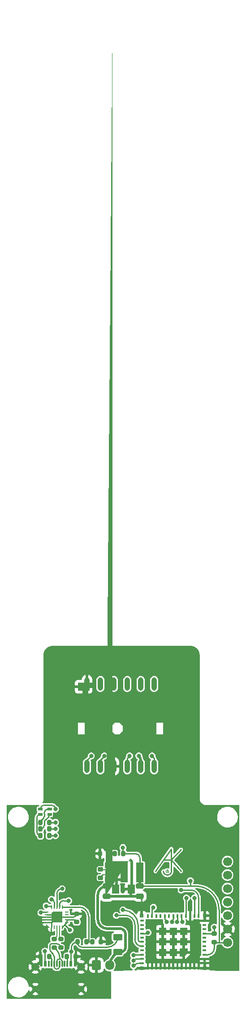
<source format=gbr>
%TF.GenerationSoftware,KiCad,Pcbnew,(6.0.2-0)*%
%TF.CreationDate,2022-03-20T17:02:53+00:00*%
%TF.ProjectId,Display,44697370-6c61-4792-9e6b-696361645f70,5*%
%TF.SameCoordinates,Original*%
%TF.FileFunction,Copper,L1,Top*%
%TF.FilePolarity,Positive*%
%FSLAX46Y46*%
G04 Gerber Fmt 4.6, Leading zero omitted, Abs format (unit mm)*
G04 Created by KiCad (PCBNEW (6.0.2-0)) date 2022-03-20 17:02:53*
%MOMM*%
%LPD*%
G01*
G04 APERTURE LIST*
G04 Aperture macros list*
%AMRoundRect*
0 Rectangle with rounded corners*
0 $1 Rounding radius*
0 $2 $3 $4 $5 $6 $7 $8 $9 X,Y pos of 4 corners*
0 Add a 4 corners polygon primitive as box body*
4,1,4,$2,$3,$4,$5,$6,$7,$8,$9,$2,$3,0*
0 Add four circle primitives for the rounded corners*
1,1,$1+$1,$2,$3*
1,1,$1+$1,$4,$5*
1,1,$1+$1,$6,$7*
1,1,$1+$1,$8,$9*
0 Add four rect primitives between the rounded corners*
20,1,$1+$1,$2,$3,$4,$5,0*
20,1,$1+$1,$4,$5,$6,$7,0*
20,1,$1+$1,$6,$7,$8,$9,0*
20,1,$1+$1,$8,$9,$2,$3,0*%
%AMOutline5P*
0 Free polygon, 5 corners , with rotation*
0 The origin of the aperture is its center*
0 number of corners: always 5*
0 $1 to $10 corner X, Y*
0 $11 Rotation angle, in degrees counterclockwise*
0 create outline with 5 corners*
4,1,5,$1,$2,$3,$4,$5,$6,$7,$8,$9,$10,$1,$2,$11*%
%AMOutline6P*
0 Free polygon, 6 corners , with rotation*
0 The origin of the aperture is its center*
0 number of corners: always 6*
0 $1 to $12 corner X, Y*
0 $13 Rotation angle, in degrees counterclockwise*
0 create outline with 6 corners*
4,1,6,$1,$2,$3,$4,$5,$6,$7,$8,$9,$10,$11,$12,$1,$2,$13*%
%AMOutline7P*
0 Free polygon, 7 corners , with rotation*
0 The origin of the aperture is its center*
0 number of corners: always 7*
0 $1 to $14 corner X, Y*
0 $15 Rotation angle, in degrees counterclockwise*
0 create outline with 7 corners*
4,1,7,$1,$2,$3,$4,$5,$6,$7,$8,$9,$10,$11,$12,$13,$14,$1,$2,$15*%
%AMOutline8P*
0 Free polygon, 8 corners , with rotation*
0 The origin of the aperture is its center*
0 number of corners: always 8*
0 $1 to $16 corner X, Y*
0 $17 Rotation angle, in degrees counterclockwise*
0 create outline with 8 corners*
4,1,8,$1,$2,$3,$4,$5,$6,$7,$8,$9,$10,$11,$12,$13,$14,$15,$16,$1,$2,$17*%
%AMFreePoly0*
4,1,43,1.102950,0.110584,1.224483,0.068057,1.333507,-0.000447,1.424553,-0.091493,1.493057,-0.200517,1.535584,-0.322050,1.550000,-0.450000,1.533253,-0.512500,1.487500,-0.558253,1.425000,-0.575000,1.362500,-0.558253,1.316747,-0.512500,1.300000,-0.450000,1.302546,-0.440498,1.287946,-0.348318,1.241208,-0.256589,1.168411,-0.183792,1.076682,-0.137054,0.984502,-0.122454,0.975000,-0.125000,
-0.975000,-0.125000,-0.984502,-0.122454,-1.076682,-0.137054,-1.168411,-0.183792,-1.241208,-0.256589,-1.287946,-0.348318,-1.302546,-0.440498,-1.300000,-0.450000,-1.316747,-0.512500,-1.362500,-0.558253,-1.425000,-0.575000,-1.487500,-0.558253,-1.533253,-0.512500,-1.550000,-0.450000,-1.535584,-0.322050,-1.493057,-0.200517,-1.424553,-0.091493,-1.333507,-0.000447,-1.224483,0.068057,-1.102950,0.110584,
-0.975000,0.125000,0.975000,0.125000,1.102950,0.110584,1.102950,0.110584,$1*%
%AMFreePoly1*
4,1,24,1.812500,0.558253,1.858253,0.512500,1.875000,0.450000,1.860584,0.322050,1.818057,0.200517,1.749553,0.091493,1.658507,0.000447,1.549483,-0.068057,1.427950,-0.110584,1.300000,-0.125000,-1.300000,-0.125000,-1.300000,0.125000,1.300000,0.125000,1.309502,0.122454,1.401682,0.137054,1.493411,0.183792,1.566208,0.256589,1.612946,0.348318,1.627546,0.440498,1.625000,0.450000,
1.641747,0.512500,1.687500,0.558253,1.750000,0.575000,1.812500,0.558253,1.812500,0.558253,$1*%
%AMFreePoly2*
4,1,37,1.095671,1.230970,1.176777,1.176777,1.230970,1.095671,1.250000,1.000000,1.234611,0.804457,1.188821,0.613729,1.113759,0.432512,1.011272,0.265269,0.883885,0.116117,0.734733,-0.011271,0.567490,-0.113758,0.386273,-0.188820,0.195545,-0.234610,0.000002,-0.250000,-0.095669,-0.230970,-0.176775,-0.176777,-0.230968,-0.095671,-0.249998,0.000000,-0.230968,0.095671,-0.176775,0.176777,
-0.095669,0.230970,0.000002,0.250000,0.012204,0.247573,0.147027,0.260852,0.288403,0.303738,0.418695,0.373381,0.532897,0.467104,0.626620,0.581306,0.696263,0.711599,0.739148,0.852974,0.752427,0.987798,0.750000,1.000000,0.769030,1.095671,0.823223,1.176777,0.904329,1.230970,1.000000,1.250000,1.095671,1.230970,1.095671,1.230970,$1*%
%AMFreePoly3*
4,1,72,4.686553,7.086501,4.817859,7.046669,4.938871,6.981987,5.044939,6.894939,5.131987,6.788871,5.196669,6.667859,5.236501,6.536553,5.249950,6.400000,5.249950,1.600000,5.230924,1.504348,5.176741,1.423259,5.112450,1.380300,5.112450,0.249950,6.600000,0.249950,6.695652,0.230924,6.776741,0.176741,6.830924,0.095652,6.849950,0.000000,6.830924,-0.095652,6.776741,-0.176741,
6.695652,-0.230924,6.600000,-0.249950,0.000000,-0.249950,-0.095652,-0.230924,-0.176741,-0.176741,-0.230924,-0.095652,-0.249950,0.000000,-0.230924,0.095652,-0.176741,0.176741,-0.095652,0.230924,0.000000,0.249950,4.612550,0.249950,4.612550,1.600000,4.631576,1.695652,4.685759,1.776741,4.750050,1.819700,4.750050,6.400000,4.751438,6.406980,4.742631,6.462590,4.713862,6.519052,
4.669052,6.563862,4.612590,6.592631,4.556980,6.601438,4.550000,6.600050,1.550000,6.600050,1.543020,6.601438,1.487410,6.592631,1.430948,6.563862,1.386138,6.519052,1.357369,6.462590,1.348562,6.406980,1.349950,6.400000,1.349950,5.900000,1.330924,5.804348,1.276741,5.723259,1.195652,5.669076,1.100000,5.650050,1.004348,5.669076,0.923259,5.723259,0.869076,5.804348,
0.850050,5.900000,0.850050,6.400000,0.863499,6.536553,0.903331,6.667859,0.968013,6.788871,1.055061,6.894939,1.161129,6.981987,1.282141,7.046669,1.413447,7.086501,1.550000,7.099950,4.550000,7.099950,4.686553,7.086501,4.686553,7.086501,$1*%
G04 Aperture macros list end*
%TA.AperFunction,EtchedComponent*%
%ADD10C,0.080000*%
%TD*%
%TA.AperFunction,EtchedComponent*%
%ADD11C,0.250000*%
%TD*%
%TA.AperFunction,SMDPad,CuDef*%
%ADD12RoundRect,0.062500X-0.287500X-0.062500X0.287500X-0.062500X0.287500X0.062500X-0.287500X0.062500X0*%
%TD*%
%TA.AperFunction,SMDPad,CuDef*%
%ADD13RoundRect,0.062500X-0.062500X-0.287500X0.062500X-0.287500X0.062500X0.287500X-0.062500X0.287500X0*%
%TD*%
%TA.AperFunction,SMDPad,CuDef*%
%ADD14Outline5P,-1.000000X0.750000X-0.750000X1.000000X1.000000X1.000000X1.000000X-1.000000X-1.000000X-1.000000X0.000000*%
%TD*%
%TA.AperFunction,SMDPad,CuDef*%
%ADD15RoundRect,0.200000X0.275000X-0.200000X0.275000X0.200000X-0.275000X0.200000X-0.275000X-0.200000X0*%
%TD*%
%TA.AperFunction,SMDPad,CuDef*%
%ADD16R,0.850000X0.500000*%
%TD*%
%TA.AperFunction,SMDPad,CuDef*%
%ADD17RoundRect,0.200000X0.200000X0.275000X-0.200000X0.275000X-0.200000X-0.275000X0.200000X-0.275000X0*%
%TD*%
%TA.AperFunction,SMDPad,CuDef*%
%ADD18R,0.600000X1.140000*%
%TD*%
%TA.AperFunction,SMDPad,CuDef*%
%ADD19RoundRect,0.075000X-0.075000X-0.495000X0.075000X-0.495000X0.075000X0.495000X-0.075000X0.495000X0*%
%TD*%
%TA.AperFunction,ComponentPad*%
%ADD20C,0.670000*%
%TD*%
%TA.AperFunction,ComponentPad*%
%ADD21C,1.250000*%
%TD*%
%TA.AperFunction,ComponentPad*%
%ADD22C,1.500000*%
%TD*%
%TA.AperFunction,SMDPad,CuDef*%
%ADD23R,7.500000X5.250000*%
%TD*%
%TA.AperFunction,SMDPad,CuDef*%
%ADD24RoundRect,0.200000X-0.200000X-0.275000X0.200000X-0.275000X0.200000X0.275000X-0.200000X0.275000X0*%
%TD*%
%TA.AperFunction,SMDPad,CuDef*%
%ADD25R,0.800000X0.400000*%
%TD*%
%TA.AperFunction,SMDPad,CuDef*%
%ADD26R,0.400000X0.800000*%
%TD*%
%TA.AperFunction,SMDPad,CuDef*%
%ADD27Outline5P,-0.725000X0.130500X-0.130500X0.725000X0.725000X0.725000X0.725000X-0.725000X-0.725000X-0.725000X180.000000*%
%TD*%
%TA.AperFunction,SMDPad,CuDef*%
%ADD28R,1.450000X1.450000*%
%TD*%
%TA.AperFunction,SMDPad,CuDef*%
%ADD29R,0.700000X0.700000*%
%TD*%
%TA.AperFunction,SMDPad,CuDef*%
%ADD30RoundRect,0.250000X0.625000X-0.375000X0.625000X0.375000X-0.625000X0.375000X-0.625000X-0.375000X0*%
%TD*%
%TA.AperFunction,ComponentPad*%
%ADD31C,1.700000*%
%TD*%
%TA.AperFunction,SMDPad,CuDef*%
%ADD32RoundRect,0.225000X0.250000X-0.225000X0.250000X0.225000X-0.250000X0.225000X-0.250000X-0.225000X0*%
%TD*%
%TA.AperFunction,SMDPad,CuDef*%
%ADD33RoundRect,0.249375X-0.463125X-0.625625X0.463125X-0.625625X0.463125X0.625625X-0.463125X0.625625X0*%
%TD*%
%TA.AperFunction,SMDPad,CuDef*%
%ADD34FreePoly0,0.000000*%
%TD*%
%TA.AperFunction,SMDPad,CuDef*%
%ADD35R,2.000000X0.500000*%
%TD*%
%TA.AperFunction,SMDPad,CuDef*%
%ADD36R,1.425000X3.700000*%
%TD*%
%TA.AperFunction,SMDPad,CuDef*%
%ADD37FreePoly1,0.000000*%
%TD*%
%TA.AperFunction,SMDPad,CuDef*%
%ADD38R,0.600000X1.100000*%
%TD*%
%TA.AperFunction,SMDPad,CuDef*%
%ADD39R,0.500000X2.000000*%
%TD*%
%TA.AperFunction,SMDPad,CuDef*%
%ADD40RoundRect,0.250000X-0.475000X0.250000X-0.475000X-0.250000X0.475000X-0.250000X0.475000X0.250000X0*%
%TD*%
%TA.AperFunction,SMDPad,CuDef*%
%ADD41FreePoly2,0.000000*%
%TD*%
%TA.AperFunction,SMDPad,CuDef*%
%ADD42FreePoly3,0.000000*%
%TD*%
%TA.AperFunction,SMDPad,CuDef*%
%ADD43R,0.500000X4.000000*%
%TD*%
%TA.AperFunction,ComponentPad*%
%ADD44RoundRect,0.250000X-0.600000X-0.675000X0.600000X-0.675000X0.600000X0.675000X-0.600000X0.675000X0*%
%TD*%
%TA.AperFunction,ComponentPad*%
%ADD45O,1.700000X1.850000*%
%TD*%
%TA.AperFunction,SMDPad,CuDef*%
%ADD46RoundRect,0.500000X0.000000X0.750000X0.000000X-0.750000X0.000000X-0.750000X0.000000X0.750000X0*%
%TD*%
%TA.AperFunction,SMDPad,CuDef*%
%ADD47R,2.250000X1.500000*%
%TD*%
%TA.AperFunction,ViaPad*%
%ADD48C,0.800000*%
%TD*%
%TA.AperFunction,Conductor*%
%ADD49C,0.200000*%
%TD*%
%TA.AperFunction,Conductor*%
%ADD50C,0.250000*%
%TD*%
%TA.AperFunction,Conductor*%
%ADD51C,0.500000*%
%TD*%
G04 APERTURE END LIST*
D10*
%TO.C,Logo2*%
X108550000Y-127710000D02*
X108650000Y-127710000D01*
D11*
X109400000Y-123500000D02*
X109400000Y-127700000D01*
D10*
X108550000Y-127550000D02*
X108550000Y-127850000D01*
D11*
X111200000Y-123600000D02*
X109400000Y-125600000D01*
X109400000Y-125600000D02*
X111200000Y-127700000D01*
D10*
X108650000Y-127710000D02*
X108750000Y-127850000D01*
D11*
X109400000Y-125600000D02*
X107900000Y-125600000D01*
X109400000Y-123500000D02*
X106400000Y-127700000D01*
D10*
X108550000Y-127550000D02*
X108650000Y-127550000D01*
X108650000Y-127710000D02*
G75*
G03*
X108650000Y-127550000I0J80000D01*
G01*
D11*
X107900000Y-127700000D02*
G75*
G03*
X109400000Y-127700000I750000J0D01*
G01*
D10*
X108930000Y-127710000D02*
G75*
G03*
X108930000Y-127710000I-300000J0D01*
G01*
%TD*%
D12*
%TO.P,U3,1,RXD*%
%TO.N,O*%
X85850000Y-135350000D03*
%TO.P,U3,2,~{RI}*%
%TO.N,GND*%
X85850000Y-135850000D03*
%TO.P,U3,3,GND*%
X85850000Y-136350000D03*
%TO.P,U3,4,~{DSR}*%
X85850000Y-136850000D03*
%TO.P,U3,5,~{DCD}*%
X85850000Y-137350000D03*
D13*
%TO.P,U3,6,~{CTS}*%
X86750000Y-138250000D03*
%TO.P,U3,7,CBUS2*%
%TO.N,unconnected-(U3-Pad7)*%
X87250000Y-138250000D03*
%TO.P,U3,8,USBDP*%
%TO.N,D+*%
X87750000Y-138250000D03*
%TO.P,U3,9,USBDM*%
%TO.N,D-*%
X88250000Y-138250000D03*
%TO.P,U3,10,3V3OUT*%
%TO.N,+3V3*%
X88750000Y-138250000D03*
D12*
%TO.P,U3,11,~{RESET}*%
X89650000Y-137350000D03*
%TO.P,U3,12,VCC*%
X89650000Y-136850000D03*
%TO.P,U3,13,GND*%
%TO.N,GND*%
X89650000Y-136350000D03*
%TO.P,U3,14,CBUS1*%
%TO.N,unconnected-(U3-Pad14)*%
X89650000Y-135850000D03*
%TO.P,U3,15,CBUS0*%
%TO.N,unconnected-(U3-Pad15)*%
X89650000Y-135350000D03*
D13*
%TO.P,U3,16,CBUS3*%
%TO.N,Net-(R6-Pad2)*%
X88750000Y-134450000D03*
%TO.P,U3,17,TXD*%
%TO.N,I*%
X88250000Y-134450000D03*
%TO.P,U3,18,~{DTR}*%
%TO.N,BOOT*%
X87750000Y-134450000D03*
%TO.P,U3,19,~{RTS}*%
%TO.N,EN*%
X87250000Y-134450000D03*
%TO.P,U3,20,VCCIO*%
%TO.N,+3V3*%
X86750000Y-134450000D03*
D14*
%TO.P,U3,21,GND*%
%TO.N,GND*%
X87750000Y-136350000D03*
%TD*%
D15*
%TO.P,R1,1*%
%TO.N,+3V3*%
X117500000Y-141075000D03*
%TO.P,R1,2*%
%TO.N,EN*%
X117500000Y-139425000D03*
%TD*%
%TO.P,R5,1*%
%TO.N,Net-(J2-PadA6)*%
X87250000Y-142075000D03*
%TO.P,R5,2*%
%TO.N,D+*%
X87250000Y-140425000D03*
%TD*%
D16*
%TO.P,D2,1,A*%
%TO.N,+3V3*%
X84625000Y-116000000D03*
%TO.P,D2,2,RK*%
%TO.N,Net-(D2-Pad2)*%
X86375000Y-116000000D03*
%TO.P,D2,3,GK*%
%TO.N,Net-(D2-Pad3)*%
X86375000Y-117000000D03*
%TO.P,D2,4,BK*%
%TO.N,Net-(D2-Pad4)*%
X84625000Y-117000000D03*
%TD*%
D17*
%TO.P,R3,1*%
%TO.N,GND*%
X91325000Y-143750000D03*
%TO.P,R3,2*%
%TO.N,Net-(J2-PadB5)*%
X89675000Y-143750000D03*
%TD*%
D15*
%TO.P,R4,1*%
%TO.N,Net-(J2-PadA7)*%
X88500000Y-142075000D03*
%TO.P,R4,2*%
%TO.N,D-*%
X88500000Y-140425000D03*
%TD*%
D18*
%TO.P,J2,A1,GND*%
%TO.N,GND*%
X84800000Y-145140000D03*
%TO.P,J2,A4,VBUS*%
%TO.N,VBUS*%
X85600000Y-145140000D03*
D19*
%TO.P,J2,A5,CC1*%
%TO.N,Net-(J2-PadA5)*%
X86750000Y-145140000D03*
%TO.P,J2,A6,D+*%
%TO.N,Net-(J2-PadA6)*%
X87750000Y-145140000D03*
%TO.P,J2,A7,D-*%
%TO.N,Net-(J2-PadA7)*%
X88250000Y-145140000D03*
%TO.P,J2,A8,SBU1*%
%TO.N,unconnected-(J2-PadA8)*%
X89250000Y-145140000D03*
D18*
%TO.P,J2,A9,VBUS*%
%TO.N,VBUS*%
X90400000Y-145140000D03*
%TO.P,J2,A12,GND*%
%TO.N,GND*%
X91200000Y-145140000D03*
%TO.P,J2,B1,GND*%
X91200000Y-145140000D03*
%TO.P,J2,B4,VBUS*%
%TO.N,VBUS*%
X90400000Y-145140000D03*
D19*
%TO.P,J2,B5,CC2*%
%TO.N,Net-(J2-PadB5)*%
X89750000Y-145140000D03*
%TO.P,J2,B6,D+*%
%TO.N,Net-(J2-PadA6)*%
X88750000Y-145140000D03*
%TO.P,J2,B7,D-*%
%TO.N,Net-(J2-PadA7)*%
X87250000Y-145140000D03*
%TO.P,J2,B8,SBU2*%
%TO.N,unconnected-(J2-PadB8)*%
X86250000Y-145140000D03*
D18*
%TO.P,J2,B9,VBUS*%
%TO.N,VBUS*%
X85600000Y-145140000D03*
%TO.P,J2,B12,GND*%
%TO.N,GND*%
X84800000Y-145140000D03*
D20*
%TO.P,J2,S1,SHIELD*%
X90890000Y-146210000D03*
D21*
X92320000Y-149890000D03*
D22*
X83680000Y-145720000D03*
D23*
X88000000Y-149125000D03*
D22*
X92320000Y-145720000D03*
D20*
X85110000Y-146210000D03*
D21*
X83680000Y-149890000D03*
%TD*%
D24*
%TO.P,R10,1*%
%TO.N,Net-(D2-Pad3)*%
X84675000Y-119750000D03*
%TO.P,R10,2*%
%TO.N,G*%
X86325000Y-119750000D03*
%TD*%
D25*
%TO.P,U2,1,GND*%
%TO.N,GND*%
X115650000Y-145006750D03*
%TO.P,U2,2,GND*%
X115650000Y-144206750D03*
%TO.P,U2,3,3V3*%
%TO.N,+3V3*%
X115650000Y-143406750D03*
%TO.P,U2,4,I36*%
%TO.N,unconnected-(U2-Pad4)*%
X115650000Y-142606750D03*
%TO.P,U2,5,I37*%
%TO.N,unconnected-(U2-Pad5)*%
X115650000Y-141806750D03*
%TO.P,U2,6,I38*%
%TO.N,unconnected-(U2-Pad6)*%
X115650000Y-141006750D03*
%TO.P,U2,7,I39*%
%TO.N,unconnected-(U2-Pad7)*%
X115650000Y-140206750D03*
%TO.P,U2,8,EN*%
%TO.N,EN*%
X115650000Y-139406750D03*
%TO.P,U2,9,I34*%
%TO.N,unconnected-(U2-Pad9)*%
X115650000Y-138606750D03*
%TO.P,U2,10,I35*%
%TO.N,unconnected-(U2-Pad10)*%
X115650000Y-137806750D03*
%TO.P,U2,11,GND*%
%TO.N,GND*%
X115650000Y-137006750D03*
D26*
%TO.P,U2,12,IO32*%
%TO.N,GPSRX*%
X114550000Y-136106750D03*
%TO.P,U2,13,IO33*%
%TO.N,TICK*%
X113750000Y-136106750D03*
%TO.P,U2,14,GND*%
%TO.N,GND*%
X112950000Y-136106750D03*
%TO.P,U2,15,IO25*%
%TO.N,GPSTX*%
X112150000Y-136106750D03*
%TO.P,U2,16,IO26*%
%TO.N,OLED-SCLK*%
X111350000Y-136106750D03*
%TO.P,U2,17,IO27*%
%TO.N,OLED-CS0*%
X110550000Y-136106750D03*
%TO.P,U2,18,IO14*%
%TO.N,OLED-DC*%
X109750000Y-136106750D03*
%TO.P,U2,19,IO12*%
%TO.N,unconnected-(U2-Pad19)*%
X108950000Y-136106750D03*
%TO.P,U2,20,IO13*%
%TO.N,OLED-RST*%
X108150000Y-136106750D03*
%TO.P,U2,21,IO15*%
%TO.N,unconnected-(U2-Pad21)*%
X107350000Y-136106750D03*
%TO.P,U2,22,IO2*%
%TO.N,unconnected-(U2-Pad22)*%
X106550000Y-136106750D03*
%TO.P,U2,23,IO0*%
%TO.N,BOOT*%
X105750000Y-136106750D03*
%TO.P,U2,24,IO4*%
%TO.N,unconnected-(U2-Pad24)*%
X104950000Y-136106750D03*
D25*
%TO.P,U2,25,NC*%
%TO.N,unconnected-(U2-Pad25)*%
X103850000Y-137006750D03*
%TO.P,U2,26,IO20*%
%TO.N,unconnected-(U2-Pad26)*%
X103850000Y-137806750D03*
%TO.P,U2,27,IO7*%
%TO.N,unconnected-(U2-Pad27)*%
X103850000Y-138606750D03*
%TO.P,U2,28,IO8*%
%TO.N,OLED-MOSI*%
X103850000Y-139406750D03*
%TO.P,U2,29,IO5*%
%TO.N,unconnected-(U2-Pad29)*%
X103850000Y-140206750D03*
%TO.P,U2,30,RXD0*%
%TO.N,I*%
X103850000Y-141006750D03*
%TO.P,U2,31,TXD0*%
%TO.N,O*%
X103850000Y-141806750D03*
%TO.P,U2,32,NC*%
%TO.N,unconnected-(U2-Pad32)*%
X103850000Y-142606750D03*
%TO.P,U2,33,IO19*%
%TO.N,B*%
X103850000Y-143406750D03*
%TO.P,U2,34,IO22*%
%TO.N,G*%
X103850000Y-144206750D03*
%TO.P,U2,35,IO21*%
%TO.N,R*%
X103850000Y-145006750D03*
D26*
%TO.P,U2,36,GND*%
%TO.N,GND*%
X104950000Y-145906750D03*
%TO.P,U2,37,GND*%
X105750000Y-145906750D03*
%TO.P,U2,38,GND*%
X106550000Y-145906750D03*
%TO.P,U2,39,GND*%
X107350000Y-145906750D03*
%TO.P,U2,40,GND*%
X108150000Y-145906750D03*
%TO.P,U2,41,GND*%
X108950000Y-145906750D03*
%TO.P,U2,42,GND*%
X109750000Y-145906750D03*
%TO.P,U2,43,GND*%
X110550000Y-145906750D03*
%TO.P,U2,44,GND*%
X111350000Y-145906750D03*
%TO.P,U2,45,GND*%
X112150000Y-145906750D03*
%TO.P,U2,46,GND*%
X112950000Y-145906750D03*
%TO.P,U2,47,GND*%
X113750000Y-145906750D03*
%TO.P,U2,48,GND*%
X114550000Y-145906750D03*
D27*
%TO.P,U2,49,GND*%
X111725000Y-142981750D03*
D28*
X111725000Y-139031750D03*
X107775000Y-139031750D03*
X111725000Y-141006750D03*
X109750000Y-142981750D03*
X109750000Y-139031750D03*
X107775000Y-142981750D03*
X107775000Y-141006750D03*
X109750000Y-141006750D03*
D29*
%TO.P,U2,50,GND*%
X103800000Y-145956750D03*
%TO.P,U2,51,GND*%
X103800000Y-136056750D03*
%TO.P,U2,52,GND*%
X115700000Y-136056750D03*
%TO.P,U2,53,GND*%
X115700000Y-145956750D03*
%TD*%
D30*
%TO.P,D1,1,K*%
%TO.N,DC*%
X99250000Y-142900000D03*
%TO.P,D1,2,A*%
%TO.N,VBUS*%
X99250000Y-140100000D03*
%TD*%
D24*
%TO.P,R7,1*%
%TO.N,Net-(R6-Pad2)*%
X94425000Y-141000000D03*
%TO.P,R7,2*%
%TO.N,GND*%
X96075000Y-141000000D03*
%TD*%
%TO.P,R9,1*%
%TO.N,Net-(D2-Pad2)*%
X84675000Y-118500000D03*
%TO.P,R9,2*%
%TO.N,R*%
X86325000Y-118500000D03*
%TD*%
D31*
%TO.P,M1,1,Vcc*%
%TO.N,+3V3*%
X120000000Y-141120000D03*
%TO.P,M1,2,GND*%
%TO.N,GND*%
X120000000Y-138580000D03*
%TO.P,M1,3,DIN*%
%TO.N,OLED-MOSI*%
X120000000Y-136040000D03*
%TO.P,M1,4,CLK*%
%TO.N,OLED-SCLK*%
X120000000Y-133500000D03*
%TO.P,M1,5,CS*%
%TO.N,OLED-CS0*%
X120000000Y-130960000D03*
%TO.P,M1,6,DC*%
%TO.N,OLED-DC*%
X120000000Y-128420000D03*
%TO.P,M1,7,RST*%
%TO.N,OLED-RST*%
X120000000Y-125880000D03*
%TD*%
D32*
%TO.P,U4,*%
%TO.N,*%
X95950000Y-128925000D03*
D33*
X98847500Y-131070000D03*
D34*
X97575000Y-128350000D03*
D35*
X99950000Y-129250000D03*
D36*
X100450000Y-127950000D03*
D37*
X97250000Y-127450000D03*
D38*
X99000000Y-129250000D03*
D32*
X95950000Y-127375000D03*
D39*
X99000000Y-130200000D03*
D38*
X99000000Y-126550000D03*
%TO.P,U4,1,SHDN*%
%TO.N,DC*%
X97100000Y-129250000D03*
D40*
%TO.P,U4,2,VIN*%
X97200000Y-130500000D03*
D38*
X98050000Y-129250000D03*
D41*
X96990000Y-130450000D03*
D40*
%TO.P,U4,3,GND*%
%TO.N,GND*%
X103450000Y-132400000D03*
X97200000Y-132400000D03*
D42*
X96950000Y-132400000D03*
D33*
X101812500Y-131070000D03*
D38*
X98050000Y-126550000D03*
D43*
%TO.P,U4,4,VOUT*%
%TO.N,+3V3*%
X103450000Y-128700000D03*
D40*
X103450000Y-130500000D03*
D36*
X103450000Y-127950000D03*
D38*
%TO.P,U4,5,FB*%
%TO.N,Net-(R12-Pad2)*%
X97100000Y-126550000D03*
%TD*%
D24*
%TO.P,R12,1*%
%TO.N,GND*%
X95925000Y-124400000D03*
%TO.P,R12,2*%
%TO.N,Net-(R12-Pad2)*%
X97575000Y-124400000D03*
%TD*%
%TO.P,R6,1*%
%TO.N,VBUS*%
X91675000Y-141000000D03*
%TO.P,R6,2*%
%TO.N,Net-(R6-Pad2)*%
X93325000Y-141000000D03*
%TD*%
%TO.P,R11,1*%
%TO.N,Net-(D2-Pad4)*%
X84675000Y-121000000D03*
%TO.P,R11,2*%
%TO.N,B*%
X86325000Y-121000000D03*
%TD*%
D15*
%TO.P,C1,1*%
%TO.N,+3V3*%
X91500000Y-137275000D03*
%TO.P,C1,2*%
%TO.N,GND*%
X91500000Y-135725000D03*
%TD*%
D17*
%TO.P,R2,1*%
%TO.N,Net-(J2-PadA5)*%
X86325000Y-143750000D03*
%TO.P,R2,2*%
%TO.N,GND*%
X84675000Y-143750000D03*
%TD*%
D44*
%TO.P,J1,1,GND*%
%TO.N,GND*%
X95250000Y-145400000D03*
D45*
%TO.P,J1,2,DC*%
%TO.N,DC*%
X97750000Y-145400000D03*
%TD*%
D46*
%TO.P,U1,1,RXD1*%
%TO.N,GPSRX*%
X93450000Y-107950000D03*
%TO.P,U1,2,TXD1*%
%TO.N,GPSTX*%
X95990000Y-107950000D03*
%TO.P,U1,3,GND*%
%TO.N,GND*%
X98530000Y-107950000D03*
%TO.P,U1,4,VCC*%
%TO.N,+3V3*%
X101070000Y-107950000D03*
%TO.P,U1,5,V_BKCP*%
%TO.N,Net-(BT1-Pad1)*%
X103610000Y-107950000D03*
%TO.P,U1,6,1PPS*%
%TO.N,TICK*%
X106150000Y-107950000D03*
%TO.P,U1,7,FORCE_ON*%
%TO.N,unconnected-(U1-Pad7)*%
X106150000Y-92450000D03*
%TO.P,U1,8,AADET_N*%
%TO.N,unconnected-(U1-Pad8)*%
X103610000Y-92450000D03*
%TO.P,U1,9,NC*%
%TO.N,unconnected-(U1-Pad9)*%
X101070000Y-92450000D03*
%TO.P,U1,10,RESET*%
%TO.N,unconnected-(U1-Pad10)*%
X98530000Y-92450000D03*
%TO.P,U1,11,EX_ANT*%
%TO.N,unconnected-(U1-Pad11)*%
X95990000Y-92450000D03*
D47*
%TO.P,U1,12,GND*%
%TO.N,GND*%
X92825000Y-92950000D03*
D46*
X93450000Y-92450000D03*
%TD*%
D17*
%TO.P,R8,1*%
%TO.N,+3V3*%
X100325000Y-124400000D03*
%TO.P,R8,2*%
%TO.N,Net-(R12-Pad2)*%
X98675000Y-124400000D03*
%TD*%
D48*
%TO.N,GND*%
X100237701Y-131474500D03*
%TO.N,+3V3*%
X100250000Y-123250000D03*
X113000000Y-129500000D03*
X101500000Y-106000000D03*
X85750000Y-134250000D03*
X90262299Y-138762299D03*
X87500000Y-116000000D03*
%TO.N,VBUS*%
X85500000Y-142750000D03*
X90500983Y-142822438D03*
%TO.N,O*%
X99000000Y-136000000D03*
X84750000Y-135500000D03*
%TO.N,I*%
X100250000Y-135000000D03*
X90000000Y-133250000D03*
%TO.N,EN*%
X117500000Y-138250000D03*
X86750000Y-133000000D03*
%TO.N,BOOT*%
X88750000Y-131000000D03*
X106000000Y-134500000D03*
%TO.N,G*%
X102250000Y-144500000D03*
X87500000Y-119750000D03*
%TO.N,R*%
X87500000Y-118500000D03*
X102250000Y-145500000D03*
%TO.N,B*%
X102250000Y-143500000D03*
X87500000Y-121000000D03*
%TO.N,TICK*%
X113750000Y-132750000D03*
X105750000Y-106000000D03*
%TO.N,Net-(BT1-Pad1)*%
X103250000Y-106000000D03*
%TO.N,GPSTX*%
X96750000Y-106000000D03*
X112250000Y-132750000D03*
%TO.N,GPSRX*%
X111250000Y-131250000D03*
X94250000Y-106000000D03*
%TO.N,OLED-MOSI*%
X105000000Y-139250000D03*
%TO.N,OLED-SCLK*%
X111500000Y-137250000D03*
%TO.N,OLED-CS0*%
X110500000Y-137250000D03*
%TO.N,OLED-DC*%
X109500497Y-137250000D03*
%TO.N,OLED-RST*%
X108500000Y-137250000D03*
%TD*%
D49*
%TO.N,D+*%
X87250000Y-140425000D02*
X87750000Y-139925000D01*
X87750000Y-139925000D02*
X87750000Y-138250000D01*
D50*
%TO.N,GND*%
X85850000Y-136350000D02*
X87750000Y-136350000D01*
X103450000Y-132400000D02*
X103800000Y-132750000D01*
X84675000Y-143750000D02*
X84675000Y-138075000D01*
D51*
X101812500Y-131070000D02*
X100642201Y-131070000D01*
D50*
X86750000Y-138250000D02*
X86750000Y-137350000D01*
X86750000Y-137350000D02*
X87750000Y-136350000D01*
X85850000Y-137350000D02*
X86750000Y-137350000D01*
X85850000Y-137350000D02*
X85400000Y-137350000D01*
X89650000Y-136350000D02*
X87750000Y-136350000D01*
X90875000Y-136350000D02*
X89650000Y-136350000D01*
D51*
X100642201Y-131070000D02*
X100237701Y-131474500D01*
D50*
X87250000Y-135850000D02*
X87750000Y-136350000D01*
X103800000Y-132750000D02*
X103800000Y-136106750D01*
X85850000Y-135850000D02*
X87250000Y-135850000D01*
X85850000Y-136850000D02*
X87250000Y-136850000D01*
X103450000Y-132400000D02*
G75*
G02*
X103800000Y-133244974I-844971J-844973D01*
G01*
X84675000Y-138075000D02*
G75*
G02*
X85400000Y-137350000I725001J-1D01*
G01*
X90875000Y-136350000D02*
G75*
G03*
X91500000Y-135725000I1J624999D01*
G01*
D49*
%TO.N,D-*%
X88250000Y-140175000D02*
X88500000Y-140425000D01*
X88250000Y-138250000D02*
X88250000Y-140175000D01*
D50*
%TO.N,+3V3*%
X115650000Y-143406750D02*
X116300000Y-143406750D01*
X89250000Y-137750000D02*
X90262299Y-138762299D01*
X85375000Y-115250000D02*
X86750000Y-115250000D01*
X100325000Y-124400000D02*
X102650000Y-124400000D01*
X103450000Y-127950000D02*
X103450000Y-125200000D01*
X113100000Y-130500000D02*
X114000000Y-130500000D01*
X89250000Y-137750000D02*
X88750000Y-138250000D01*
X101070000Y-107950000D02*
X101070000Y-106430000D01*
X117545000Y-141120000D02*
X118380000Y-141120000D01*
X118380000Y-141120000D02*
X120000000Y-141120000D01*
X103450000Y-130500000D02*
X113100000Y-130500000D01*
X91075000Y-136850000D02*
X89650000Y-136850000D01*
X101070000Y-106430000D02*
X101500000Y-106000000D01*
X118380000Y-141120000D02*
X118380000Y-134880000D01*
X89650000Y-136850000D02*
X89650000Y-137350000D01*
X117500000Y-141075000D02*
X117545000Y-141120000D01*
X86750000Y-134450000D02*
X86550000Y-134250000D01*
X117500000Y-142206750D02*
X117500000Y-141075000D01*
X89650000Y-137350000D02*
X89250000Y-137750000D01*
X113000000Y-129500000D02*
X113000000Y-130400000D01*
X86550000Y-134250000D02*
X85974500Y-134250000D01*
X100250000Y-123250000D02*
X100250000Y-124325000D01*
X85375000Y-115250000D02*
G75*
G03*
X84625000Y-116000000I0J-750000D01*
G01*
X103450000Y-125200000D02*
G75*
G03*
X102650000Y-124400000I-800001J-1D01*
G01*
X87500000Y-116000000D02*
G75*
G03*
X86750000Y-115250000I-750000J0D01*
G01*
X91075000Y-136850000D02*
G75*
G02*
X91500000Y-137275000I-1J-425001D01*
G01*
X117500000Y-142206750D02*
G75*
G02*
X116300000Y-143406750I-1200000J0D01*
G01*
X118380000Y-134880000D02*
G75*
G03*
X114000000Y-130500000I-4379999J1D01*
G01*
X113100000Y-130500000D02*
G75*
G02*
X113000000Y-130400000I-1J99999D01*
G01*
X100325000Y-124400000D02*
G75*
G02*
X100250000Y-124325000I0J75000D01*
G01*
%TO.N,VBUS*%
X91675000Y-141000000D02*
X91675000Y-141175000D01*
X85500000Y-145040000D02*
X85600000Y-145140000D01*
X90400000Y-145140000D02*
X90400000Y-142923421D01*
X85500000Y-142750000D02*
X85500000Y-145040000D01*
X92500000Y-142000000D02*
X97350000Y-142000000D01*
X90500983Y-142174017D02*
X90500983Y-142822438D01*
X99250000Y-140100000D02*
G75*
G02*
X97350000Y-142000000I-1900000J0D01*
G01*
X90500983Y-142822438D02*
G75*
G03*
X90400000Y-142923421I-1J-100982D01*
G01*
X92500000Y-142000000D02*
G75*
G02*
X91675000Y-141175000I0J825000D01*
G01*
X90500983Y-142174017D02*
G75*
G02*
X91675000Y-141000000I1174018J-1D01*
G01*
%TO.N,Net-(D2-Pad2)*%
X85374511Y-117374511D02*
X85374511Y-116825489D01*
X86200000Y-116000000D02*
X86375000Y-116000000D01*
X84675000Y-118274022D02*
X85233089Y-117715933D01*
X84675000Y-118500000D02*
X84675000Y-118274022D01*
X86200000Y-116000000D02*
G75*
G03*
X85374511Y-116825489I0J-825489D01*
G01*
X85374511Y-117374511D02*
G75*
G02*
X85233089Y-117715933I-482840J-1D01*
G01*
%TO.N,O*%
X84750000Y-135500000D02*
X84900000Y-135350000D01*
X99000000Y-136000000D02*
X100750000Y-136000000D01*
X84900000Y-135350000D02*
X85850000Y-135350000D01*
X102500000Y-137750000D02*
X102500000Y-140506750D01*
X103850000Y-141856750D02*
G75*
G02*
X102500000Y-140506750I1J1350001D01*
G01*
X102500000Y-137750000D02*
G75*
G03*
X100750000Y-136000000I-1750000J0D01*
G01*
%TO.N,I*%
X89052672Y-133250000D02*
X90000000Y-133250000D01*
X88250000Y-134450000D02*
X88250000Y-134052672D01*
X103125489Y-140625489D02*
X103125489Y-137875489D01*
X103850000Y-141006750D02*
X103506750Y-141006750D01*
X103125489Y-140625489D02*
G75*
G03*
X103506750Y-141006750I381262J1D01*
G01*
X89052672Y-133250000D02*
G75*
G03*
X88250000Y-134052672I-1J-802671D01*
G01*
X103125489Y-137875489D02*
G75*
G03*
X100250000Y-135000000I-2875488J1D01*
G01*
%TO.N,Net-(D2-Pad3)*%
X85679108Y-117929108D02*
X85676553Y-117931663D01*
X86210091Y-117398124D02*
X85679108Y-117929108D01*
X85399520Y-118600480D02*
X85399520Y-119025480D01*
X85399521Y-118600480D02*
G75*
G02*
X85676554Y-117931664I945855J-2D01*
G01*
X86210091Y-117398124D02*
G75*
G03*
X86375000Y-117000000I-398118J398122D01*
G01*
X84675000Y-119750000D02*
G75*
G03*
X85399520Y-119025480I0J724520D01*
G01*
%TO.N,Net-(D2-Pad4)*%
X83950480Y-117674520D02*
X83950480Y-120275480D01*
X83950480Y-117674520D02*
G75*
G02*
X84625000Y-117000000I674519J1D01*
G01*
X84675000Y-121000000D02*
G75*
G02*
X83950480Y-120275480I0J724520D01*
G01*
%TO.N,Net-(J2-PadA5)*%
X86750000Y-145140000D02*
X86750000Y-144175000D01*
X86325000Y-143750000D02*
G75*
G02*
X86750000Y-144175000I-1J-425001D01*
G01*
%TO.N,Net-(J2-PadA6)*%
X87250000Y-142075000D02*
X87783615Y-142608615D01*
X88254520Y-143745480D02*
X88254520Y-144195480D01*
X88750000Y-144700000D02*
X88750000Y-145140000D01*
X87750000Y-145140000D02*
X87750000Y-144700000D01*
X88750000Y-144700000D02*
G75*
G03*
X88250000Y-144200000I-500001J-1D01*
G01*
X88254520Y-143745480D02*
G75*
G03*
X87783615Y-142608615I-1607767J1D01*
G01*
X88250000Y-144200000D02*
G75*
G03*
X88254520Y-144195480I0J4520D01*
G01*
X88250000Y-144200000D02*
G75*
G03*
X87750000Y-144700000I1J-500001D01*
G01*
%TO.N,EN*%
X87250000Y-134450000D02*
X87250000Y-133500000D01*
X115650000Y-139406750D02*
X117481750Y-139406750D01*
X117500000Y-138250000D02*
X117500000Y-139425000D01*
X117481750Y-139406750D02*
X117500000Y-139425000D01*
X86750000Y-133000000D02*
G75*
G02*
X87250000Y-133500000I-1J-500001D01*
G01*
D51*
%TO.N,DC*%
X98457107Y-143692893D02*
X99250000Y-142900000D01*
D50*
X97100000Y-129250000D02*
X98050000Y-129250000D01*
D51*
X100750000Y-142000000D02*
X100750000Y-139610730D01*
X99639270Y-138500000D02*
X97250000Y-138500000D01*
X95500000Y-136750000D02*
X95500000Y-132200000D01*
X99250000Y-142900000D02*
X99850000Y-142900000D01*
X95500000Y-136750000D02*
G75*
G03*
X97250000Y-138500000I1750000J0D01*
G01*
X98457107Y-143692893D02*
G75*
G03*
X97750000Y-145400000I1707104J-1707106D01*
G01*
X97200000Y-130500000D02*
G75*
G03*
X95500000Y-132200000I-2J-1699998D01*
G01*
X99639270Y-138500000D02*
G75*
G02*
X100750000Y-139610730I1J-1110729D01*
G01*
X100750000Y-142000000D02*
G75*
G02*
X99850000Y-142900000I-900000J0D01*
G01*
D50*
%TO.N,BOOT*%
X87750000Y-134450000D02*
X87750000Y-132000000D01*
X105750000Y-136106750D02*
X105750000Y-135103553D01*
X106000000Y-134500000D02*
G75*
G03*
X105750000Y-135103553I603556J-603555D01*
G01*
X88750000Y-131000000D02*
G75*
G03*
X87750000Y-132000000I-1J-999999D01*
G01*
%TO.N,G*%
X87500000Y-119750000D02*
X86325000Y-119750000D01*
X103850000Y-144206750D02*
X102957968Y-144206750D01*
X102250000Y-144500000D02*
G75*
G02*
X102957968Y-144206750I707968J-707968D01*
G01*
%TO.N,R*%
X87500000Y-118500000D02*
X86325000Y-118500000D01*
X103850000Y-145006750D02*
X103440810Y-145006750D01*
X102250000Y-145500000D02*
G75*
G02*
X103440810Y-145006750I1190809J-1190807D01*
G01*
%TO.N,B*%
X103850000Y-143406750D02*
X102475125Y-143406750D01*
X87500000Y-121000000D02*
X86325000Y-121000000D01*
X102250000Y-143500000D02*
G75*
G02*
X102475125Y-143406750I225127J-225129D01*
G01*
%TO.N,Net-(J2-PadB5)*%
X89750000Y-143825000D02*
X89750000Y-145140000D01*
X89675000Y-143750000D02*
X89750000Y-143825000D01*
%TO.N,TICK*%
X113750000Y-132750000D02*
X113750000Y-136156750D01*
X106150000Y-107950000D02*
X106150000Y-106400000D01*
X106150000Y-106400000D02*
X105750000Y-106000000D01*
D51*
%TO.N,Net-(BT1-Pad1)*%
X103610000Y-107950000D02*
X103610000Y-106869116D01*
X103250000Y-106000000D02*
G75*
G02*
X103610000Y-106869116I-869116J-869117D01*
G01*
D50*
%TO.N,GPSTX*%
X95990000Y-106760000D02*
X96750000Y-106000000D01*
X95990000Y-107950000D02*
X95990000Y-106760000D01*
X112150000Y-136106750D02*
X112150000Y-132991421D01*
X112250000Y-132750000D02*
G75*
G03*
X112150000Y-132991421I241419J-241421D01*
G01*
%TO.N,GPSRX*%
X114550000Y-132700000D02*
X114550000Y-136156750D01*
X111250000Y-131250000D02*
X113100000Y-131250000D01*
X93450000Y-106800000D02*
X94250000Y-106000000D01*
X93450000Y-107950000D02*
X93450000Y-106800000D01*
X113100000Y-131250000D02*
G75*
G02*
X114550000Y-132700000I1J-1449999D01*
G01*
%TO.N,Net-(R12-Pad2)*%
X98675000Y-124400000D02*
X97575000Y-124400000D01*
X97100000Y-124875000D02*
X97575000Y-124400000D01*
X97100000Y-126550000D02*
X97100000Y-124875000D01*
%TO.N,Net-(J2-PadA7)*%
X87250000Y-145650000D02*
X87250000Y-145140000D01*
X87250000Y-145140000D02*
X87250000Y-143782223D01*
X86450480Y-142299520D02*
X86450480Y-141657737D01*
X87020892Y-143229108D02*
X86704456Y-142912672D01*
X88250000Y-145140000D02*
X88250000Y-145650000D01*
X86757737Y-141350480D02*
X87775480Y-141350480D01*
X87020892Y-143229108D02*
G75*
G02*
X87250000Y-143782223I-553110J-553113D01*
G01*
X87750000Y-146150000D02*
G75*
G03*
X88250000Y-145650000I-1J500001D01*
G01*
X86450481Y-142299520D02*
G75*
G03*
X86704457Y-142912671I867122J-2D01*
G01*
X87250000Y-145650000D02*
G75*
G03*
X87750000Y-146150000I500001J1D01*
G01*
X86757737Y-141350480D02*
G75*
G03*
X86450480Y-141657737I-2J-307255D01*
G01*
X88500000Y-142075000D02*
G75*
G03*
X87775480Y-141350480I-724520J0D01*
G01*
%TO.N,OLED-MOSI*%
X103850000Y-139406750D02*
X104843250Y-139406750D01*
X105000000Y-139250000D02*
G75*
G02*
X104843250Y-139406750I-156750J0D01*
G01*
%TO.N,OLED-SCLK*%
X111350000Y-136106750D02*
X111350000Y-136887868D01*
X111500000Y-137250000D02*
G75*
G02*
X111350000Y-136887868I362137J362134D01*
G01*
%TO.N,OLED-CS0*%
X110550000Y-136106750D02*
X110550000Y-137129290D01*
X110500000Y-137250000D02*
G75*
G03*
X110550000Y-137200000I-1J50001D01*
G01*
X110500000Y-137250000D02*
G75*
G03*
X110550000Y-137129290I-120713J120712D01*
G01*
%TO.N,Net-(R6-Pad2)*%
X93325000Y-141000000D02*
X93750000Y-141000000D01*
X88750000Y-134450000D02*
X91950000Y-134450000D01*
X93750000Y-136250000D02*
X93750000Y-141000000D01*
X93750000Y-141000000D02*
X94425000Y-141000000D01*
X93750000Y-136250000D02*
G75*
G03*
X91950000Y-134450000I-1800001J-1D01*
G01*
%TO.N,OLED-DC*%
X109750000Y-136106750D02*
X109750000Y-136647647D01*
X109500497Y-137250000D02*
G75*
G03*
X109750000Y-136647647I-602356J602355D01*
G01*
%TO.N,OLED-RST*%
X108150000Y-136106750D02*
X108150000Y-136405026D01*
X108500000Y-137250000D02*
G75*
G02*
X108150000Y-136405026I844976J844975D01*
G01*
%TD*%
%TA.AperFunction,Conductor*%
%TO.N,GND*%
G36*
X112987356Y-85252383D02*
G01*
X113000000Y-85254898D01*
X113011979Y-85252515D01*
X113024193Y-85252515D01*
X113024193Y-85253149D01*
X113034768Y-85252486D01*
X113240211Y-85267180D01*
X113257713Y-85269696D01*
X113455728Y-85312772D01*
X113484362Y-85319001D01*
X113501338Y-85323985D01*
X113718670Y-85405046D01*
X113734763Y-85412396D01*
X113938340Y-85523557D01*
X113953223Y-85533122D01*
X114138907Y-85672123D01*
X114152278Y-85683709D01*
X114316291Y-85847722D01*
X114327877Y-85861093D01*
X114466878Y-86046777D01*
X114476443Y-86061660D01*
X114587604Y-86265237D01*
X114594954Y-86281330D01*
X114676015Y-86498662D01*
X114680999Y-86515638D01*
X114727261Y-86728297D01*
X114730303Y-86742282D01*
X114732821Y-86759794D01*
X114747514Y-86965229D01*
X114746851Y-86975807D01*
X114747485Y-86975807D01*
X114747485Y-86988021D01*
X114745102Y-87000000D01*
X114747485Y-87011980D01*
X114747617Y-87012644D01*
X114750000Y-87036835D01*
X114750000Y-113963165D01*
X114747617Y-113987356D01*
X114745102Y-114000000D01*
X114746811Y-114008593D01*
X114761572Y-114196148D01*
X114762707Y-114200876D01*
X114762708Y-114200882D01*
X114806084Y-114381557D01*
X114807503Y-114387466D01*
X114882798Y-114569243D01*
X114985602Y-114737004D01*
X114988764Y-114740706D01*
X114988766Y-114740709D01*
X115110222Y-114882916D01*
X115113383Y-114886617D01*
X115262996Y-115014398D01*
X115430757Y-115117202D01*
X115612534Y-115192497D01*
X115617270Y-115193634D01*
X115799118Y-115237292D01*
X115799124Y-115237293D01*
X115803852Y-115238428D01*
X115808702Y-115238810D01*
X115808704Y-115238810D01*
X115982850Y-115252516D01*
X115982856Y-115252516D01*
X115991407Y-115253189D01*
X116000000Y-115254898D01*
X116012644Y-115252383D01*
X116036835Y-115250000D01*
X122126000Y-115250000D01*
X122193039Y-115269685D01*
X122238794Y-115322489D01*
X122250000Y-115374000D01*
X122250000Y-146376000D01*
X122230315Y-146443039D01*
X122177511Y-146488794D01*
X122126000Y-146500000D01*
X117800134Y-146500000D01*
X117733095Y-146480315D01*
X117697032Y-146444891D01*
X117687024Y-146429913D01*
X117680240Y-146419760D01*
X117597545Y-146364505D01*
X117585569Y-146362123D01*
X117585567Y-146362122D01*
X117524624Y-146350000D01*
X117511980Y-146347485D01*
X117500000Y-146345102D01*
X117488020Y-146347485D01*
X117487356Y-146347617D01*
X117463165Y-146350000D01*
X116682000Y-146350000D01*
X116614961Y-146330315D01*
X116569206Y-146277511D01*
X116560166Y-146235955D01*
X116553596Y-146213581D01*
X116552226Y-146212394D01*
X116544668Y-146210750D01*
X114920127Y-146210750D01*
X114853088Y-146191065D01*
X114807333Y-146138261D01*
X114801150Y-146121685D01*
X114797596Y-146109581D01*
X114796226Y-146108394D01*
X114788668Y-146106750D01*
X104715830Y-146106750D01*
X104700831Y-146111154D01*
X104699644Y-146112524D01*
X104699517Y-146113109D01*
X104666032Y-146174432D01*
X104604708Y-146207916D01*
X104578351Y-146210750D01*
X102959831Y-146210750D01*
X102944832Y-146215154D01*
X102943645Y-146216524D01*
X102942001Y-146224082D01*
X102942001Y-146226000D01*
X102940391Y-146231484D01*
X102939167Y-146237109D01*
X102938765Y-146237021D01*
X102922316Y-146293039D01*
X102869512Y-146338794D01*
X102818001Y-146350000D01*
X102530300Y-146350000D01*
X102463261Y-146330315D01*
X102417506Y-146277511D01*
X102407562Y-146208353D01*
X102436587Y-146144797D01*
X102474583Y-146115223D01*
X102612625Y-146045795D01*
X102618306Y-146040943D01*
X102618309Y-146040941D01*
X102726666Y-145948395D01*
X102726667Y-145948394D01*
X102732348Y-145943542D01*
X102743393Y-145928172D01*
X102774020Y-145885549D01*
X102824224Y-145815683D01*
X102838368Y-145780499D01*
X102881638Y-145725640D01*
X102953420Y-145702750D01*
X104679613Y-145702750D01*
X104705972Y-145705584D01*
X104711332Y-145706750D01*
X104732170Y-145706750D01*
X104747169Y-145702346D01*
X104748356Y-145700976D01*
X104750000Y-145693418D01*
X104750000Y-145688920D01*
X105150000Y-145688920D01*
X105154404Y-145703919D01*
X105155774Y-145705106D01*
X105163332Y-145706750D01*
X105532170Y-145706750D01*
X105547169Y-145702346D01*
X105548356Y-145700976D01*
X105550000Y-145693418D01*
X105550000Y-145688920D01*
X105950000Y-145688920D01*
X105954404Y-145703919D01*
X105955774Y-145705106D01*
X105963332Y-145706750D01*
X106332170Y-145706750D01*
X106347169Y-145702346D01*
X106348356Y-145700976D01*
X106350000Y-145693418D01*
X106350000Y-145688920D01*
X106750000Y-145688920D01*
X106754404Y-145703919D01*
X106755774Y-145705106D01*
X106763332Y-145706750D01*
X107132170Y-145706750D01*
X107147169Y-145702346D01*
X107148356Y-145700976D01*
X107150000Y-145693418D01*
X107150000Y-145688920D01*
X107550000Y-145688920D01*
X107554404Y-145703919D01*
X107555774Y-145705106D01*
X107563332Y-145706750D01*
X107932170Y-145706750D01*
X107947169Y-145702346D01*
X107948356Y-145700976D01*
X107950000Y-145693418D01*
X107950000Y-145688920D01*
X108350000Y-145688920D01*
X108354404Y-145703919D01*
X108355774Y-145705106D01*
X108363332Y-145706750D01*
X108732170Y-145706750D01*
X108747169Y-145702346D01*
X108748356Y-145700976D01*
X108750000Y-145693418D01*
X108750000Y-145688920D01*
X109150000Y-145688920D01*
X109154404Y-145703919D01*
X109155774Y-145705106D01*
X109163332Y-145706750D01*
X109532170Y-145706750D01*
X109547169Y-145702346D01*
X109548356Y-145700976D01*
X109550000Y-145693418D01*
X109550000Y-145688920D01*
X109950000Y-145688920D01*
X109954404Y-145703919D01*
X109955774Y-145705106D01*
X109963332Y-145706750D01*
X110332170Y-145706750D01*
X110347169Y-145702346D01*
X110348356Y-145700976D01*
X110350000Y-145693418D01*
X110350000Y-145688920D01*
X110750000Y-145688920D01*
X110754404Y-145703919D01*
X110755774Y-145705106D01*
X110763332Y-145706750D01*
X111132170Y-145706750D01*
X111147169Y-145702346D01*
X111148356Y-145700976D01*
X111150000Y-145693418D01*
X111150000Y-145688920D01*
X111550000Y-145688920D01*
X111554404Y-145703919D01*
X111555774Y-145705106D01*
X111563332Y-145706750D01*
X111932170Y-145706750D01*
X111947169Y-145702346D01*
X111948356Y-145700976D01*
X111950000Y-145693418D01*
X111950000Y-145688920D01*
X112350000Y-145688920D01*
X112354404Y-145703919D01*
X112355774Y-145705106D01*
X112363332Y-145706750D01*
X112732170Y-145706750D01*
X112747169Y-145702346D01*
X112748356Y-145700976D01*
X112750000Y-145693418D01*
X112750000Y-145688920D01*
X113150000Y-145688920D01*
X113154404Y-145703919D01*
X113155774Y-145705106D01*
X113163332Y-145706750D01*
X113532170Y-145706750D01*
X113547169Y-145702346D01*
X113548356Y-145700976D01*
X113550000Y-145693418D01*
X113550000Y-145688920D01*
X113950000Y-145688920D01*
X113954404Y-145703919D01*
X113955774Y-145705106D01*
X113963332Y-145706750D01*
X114332170Y-145706750D01*
X114347169Y-145702346D01*
X114348356Y-145700976D01*
X114350000Y-145693418D01*
X114350000Y-145688920D01*
X114750000Y-145688920D01*
X114754404Y-145703919D01*
X114755774Y-145705106D01*
X114763332Y-145706750D01*
X114787800Y-145706750D01*
X114815622Y-145702750D01*
X115428170Y-145702750D01*
X115443169Y-145698346D01*
X115444356Y-145696976D01*
X115446000Y-145689418D01*
X115446000Y-145684920D01*
X115954000Y-145684920D01*
X115958404Y-145699919D01*
X115959774Y-145701106D01*
X115967332Y-145702750D01*
X116540169Y-145702750D01*
X116555168Y-145698346D01*
X116556355Y-145696976D01*
X116557999Y-145689418D01*
X116557999Y-145562024D01*
X116557636Y-145555319D01*
X116552092Y-145504273D01*
X116548522Y-145489259D01*
X116533908Y-145450277D01*
X116528807Y-145380594D01*
X116533908Y-145363223D01*
X116548523Y-145324237D01*
X116552091Y-145309232D01*
X116557637Y-145258177D01*
X116558000Y-145251479D01*
X116558000Y-145224580D01*
X116553596Y-145209581D01*
X116552226Y-145208394D01*
X116544668Y-145206750D01*
X115971830Y-145206750D01*
X115956831Y-145211154D01*
X115955644Y-145212524D01*
X115954000Y-145220082D01*
X115954000Y-145684920D01*
X115446000Y-145684920D01*
X115446000Y-145224580D01*
X115441596Y-145209581D01*
X115440226Y-145208394D01*
X115432668Y-145206750D01*
X114767830Y-145206750D01*
X114752831Y-145211154D01*
X114751644Y-145212524D01*
X114750000Y-145220082D01*
X114750000Y-145688920D01*
X114350000Y-145688920D01*
X114350000Y-145016581D01*
X114345596Y-145001582D01*
X114344226Y-145000395D01*
X114336668Y-144998751D01*
X114305274Y-144998751D01*
X114298569Y-144999114D01*
X114247523Y-145004658D01*
X114232509Y-145008228D01*
X114193527Y-145022842D01*
X114123844Y-145027943D01*
X114106473Y-145022842D01*
X114067487Y-145008227D01*
X114052482Y-145004659D01*
X114001427Y-144999113D01*
X113994729Y-144998750D01*
X113967830Y-144998750D01*
X113952831Y-145003154D01*
X113951644Y-145004524D01*
X113950000Y-145012082D01*
X113950000Y-145688920D01*
X113550000Y-145688920D01*
X113550000Y-145016581D01*
X113545596Y-145001582D01*
X113544226Y-145000395D01*
X113536668Y-144998751D01*
X113505274Y-144998751D01*
X113498569Y-144999114D01*
X113447523Y-145004658D01*
X113432509Y-145008228D01*
X113393527Y-145022842D01*
X113323844Y-145027943D01*
X113306473Y-145022842D01*
X113267487Y-145008227D01*
X113252482Y-145004659D01*
X113201427Y-144999113D01*
X113194729Y-144998750D01*
X113167830Y-144998750D01*
X113152831Y-145003154D01*
X113151644Y-145004524D01*
X113150000Y-145012082D01*
X113150000Y-145688920D01*
X112750000Y-145688920D01*
X112750000Y-145016581D01*
X112745596Y-145001582D01*
X112744226Y-145000395D01*
X112736668Y-144998751D01*
X112705274Y-144998751D01*
X112698569Y-144999114D01*
X112647523Y-145004658D01*
X112632509Y-145008228D01*
X112593527Y-145022842D01*
X112523844Y-145027943D01*
X112506473Y-145022842D01*
X112467487Y-145008227D01*
X112452482Y-145004659D01*
X112401427Y-144999113D01*
X112394729Y-144998750D01*
X112367830Y-144998750D01*
X112352831Y-145003154D01*
X112351644Y-145004524D01*
X112350000Y-145012082D01*
X112350000Y-145688920D01*
X111950000Y-145688920D01*
X111950000Y-145016581D01*
X111945596Y-145001582D01*
X111944226Y-145000395D01*
X111936668Y-144998751D01*
X111905274Y-144998751D01*
X111898569Y-144999114D01*
X111847523Y-145004658D01*
X111832509Y-145008228D01*
X111793527Y-145022842D01*
X111723844Y-145027943D01*
X111706473Y-145022842D01*
X111667487Y-145008227D01*
X111652482Y-145004659D01*
X111601427Y-144999113D01*
X111594729Y-144998750D01*
X111567830Y-144998750D01*
X111552831Y-145003154D01*
X111551644Y-145004524D01*
X111550000Y-145012082D01*
X111550000Y-145688920D01*
X111150000Y-145688920D01*
X111150000Y-145016581D01*
X111145596Y-145001582D01*
X111144226Y-145000395D01*
X111136668Y-144998751D01*
X111105274Y-144998751D01*
X111098569Y-144999114D01*
X111047523Y-145004658D01*
X111032509Y-145008228D01*
X110993527Y-145022842D01*
X110923844Y-145027943D01*
X110906473Y-145022842D01*
X110867487Y-145008227D01*
X110852482Y-145004659D01*
X110801427Y-144999113D01*
X110794729Y-144998750D01*
X110767830Y-144998750D01*
X110752831Y-145003154D01*
X110751644Y-145004524D01*
X110750000Y-145012082D01*
X110750000Y-145688920D01*
X110350000Y-145688920D01*
X110350000Y-145016581D01*
X110345596Y-145001582D01*
X110344226Y-145000395D01*
X110336668Y-144998751D01*
X110305274Y-144998751D01*
X110298569Y-144999114D01*
X110247523Y-145004658D01*
X110232509Y-145008228D01*
X110193527Y-145022842D01*
X110123844Y-145027943D01*
X110106473Y-145022842D01*
X110067487Y-145008227D01*
X110052482Y-145004659D01*
X110001427Y-144999113D01*
X109994729Y-144998750D01*
X109967830Y-144998750D01*
X109952831Y-145003154D01*
X109951644Y-145004524D01*
X109950000Y-145012082D01*
X109950000Y-145688920D01*
X109550000Y-145688920D01*
X109550000Y-145016581D01*
X109545596Y-145001582D01*
X109544226Y-145000395D01*
X109536668Y-144998751D01*
X109505274Y-144998751D01*
X109498569Y-144999114D01*
X109447523Y-145004658D01*
X109432509Y-145008228D01*
X109393527Y-145022842D01*
X109323844Y-145027943D01*
X109306473Y-145022842D01*
X109267487Y-145008227D01*
X109252482Y-145004659D01*
X109201427Y-144999113D01*
X109194729Y-144998750D01*
X109167830Y-144998750D01*
X109152831Y-145003154D01*
X109151644Y-145004524D01*
X109150000Y-145012082D01*
X109150000Y-145688920D01*
X108750000Y-145688920D01*
X108750000Y-145016581D01*
X108745596Y-145001582D01*
X108744226Y-145000395D01*
X108736668Y-144998751D01*
X108705274Y-144998751D01*
X108698569Y-144999114D01*
X108647523Y-145004658D01*
X108632509Y-145008228D01*
X108593527Y-145022842D01*
X108523844Y-145027943D01*
X108506473Y-145022842D01*
X108467487Y-145008227D01*
X108452482Y-145004659D01*
X108401427Y-144999113D01*
X108394729Y-144998750D01*
X108367830Y-144998750D01*
X108352831Y-145003154D01*
X108351644Y-145004524D01*
X108350000Y-145012082D01*
X108350000Y-145688920D01*
X107950000Y-145688920D01*
X107950000Y-145016581D01*
X107945596Y-145001582D01*
X107944226Y-145000395D01*
X107936668Y-144998751D01*
X107905274Y-144998751D01*
X107898569Y-144999114D01*
X107847523Y-145004658D01*
X107832509Y-145008228D01*
X107793527Y-145022842D01*
X107723844Y-145027943D01*
X107706473Y-145022842D01*
X107667487Y-145008227D01*
X107652482Y-145004659D01*
X107601427Y-144999113D01*
X107594729Y-144998750D01*
X107567830Y-144998750D01*
X107552831Y-145003154D01*
X107551644Y-145004524D01*
X107550000Y-145012082D01*
X107550000Y-145688920D01*
X107150000Y-145688920D01*
X107150000Y-145016581D01*
X107145596Y-145001582D01*
X107144226Y-145000395D01*
X107136668Y-144998751D01*
X107105274Y-144998751D01*
X107098569Y-144999114D01*
X107047523Y-145004658D01*
X107032509Y-145008228D01*
X106993527Y-145022842D01*
X106923844Y-145027943D01*
X106906473Y-145022842D01*
X106867487Y-145008227D01*
X106852482Y-145004659D01*
X106801427Y-144999113D01*
X106794729Y-144998750D01*
X106767830Y-144998750D01*
X106752831Y-145003154D01*
X106751644Y-145004524D01*
X106750000Y-145012082D01*
X106750000Y-145688920D01*
X106350000Y-145688920D01*
X106350000Y-145016581D01*
X106345596Y-145001582D01*
X106344226Y-145000395D01*
X106336668Y-144998751D01*
X106305274Y-144998751D01*
X106298569Y-144999114D01*
X106247523Y-145004658D01*
X106232509Y-145008228D01*
X106193527Y-145022842D01*
X106123844Y-145027943D01*
X106106473Y-145022842D01*
X106067487Y-145008227D01*
X106052482Y-145004659D01*
X106001427Y-144999113D01*
X105994729Y-144998750D01*
X105967830Y-144998750D01*
X105952831Y-145003154D01*
X105951644Y-145004524D01*
X105950000Y-145012082D01*
X105950000Y-145688920D01*
X105550000Y-145688920D01*
X105550000Y-145016581D01*
X105545596Y-145001582D01*
X105544226Y-145000395D01*
X105536668Y-144998751D01*
X105505274Y-144998751D01*
X105498569Y-144999114D01*
X105447523Y-145004658D01*
X105432509Y-145008228D01*
X105393527Y-145022842D01*
X105323844Y-145027943D01*
X105306473Y-145022842D01*
X105267487Y-145008227D01*
X105252482Y-145004659D01*
X105201427Y-144999113D01*
X105194729Y-144998750D01*
X105167830Y-144998750D01*
X105152831Y-145003154D01*
X105151644Y-145004524D01*
X105150000Y-145012082D01*
X105150000Y-145688920D01*
X104750000Y-145688920D01*
X104750000Y-145016581D01*
X104745596Y-145001582D01*
X104744226Y-145000395D01*
X104736668Y-144998751D01*
X104705274Y-144998751D01*
X104698569Y-144999114D01*
X104639793Y-145005498D01*
X104639478Y-145002594D01*
X104583426Y-144999676D01*
X104526691Y-144958896D01*
X104501011Y-144893917D01*
X104500500Y-144882676D01*
X104500500Y-144788920D01*
X114742000Y-144788920D01*
X114746404Y-144803919D01*
X114747774Y-144805106D01*
X114755332Y-144806750D01*
X115432170Y-144806750D01*
X115447169Y-144802346D01*
X115448356Y-144800976D01*
X115450000Y-144793418D01*
X115450000Y-144788920D01*
X115850000Y-144788920D01*
X115854404Y-144803919D01*
X115855774Y-144805106D01*
X115863332Y-144806750D01*
X116540169Y-144806750D01*
X116555168Y-144802346D01*
X116556355Y-144800976D01*
X116557999Y-144793418D01*
X116557999Y-144762024D01*
X116557636Y-144755319D01*
X116552092Y-144704273D01*
X116548522Y-144689259D01*
X116533908Y-144650277D01*
X116528807Y-144580594D01*
X116533908Y-144563223D01*
X116548523Y-144524237D01*
X116552091Y-144509232D01*
X116557637Y-144458177D01*
X116558000Y-144451479D01*
X116558000Y-144424580D01*
X116553596Y-144409581D01*
X116552226Y-144408394D01*
X116544668Y-144406750D01*
X115867830Y-144406750D01*
X115852831Y-144411154D01*
X115851644Y-144412524D01*
X115850000Y-144420082D01*
X115850000Y-144788920D01*
X115450000Y-144788920D01*
X115450000Y-144424580D01*
X115445596Y-144409581D01*
X115444226Y-144408394D01*
X115436668Y-144406750D01*
X114759831Y-144406750D01*
X114744832Y-144411154D01*
X114743645Y-144412524D01*
X114742001Y-144420082D01*
X114742001Y-144451476D01*
X114742364Y-144458181D01*
X114747908Y-144509227D01*
X114751478Y-144524241D01*
X114766092Y-144563223D01*
X114771193Y-144632906D01*
X114766092Y-144650277D01*
X114751477Y-144689263D01*
X114747909Y-144704268D01*
X114742363Y-144755323D01*
X114742000Y-144762021D01*
X114742000Y-144788920D01*
X104500500Y-144788920D01*
X104500500Y-144782076D01*
X104498144Y-144770228D01*
X104488349Y-144720991D01*
X104485966Y-144709010D01*
X104479179Y-144698852D01*
X104479178Y-144698850D01*
X104463670Y-144675640D01*
X104442792Y-144608963D01*
X104463670Y-144537860D01*
X104479178Y-144514650D01*
X104479179Y-144514648D01*
X104485966Y-144504490D01*
X104495178Y-144458181D01*
X104499311Y-144437403D01*
X104499311Y-144437400D01*
X104500500Y-144431424D01*
X104500500Y-143982076D01*
X104498574Y-143972390D01*
X104490004Y-143929312D01*
X104485966Y-143909010D01*
X104479179Y-143898852D01*
X104479178Y-143898850D01*
X104463670Y-143875640D01*
X104442792Y-143808963D01*
X104459672Y-143751476D01*
X106542001Y-143751476D01*
X106542364Y-143758181D01*
X106547908Y-143809227D01*
X106551478Y-143824238D01*
X106596727Y-143944940D01*
X106605126Y-143960282D01*
X106681798Y-144062585D01*
X106694165Y-144074952D01*
X106796468Y-144151624D01*
X106811810Y-144160023D01*
X106932515Y-144205274D01*
X106947518Y-144208841D01*
X106998573Y-144214387D01*
X107005271Y-144214750D01*
X107503170Y-144214750D01*
X107518169Y-144210346D01*
X107519356Y-144208976D01*
X107521000Y-144201418D01*
X107521000Y-144196919D01*
X108029000Y-144196919D01*
X108033404Y-144211918D01*
X108034774Y-144213105D01*
X108042332Y-144214749D01*
X108544726Y-144214749D01*
X108551431Y-144214386D01*
X108602477Y-144208842D01*
X108617491Y-144205272D01*
X108718973Y-144167228D01*
X108788656Y-144162127D01*
X108806027Y-144167228D01*
X108907512Y-144205273D01*
X108922518Y-144208841D01*
X108973573Y-144214387D01*
X108980271Y-144214750D01*
X109478170Y-144214750D01*
X109493169Y-144210346D01*
X109494356Y-144208976D01*
X109496000Y-144201418D01*
X109496000Y-144196919D01*
X110004000Y-144196919D01*
X110008404Y-144211918D01*
X110009774Y-144213105D01*
X110017332Y-144214749D01*
X110519726Y-144214749D01*
X110526431Y-144214386D01*
X110577477Y-144208842D01*
X110592491Y-144205272D01*
X110693973Y-144167228D01*
X110763656Y-144162127D01*
X110781027Y-144167228D01*
X110882512Y-144205273D01*
X110897518Y-144208841D01*
X110948573Y-144214387D01*
X110955270Y-144214750D01*
X111453171Y-144214749D01*
X111468169Y-144210345D01*
X111469356Y-144208976D01*
X111471000Y-144201417D01*
X111471000Y-144186544D01*
X111979000Y-144186544D01*
X111983008Y-144200195D01*
X111989090Y-144201121D01*
X111990801Y-144200666D01*
X112109870Y-144151225D01*
X112124067Y-144142962D01*
X112182211Y-144097779D01*
X112187995Y-144092675D01*
X112835889Y-143444781D01*
X112841053Y-143438922D01*
X112886668Y-143380063D01*
X112894924Y-143365828D01*
X112944155Y-143246681D01*
X112944316Y-143246070D01*
X112943230Y-143239372D01*
X112930472Y-143235750D01*
X111996830Y-143235750D01*
X111981831Y-143240154D01*
X111980644Y-143241524D01*
X111979000Y-143249082D01*
X111979000Y-144186544D01*
X111471000Y-144186544D01*
X111471000Y-143253580D01*
X111466596Y-143238581D01*
X111465226Y-143237394D01*
X111457668Y-143235750D01*
X110021830Y-143235750D01*
X110006831Y-143240154D01*
X110005644Y-143241524D01*
X110004000Y-143249082D01*
X110004000Y-144196919D01*
X109496000Y-144196919D01*
X109496000Y-143253580D01*
X109491596Y-143238581D01*
X109490226Y-143237394D01*
X109482668Y-143235750D01*
X108046830Y-143235750D01*
X108031831Y-143240154D01*
X108030644Y-143241524D01*
X108029000Y-143249082D01*
X108029000Y-144196919D01*
X107521000Y-144196919D01*
X107521000Y-143253580D01*
X107516596Y-143238581D01*
X107515226Y-143237394D01*
X107507668Y-143235750D01*
X106559831Y-143235750D01*
X106544832Y-143240154D01*
X106543645Y-143241524D01*
X106542001Y-143249082D01*
X106542001Y-143751476D01*
X104459672Y-143751476D01*
X104463670Y-143737860D01*
X104479178Y-143714650D01*
X104479179Y-143714648D01*
X104485966Y-143704490D01*
X104498091Y-143643536D01*
X104499311Y-143637403D01*
X104499311Y-143637400D01*
X104500500Y-143631424D01*
X104500500Y-143182076D01*
X104494687Y-143152850D01*
X104490811Y-143133368D01*
X104485966Y-143109010D01*
X104479179Y-143098852D01*
X104479178Y-143098850D01*
X104463670Y-143075640D01*
X104442792Y-143008963D01*
X104463670Y-142937860D01*
X104479178Y-142914650D01*
X104479179Y-142914648D01*
X104485966Y-142904490D01*
X104494237Y-142862908D01*
X104499311Y-142837403D01*
X104499311Y-142837400D01*
X104500500Y-142831424D01*
X104500500Y-142709920D01*
X106542000Y-142709920D01*
X106546404Y-142724919D01*
X106547774Y-142726106D01*
X106555332Y-142727750D01*
X107503170Y-142727750D01*
X107518169Y-142723346D01*
X107519356Y-142721976D01*
X107521000Y-142714418D01*
X107521000Y-142709920D01*
X108029000Y-142709920D01*
X108033404Y-142724919D01*
X108034774Y-142726106D01*
X108042332Y-142727750D01*
X109478170Y-142727750D01*
X109493169Y-142723346D01*
X109494356Y-142721976D01*
X109496000Y-142714418D01*
X109496000Y-142709920D01*
X110004000Y-142709920D01*
X110008404Y-142724919D01*
X110009774Y-142726106D01*
X110017332Y-142727750D01*
X111453170Y-142727750D01*
X111468169Y-142723346D01*
X111469356Y-142721976D01*
X111471000Y-142714418D01*
X111471000Y-142709920D01*
X111979000Y-142709920D01*
X111983404Y-142724919D01*
X111984774Y-142726106D01*
X111992332Y-142727750D01*
X112940170Y-142727750D01*
X112955169Y-142723346D01*
X112956356Y-142721976D01*
X112958000Y-142714418D01*
X112957999Y-142212024D01*
X112957636Y-142205319D01*
X112952092Y-142154273D01*
X112948522Y-142139259D01*
X112910478Y-142037777D01*
X112905377Y-141968094D01*
X112910478Y-141950723D01*
X112948523Y-141849238D01*
X112952091Y-141834232D01*
X112957637Y-141783177D01*
X112958000Y-141776479D01*
X112958000Y-141278580D01*
X112953596Y-141263581D01*
X112952226Y-141262394D01*
X112944668Y-141260750D01*
X111996830Y-141260750D01*
X111981831Y-141265154D01*
X111980644Y-141266524D01*
X111979000Y-141274082D01*
X111979000Y-142709920D01*
X111471000Y-142709920D01*
X111471000Y-141278580D01*
X111466596Y-141263581D01*
X111465226Y-141262394D01*
X111457668Y-141260750D01*
X110021830Y-141260750D01*
X110006831Y-141265154D01*
X110005644Y-141266524D01*
X110004000Y-141274082D01*
X110004000Y-142709920D01*
X109496000Y-142709920D01*
X109496000Y-141278580D01*
X109491596Y-141263581D01*
X109490226Y-141262394D01*
X109482668Y-141260750D01*
X108046830Y-141260750D01*
X108031831Y-141265154D01*
X108030644Y-141266524D01*
X108029000Y-141274082D01*
X108029000Y-142709920D01*
X107521000Y-142709920D01*
X107521000Y-141278580D01*
X107516596Y-141263581D01*
X107515226Y-141262394D01*
X107507668Y-141260750D01*
X106559831Y-141260750D01*
X106544832Y-141265154D01*
X106543645Y-141266524D01*
X106542001Y-141274082D01*
X106542001Y-141776476D01*
X106542364Y-141783181D01*
X106547908Y-141834227D01*
X106551478Y-141849241D01*
X106589522Y-141950723D01*
X106594623Y-142020406D01*
X106589522Y-142037777D01*
X106551477Y-142139262D01*
X106547909Y-142154268D01*
X106542363Y-142205323D01*
X106542000Y-142212021D01*
X106542000Y-142709920D01*
X104500500Y-142709920D01*
X104500500Y-142382076D01*
X104498851Y-142373783D01*
X104488349Y-142320991D01*
X104485966Y-142309010D01*
X104479179Y-142298852D01*
X104479178Y-142298850D01*
X104463670Y-142275640D01*
X104442792Y-142208963D01*
X104463670Y-142137860D01*
X104479178Y-142114650D01*
X104479179Y-142114648D01*
X104485966Y-142104490D01*
X104493223Y-142068006D01*
X104499311Y-142037403D01*
X104499311Y-142037400D01*
X104500500Y-142031424D01*
X104500500Y-141582076D01*
X104498992Y-141574491D01*
X104488349Y-141520991D01*
X104485966Y-141509010D01*
X104479179Y-141498852D01*
X104479178Y-141498850D01*
X104463670Y-141475640D01*
X104442792Y-141408963D01*
X104463670Y-141337860D01*
X104479178Y-141314650D01*
X104479179Y-141314648D01*
X104485966Y-141304490D01*
X104493791Y-141265154D01*
X104499311Y-141237403D01*
X104499311Y-141237400D01*
X104500500Y-141231424D01*
X104500500Y-140782076D01*
X104494104Y-140749919D01*
X104491120Y-140734920D01*
X106542000Y-140734920D01*
X106546404Y-140749919D01*
X106547774Y-140751106D01*
X106555332Y-140752750D01*
X107503170Y-140752750D01*
X107518169Y-140748346D01*
X107519356Y-140746976D01*
X107521000Y-140739418D01*
X107521000Y-140734920D01*
X108029000Y-140734920D01*
X108033404Y-140749919D01*
X108034774Y-140751106D01*
X108042332Y-140752750D01*
X109478170Y-140752750D01*
X109493169Y-140748346D01*
X109494356Y-140746976D01*
X109496000Y-140739418D01*
X109496000Y-140734920D01*
X110004000Y-140734920D01*
X110008404Y-140749919D01*
X110009774Y-140751106D01*
X110017332Y-140752750D01*
X111453170Y-140752750D01*
X111468169Y-140748346D01*
X111469356Y-140746976D01*
X111471000Y-140739418D01*
X111471000Y-140734920D01*
X111979000Y-140734920D01*
X111983404Y-140749919D01*
X111984774Y-140751106D01*
X111992332Y-140752750D01*
X112940169Y-140752750D01*
X112955168Y-140748346D01*
X112956355Y-140746976D01*
X112957999Y-140739418D01*
X112957999Y-140237024D01*
X112957636Y-140230319D01*
X112952092Y-140179273D01*
X112948522Y-140164259D01*
X112910478Y-140062777D01*
X112905377Y-139993094D01*
X112910478Y-139975723D01*
X112948523Y-139874238D01*
X112952091Y-139859232D01*
X112957637Y-139808177D01*
X112958000Y-139801479D01*
X112958000Y-139303580D01*
X112953596Y-139288581D01*
X112952226Y-139287394D01*
X112944668Y-139285750D01*
X111996830Y-139285750D01*
X111981831Y-139290154D01*
X111980644Y-139291524D01*
X111979000Y-139299082D01*
X111979000Y-140734920D01*
X111471000Y-140734920D01*
X111471000Y-139303580D01*
X111466596Y-139288581D01*
X111465226Y-139287394D01*
X111457668Y-139285750D01*
X110021830Y-139285750D01*
X110006831Y-139290154D01*
X110005644Y-139291524D01*
X110004000Y-139299082D01*
X110004000Y-140734920D01*
X109496000Y-140734920D01*
X109496000Y-139303580D01*
X109491596Y-139288581D01*
X109490226Y-139287394D01*
X109482668Y-139285750D01*
X108046830Y-139285750D01*
X108031831Y-139290154D01*
X108030644Y-139291524D01*
X108029000Y-139299082D01*
X108029000Y-140734920D01*
X107521000Y-140734920D01*
X107521000Y-139303580D01*
X107516596Y-139288581D01*
X107515226Y-139287394D01*
X107507668Y-139285750D01*
X106559831Y-139285750D01*
X106544832Y-139290154D01*
X106543645Y-139291524D01*
X106542001Y-139299082D01*
X106542001Y-139801476D01*
X106542364Y-139808181D01*
X106547908Y-139859227D01*
X106551478Y-139874241D01*
X106589522Y-139975723D01*
X106594623Y-140045406D01*
X106589522Y-140062777D01*
X106551477Y-140164262D01*
X106547909Y-140179268D01*
X106542363Y-140230323D01*
X106542000Y-140237021D01*
X106542000Y-140734920D01*
X104491120Y-140734920D01*
X104488349Y-140720991D01*
X104485966Y-140709010D01*
X104479179Y-140698852D01*
X104479178Y-140698850D01*
X104463670Y-140675640D01*
X104442792Y-140608963D01*
X104463670Y-140537860D01*
X104479178Y-140514650D01*
X104479179Y-140514648D01*
X104485966Y-140504490D01*
X104497716Y-140445420D01*
X104499311Y-140437403D01*
X104499311Y-140437400D01*
X104500500Y-140431424D01*
X104500500Y-139982076D01*
X104493426Y-139946511D01*
X104499653Y-139876919D01*
X104542517Y-139821742D01*
X104608406Y-139798498D01*
X104674211Y-139813347D01*
X104735216Y-139846470D01*
X104758776Y-139859262D01*
X104861031Y-139886088D01*
X104903841Y-139897319D01*
X104903843Y-139897319D01*
X104911069Y-139899215D01*
X104988127Y-139900425D01*
X105061025Y-139901571D01*
X105061028Y-139901571D01*
X105068495Y-139901688D01*
X105075776Y-139900020D01*
X105075780Y-139900020D01*
X105214681Y-139868207D01*
X105221968Y-139866538D01*
X105362625Y-139795795D01*
X105368306Y-139790943D01*
X105368309Y-139790941D01*
X105476666Y-139698395D01*
X105476667Y-139698394D01*
X105482348Y-139693542D01*
X105574224Y-139565683D01*
X105632950Y-139419598D01*
X105634101Y-139411514D01*
X105654562Y-139267744D01*
X105654562Y-139267740D01*
X105655134Y-139263723D01*
X105655278Y-139250000D01*
X105652192Y-139224500D01*
X105637262Y-139101119D01*
X105637261Y-139101115D01*
X105636363Y-139093694D01*
X105623551Y-139059789D01*
X105583354Y-138953408D01*
X105583352Y-138953405D01*
X105580710Y-138946412D01*
X105576473Y-138940247D01*
X105495768Y-138822821D01*
X105495765Y-138822818D01*
X105491531Y-138816657D01*
X105427851Y-138759920D01*
X106542000Y-138759920D01*
X106546404Y-138774919D01*
X106547774Y-138776106D01*
X106555332Y-138777750D01*
X107503170Y-138777750D01*
X107518169Y-138773346D01*
X107519356Y-138771976D01*
X107521000Y-138764418D01*
X107521000Y-137816581D01*
X107516596Y-137801582D01*
X107515226Y-137800395D01*
X107507668Y-137798751D01*
X107005274Y-137798751D01*
X106998569Y-137799114D01*
X106947523Y-137804658D01*
X106932512Y-137808228D01*
X106811810Y-137853477D01*
X106796468Y-137861876D01*
X106694165Y-137938548D01*
X106681798Y-137950915D01*
X106605126Y-138053218D01*
X106596727Y-138068560D01*
X106551476Y-138189265D01*
X106547909Y-138204268D01*
X106542363Y-138255323D01*
X106542000Y-138262021D01*
X106542000Y-138759920D01*
X105427851Y-138759920D01*
X105391429Y-138727469D01*
X105379559Y-138716893D01*
X105379558Y-138716892D01*
X105373976Y-138711919D01*
X105234831Y-138638245D01*
X105106429Y-138605993D01*
X105089378Y-138601710D01*
X105082128Y-138599889D01*
X105000329Y-138599461D01*
X104932158Y-138599104D01*
X104932157Y-138599104D01*
X104924684Y-138599065D01*
X104917421Y-138600809D01*
X104917418Y-138600809D01*
X104867444Y-138612807D01*
X104771588Y-138635820D01*
X104681370Y-138682385D01*
X104612772Y-138695639D01*
X104547895Y-138669702D01*
X104507339Y-138612807D01*
X104500500Y-138572195D01*
X104500500Y-138382076D01*
X104499093Y-138375000D01*
X104491160Y-138335120D01*
X104485966Y-138309010D01*
X104479179Y-138298852D01*
X104479178Y-138298850D01*
X104463670Y-138275640D01*
X104442792Y-138208963D01*
X104463670Y-138137860D01*
X104479178Y-138114650D01*
X104479179Y-138114648D01*
X104485966Y-138104490D01*
X104500500Y-138031424D01*
X104500500Y-137582076D01*
X104499106Y-137575064D01*
X104488349Y-137520991D01*
X104485966Y-137509010D01*
X104479179Y-137498852D01*
X104479178Y-137498850D01*
X104463670Y-137475640D01*
X104442792Y-137408963D01*
X104463670Y-137337860D01*
X104479178Y-137314650D01*
X104479179Y-137314648D01*
X104485966Y-137304490D01*
X104494075Y-137263723D01*
X104499311Y-137237403D01*
X104499311Y-137237400D01*
X104500500Y-137231424D01*
X104500500Y-136862855D01*
X104520185Y-136795816D01*
X104572989Y-136750061D01*
X104642147Y-136740117D01*
X104652227Y-136742882D01*
X104652260Y-136742716D01*
X104719347Y-136756061D01*
X104719350Y-136756061D01*
X104725326Y-136757250D01*
X105174674Y-136757250D01*
X105180650Y-136756061D01*
X105180653Y-136756061D01*
X105213687Y-136749490D01*
X105247740Y-136742716D01*
X105257898Y-136735929D01*
X105257900Y-136735928D01*
X105281110Y-136720420D01*
X105347787Y-136699542D01*
X105418890Y-136720420D01*
X105442100Y-136735928D01*
X105442102Y-136735929D01*
X105452260Y-136742716D01*
X105486313Y-136749490D01*
X105519347Y-136756061D01*
X105519350Y-136756061D01*
X105525326Y-136757250D01*
X105974674Y-136757250D01*
X105980650Y-136756061D01*
X105980653Y-136756061D01*
X106013687Y-136749490D01*
X106047740Y-136742716D01*
X106057898Y-136735929D01*
X106057900Y-136735928D01*
X106081110Y-136720420D01*
X106147787Y-136699542D01*
X106218890Y-136720420D01*
X106242100Y-136735928D01*
X106242102Y-136735929D01*
X106252260Y-136742716D01*
X106286313Y-136749490D01*
X106319347Y-136756061D01*
X106319350Y-136756061D01*
X106325326Y-136757250D01*
X106774674Y-136757250D01*
X106780650Y-136756061D01*
X106780653Y-136756061D01*
X106813687Y-136749490D01*
X106847740Y-136742716D01*
X106857898Y-136735929D01*
X106857900Y-136735928D01*
X106881110Y-136720420D01*
X106947787Y-136699542D01*
X107018890Y-136720420D01*
X107042100Y-136735928D01*
X107042102Y-136735929D01*
X107052260Y-136742716D01*
X107086313Y-136749490D01*
X107119347Y-136756061D01*
X107119350Y-136756061D01*
X107125326Y-136757250D01*
X107574674Y-136757250D01*
X107580650Y-136756061D01*
X107580653Y-136756061D01*
X107635761Y-136745099D01*
X107635762Y-136745099D01*
X107647740Y-136742716D01*
X107657894Y-136735931D01*
X107659271Y-136735361D01*
X107728740Y-136727893D01*
X107791219Y-136759169D01*
X107823476Y-136812802D01*
X107824758Y-136812367D01*
X107878947Y-136972003D01*
X107881857Y-137041812D01*
X107877058Y-137056902D01*
X107868027Y-137080066D01*
X107868026Y-137080071D01*
X107865309Y-137087039D01*
X107864333Y-137094452D01*
X107864332Y-137094456D01*
X107857849Y-137143700D01*
X107844758Y-137243138D01*
X107845578Y-137250566D01*
X107845578Y-137250568D01*
X107858814Y-137370459D01*
X107862035Y-137399633D01*
X107864601Y-137406645D01*
X107864602Y-137406649D01*
X107887256Y-137468553D01*
X107916143Y-137547490D01*
X108003958Y-137678172D01*
X108007482Y-137681379D01*
X108035907Y-137743937D01*
X108034302Y-137787708D01*
X108029000Y-137812081D01*
X108029000Y-138759920D01*
X108033404Y-138774919D01*
X108034774Y-138776106D01*
X108042332Y-138777750D01*
X112940169Y-138777750D01*
X112955168Y-138773346D01*
X112956355Y-138771976D01*
X112957999Y-138764418D01*
X112957999Y-138262024D01*
X112957636Y-138255319D01*
X112952092Y-138204273D01*
X112948522Y-138189262D01*
X112903273Y-138068560D01*
X112894874Y-138053218D01*
X112818202Y-137950915D01*
X112805835Y-137938548D01*
X112703532Y-137861876D01*
X112688190Y-137853477D01*
X112567485Y-137808226D01*
X112552482Y-137804659D01*
X112501427Y-137799113D01*
X112494729Y-137798750D01*
X112148545Y-137798750D01*
X112081506Y-137779065D01*
X112035751Y-137726261D01*
X112025807Y-137657103D01*
X112047846Y-137602392D01*
X112058065Y-137588171D01*
X112074224Y-137565683D01*
X112132950Y-137419598D01*
X112134793Y-137406649D01*
X112154562Y-137267744D01*
X112154562Y-137267740D01*
X112155134Y-137263723D01*
X112155278Y-137250000D01*
X112152313Y-137225500D01*
X112137262Y-137101119D01*
X112137261Y-137101115D01*
X112136363Y-137093694D01*
X112080710Y-136946412D01*
X112076477Y-136940252D01*
X112075665Y-136938700D01*
X112062049Y-136870170D01*
X112087645Y-136805158D01*
X112144326Y-136764304D01*
X112185553Y-136757250D01*
X112240827Y-136757250D01*
X112307866Y-136776935D01*
X112340053Y-136806885D01*
X112381798Y-136862586D01*
X112394164Y-136874951D01*
X112496468Y-136951624D01*
X112511810Y-136960023D01*
X112632515Y-137005274D01*
X112647518Y-137008841D01*
X112698573Y-137014387D01*
X112705271Y-137014750D01*
X112732170Y-137014750D01*
X112747169Y-137010346D01*
X112748356Y-137008976D01*
X112750000Y-137001418D01*
X112750000Y-135216581D01*
X112745596Y-135201582D01*
X112744226Y-135200395D01*
X112736668Y-135198751D01*
X112705274Y-135198751D01*
X112698566Y-135199114D01*
X112662888Y-135202989D01*
X112594115Y-135190658D01*
X112542927Y-135143103D01*
X112525500Y-135079714D01*
X112525500Y-133416048D01*
X112545185Y-133349009D01*
X112593786Y-133305270D01*
X112612625Y-133295795D01*
X112618306Y-133290943D01*
X112618309Y-133290941D01*
X112726666Y-133198395D01*
X112726667Y-133198394D01*
X112732348Y-133193542D01*
X112743393Y-133178172D01*
X112792808Y-133109403D01*
X112824224Y-133065683D01*
X112882950Y-132919598D01*
X112883395Y-132919777D01*
X112917220Y-132864281D01*
X112980067Y-132833750D01*
X113049443Y-132842044D01*
X113103321Y-132886528D01*
X113117080Y-132913419D01*
X113166143Y-133047490D01*
X113170314Y-133053697D01*
X113246136Y-133166531D01*
X113253958Y-133178172D01*
X113333955Y-133250963D01*
X113370290Y-133310640D01*
X113374500Y-133342676D01*
X113374500Y-135079714D01*
X113354815Y-135146753D01*
X113302011Y-135192508D01*
X113237108Y-135202989D01*
X113201426Y-135199113D01*
X113194729Y-135198750D01*
X113167830Y-135198750D01*
X113152831Y-135203154D01*
X113151644Y-135204524D01*
X113150000Y-135212082D01*
X113150000Y-136996919D01*
X113154404Y-137011918D01*
X113155774Y-137013105D01*
X113163332Y-137014749D01*
X113194726Y-137014749D01*
X113201431Y-137014386D01*
X113252477Y-137008842D01*
X113267488Y-137005272D01*
X113388190Y-136960023D01*
X113403532Y-136951624D01*
X113505836Y-136874951D01*
X113518202Y-136862586D01*
X113559947Y-136806885D01*
X113615903Y-136765044D01*
X113659173Y-136757250D01*
X113974674Y-136757250D01*
X113980650Y-136756061D01*
X113980653Y-136756061D01*
X114013687Y-136749490D01*
X114047740Y-136742716D01*
X114057898Y-136735929D01*
X114057900Y-136735928D01*
X114081110Y-136720420D01*
X114147787Y-136699542D01*
X114218890Y-136720420D01*
X114242100Y-136735928D01*
X114242102Y-136735929D01*
X114252260Y-136742716D01*
X114286313Y-136749490D01*
X114319347Y-136756061D01*
X114319350Y-136756061D01*
X114325326Y-136757250D01*
X114646295Y-136757250D01*
X114713334Y-136776935D01*
X114727497Y-136787537D01*
X114747772Y-136805105D01*
X114755332Y-136806750D01*
X115428170Y-136806750D01*
X115443169Y-136802346D01*
X115444356Y-136800976D01*
X115446000Y-136793418D01*
X115446000Y-136788920D01*
X115954000Y-136788920D01*
X115958404Y-136803919D01*
X115959774Y-136805106D01*
X115967332Y-136806750D01*
X116540169Y-136806750D01*
X116555168Y-136802346D01*
X116556355Y-136800976D01*
X116557999Y-136793418D01*
X116557999Y-136762024D01*
X116557636Y-136755319D01*
X116552092Y-136704273D01*
X116548522Y-136689259D01*
X116533908Y-136650277D01*
X116528807Y-136580594D01*
X116533908Y-136563223D01*
X116548523Y-136524237D01*
X116552091Y-136509232D01*
X116557637Y-136458177D01*
X116558000Y-136451479D01*
X116558000Y-136328580D01*
X116553596Y-136313581D01*
X116552226Y-136312394D01*
X116544668Y-136310750D01*
X115971830Y-136310750D01*
X115956831Y-136315154D01*
X115955644Y-136316524D01*
X115954000Y-136324082D01*
X115954000Y-136788920D01*
X115446000Y-136788920D01*
X115446000Y-135784920D01*
X115954000Y-135784920D01*
X115958404Y-135799919D01*
X115959774Y-135801106D01*
X115967332Y-135802750D01*
X116540169Y-135802750D01*
X116555168Y-135798346D01*
X116556355Y-135796976D01*
X116557999Y-135789418D01*
X116557999Y-135662024D01*
X116557636Y-135655319D01*
X116552092Y-135604273D01*
X116548522Y-135589262D01*
X116503273Y-135468560D01*
X116494874Y-135453218D01*
X116418202Y-135350915D01*
X116405835Y-135338548D01*
X116303532Y-135261876D01*
X116288190Y-135253477D01*
X116167485Y-135208226D01*
X116152482Y-135204659D01*
X116101427Y-135199113D01*
X116094729Y-135198750D01*
X115971830Y-135198750D01*
X115956831Y-135203154D01*
X115955644Y-135204524D01*
X115954000Y-135212082D01*
X115954000Y-135784920D01*
X115446000Y-135784920D01*
X115446000Y-135216581D01*
X115441596Y-135201582D01*
X115440226Y-135200395D01*
X115432668Y-135198751D01*
X115305274Y-135198751D01*
X115298569Y-135199114D01*
X115247523Y-135204658D01*
X115232512Y-135208228D01*
X115111806Y-135253478D01*
X115109047Y-135254989D01*
X115105998Y-135255656D01*
X115103538Y-135256578D01*
X115103405Y-135256223D01*
X115040791Y-135269917D01*
X114975299Y-135245572D01*
X114933366Y-135189685D01*
X114925500Y-135146223D01*
X114925500Y-132739312D01*
X114927027Y-132719915D01*
X114928654Y-132709641D01*
X114930181Y-132700000D01*
X114928878Y-132691771D01*
X114928655Y-132688368D01*
X114928655Y-132687429D01*
X114928506Y-132686096D01*
X114914032Y-132465266D01*
X114914031Y-132465261D01*
X114913766Y-132461213D01*
X114912452Y-132454604D01*
X114870714Y-132244778D01*
X114867081Y-132226512D01*
X114790161Y-131999912D01*
X114684322Y-131785291D01*
X114571630Y-131616636D01*
X114553634Y-131589703D01*
X114553632Y-131589701D01*
X114551374Y-131586321D01*
X114393593Y-131406407D01*
X114213679Y-131248626D01*
X114194375Y-131235727D01*
X114099451Y-131172301D01*
X114014709Y-131115678D01*
X114011067Y-131113882D01*
X114007553Y-131111853D01*
X114008010Y-131111062D01*
X113959666Y-131066581D01*
X113941989Y-130998984D01*
X113963664Y-130932561D01*
X114017808Y-130888401D01*
X114071659Y-130878813D01*
X114363771Y-130892318D01*
X114375162Y-130893373D01*
X114730158Y-130942893D01*
X114741402Y-130944996D01*
X114850444Y-130970642D01*
X115090300Y-131027056D01*
X115101316Y-131030190D01*
X115441152Y-131144092D01*
X115451832Y-131148229D01*
X115779720Y-131293005D01*
X115789973Y-131298111D01*
X115854554Y-131334082D01*
X116103091Y-131472516D01*
X116112818Y-131478538D01*
X116331725Y-131628493D01*
X116408527Y-131681104D01*
X116417667Y-131688007D01*
X116693404Y-131916976D01*
X116701868Y-131924692D01*
X116955308Y-132178132D01*
X116963024Y-132186596D01*
X117191993Y-132462333D01*
X117198896Y-132471473D01*
X117399093Y-132763723D01*
X117401458Y-132767176D01*
X117407484Y-132776909D01*
X117498462Y-132940247D01*
X117581889Y-133090027D01*
X117586995Y-133100280D01*
X117731771Y-133428168D01*
X117735908Y-133438848D01*
X117849810Y-133778684D01*
X117852944Y-133789700D01*
X117876726Y-133890815D01*
X117934152Y-134134971D01*
X117935003Y-134138591D01*
X117937107Y-134149842D01*
X117985952Y-134500000D01*
X117986626Y-134504831D01*
X117987682Y-134516229D01*
X117992921Y-134629549D01*
X118002858Y-134844491D01*
X118001464Y-134869613D01*
X117999819Y-134880000D01*
X118001346Y-134889641D01*
X118002973Y-134899915D01*
X118004500Y-134919312D01*
X118004500Y-137575064D01*
X117984815Y-137642103D01*
X117932011Y-137687858D01*
X117862853Y-137697802D01*
X117822476Y-137684651D01*
X117810239Y-137678172D01*
X117734831Y-137638245D01*
X117582128Y-137599889D01*
X117500329Y-137599461D01*
X117432158Y-137599104D01*
X117432157Y-137599104D01*
X117424684Y-137599065D01*
X117417421Y-137600809D01*
X117417418Y-137600809D01*
X117351241Y-137616697D01*
X117271588Y-137635820D01*
X117131679Y-137708032D01*
X117126048Y-137712945D01*
X117126047Y-137712945D01*
X117094733Y-137740262D01*
X117013034Y-137811533D01*
X116922501Y-137940348D01*
X116865309Y-138087039D01*
X116844758Y-138243138D01*
X116845578Y-138250566D01*
X116845578Y-138250568D01*
X116856585Y-138350267D01*
X116862035Y-138399633D01*
X116864601Y-138406645D01*
X116864602Y-138406649D01*
X116881398Y-138452546D01*
X116916143Y-138547490D01*
X116953579Y-138603201D01*
X117003958Y-138678172D01*
X117001665Y-138679713D01*
X117025228Y-138731547D01*
X117015165Y-138800688D01*
X116976132Y-138848722D01*
X116902850Y-138902850D01*
X116845184Y-138980924D01*
X116789523Y-139023151D01*
X116745444Y-139031250D01*
X116411846Y-139031250D01*
X116344807Y-139011565D01*
X116299052Y-138958761D01*
X116290229Y-138883058D01*
X116299311Y-138837403D01*
X116299311Y-138837400D01*
X116300500Y-138831424D01*
X116300500Y-138382076D01*
X116299093Y-138375000D01*
X116291160Y-138335120D01*
X116285966Y-138309010D01*
X116279179Y-138298852D01*
X116279178Y-138298850D01*
X116263670Y-138275640D01*
X116242792Y-138208963D01*
X116263670Y-138137860D01*
X116279178Y-138114650D01*
X116279179Y-138114648D01*
X116285966Y-138104490D01*
X116300500Y-138031424D01*
X116300500Y-137715923D01*
X116320185Y-137648884D01*
X116350135Y-137616697D01*
X116405836Y-137574952D01*
X116418201Y-137562586D01*
X116494874Y-137460282D01*
X116503273Y-137444940D01*
X116548524Y-137324235D01*
X116552091Y-137309232D01*
X116557637Y-137258177D01*
X116558000Y-137251479D01*
X116558000Y-137224580D01*
X116553596Y-137209581D01*
X116552226Y-137208394D01*
X116544668Y-137206750D01*
X114759831Y-137206750D01*
X114744832Y-137211154D01*
X114743645Y-137212524D01*
X114742001Y-137220082D01*
X114742001Y-137251476D01*
X114742364Y-137258181D01*
X114747908Y-137309227D01*
X114751478Y-137324238D01*
X114796727Y-137444940D01*
X114805126Y-137460282D01*
X114881799Y-137562586D01*
X114894164Y-137574952D01*
X114949865Y-137616697D01*
X114991706Y-137672653D01*
X114999500Y-137715923D01*
X114999500Y-138031424D01*
X115014034Y-138104490D01*
X115020821Y-138114648D01*
X115020822Y-138114650D01*
X115036330Y-138137860D01*
X115057208Y-138204537D01*
X115036330Y-138275640D01*
X115020822Y-138298850D01*
X115020821Y-138298852D01*
X115014034Y-138309010D01*
X115008840Y-138335120D01*
X115000908Y-138375000D01*
X114999500Y-138382076D01*
X114999500Y-138831424D01*
X115000689Y-138837400D01*
X115000689Y-138837403D01*
X115005764Y-138862917D01*
X115014034Y-138904490D01*
X115020821Y-138914648D01*
X115020822Y-138914650D01*
X115036330Y-138937860D01*
X115057208Y-139004537D01*
X115036330Y-139075640D01*
X115020822Y-139098850D01*
X115020821Y-139098852D01*
X115014034Y-139109010D01*
X115011651Y-139120991D01*
X115004760Y-139155635D01*
X114999500Y-139182076D01*
X114999500Y-139631424D01*
X115000689Y-139637400D01*
X115000689Y-139637403D01*
X115003748Y-139652779D01*
X115014034Y-139704490D01*
X115020821Y-139714648D01*
X115020822Y-139714650D01*
X115036330Y-139737860D01*
X115057208Y-139804537D01*
X115036330Y-139875640D01*
X115020822Y-139898850D01*
X115020821Y-139898852D01*
X115014034Y-139909010D01*
X115011651Y-139920991D01*
X115000764Y-139975723D01*
X114999500Y-139982076D01*
X114999500Y-140431424D01*
X115000689Y-140437400D01*
X115000689Y-140437403D01*
X115002284Y-140445420D01*
X115014034Y-140504490D01*
X115020821Y-140514648D01*
X115020822Y-140514650D01*
X115036330Y-140537860D01*
X115057208Y-140604537D01*
X115036330Y-140675640D01*
X115020822Y-140698850D01*
X115020821Y-140698852D01*
X115014034Y-140709010D01*
X115011651Y-140720991D01*
X115005897Y-140749919D01*
X114999500Y-140782076D01*
X114999500Y-141231424D01*
X115000689Y-141237400D01*
X115000689Y-141237403D01*
X115006209Y-141265154D01*
X115014034Y-141304490D01*
X115020821Y-141314648D01*
X115020822Y-141314650D01*
X115036330Y-141337860D01*
X115057208Y-141404537D01*
X115036330Y-141475640D01*
X115020822Y-141498850D01*
X115020821Y-141498852D01*
X115014034Y-141509010D01*
X115011651Y-141520991D01*
X115001009Y-141574491D01*
X114999500Y-141582076D01*
X114999500Y-142031424D01*
X115000689Y-142037400D01*
X115000689Y-142037403D01*
X115006777Y-142068006D01*
X115014034Y-142104490D01*
X115020821Y-142114648D01*
X115020822Y-142114650D01*
X115036330Y-142137860D01*
X115057208Y-142204537D01*
X115036330Y-142275640D01*
X115020822Y-142298850D01*
X115020821Y-142298852D01*
X115014034Y-142309010D01*
X115011651Y-142320991D01*
X115001150Y-142373783D01*
X114999500Y-142382076D01*
X114999500Y-142831424D01*
X115000689Y-142837400D01*
X115000689Y-142837403D01*
X115005763Y-142862908D01*
X115014034Y-142904490D01*
X115020821Y-142914648D01*
X115020822Y-142914650D01*
X115036330Y-142937860D01*
X115057208Y-143004537D01*
X115036330Y-143075640D01*
X115020822Y-143098850D01*
X115020821Y-143098852D01*
X115014034Y-143109010D01*
X115009189Y-143133368D01*
X115005314Y-143152850D01*
X114999500Y-143182076D01*
X114999500Y-143497577D01*
X114979815Y-143564616D01*
X114949865Y-143596803D01*
X114894164Y-143638548D01*
X114881799Y-143650914D01*
X114805126Y-143753218D01*
X114796727Y-143768560D01*
X114751476Y-143889265D01*
X114747909Y-143904268D01*
X114742363Y-143955323D01*
X114742000Y-143962021D01*
X114742000Y-143988920D01*
X114746404Y-144003919D01*
X114747774Y-144005106D01*
X114755332Y-144006750D01*
X116540169Y-144006750D01*
X116555168Y-144002346D01*
X116556355Y-144000976D01*
X116557999Y-143993418D01*
X116557999Y-143962024D01*
X116557636Y-143955319D01*
X116552092Y-143904273D01*
X116549678Y-143894122D01*
X116553321Y-143824348D01*
X116594109Y-143767619D01*
X116643955Y-143744274D01*
X116714014Y-143729033D01*
X116740669Y-143723235D01*
X116740671Y-143723234D01*
X116745003Y-143722292D01*
X116749153Y-143720744D01*
X116749157Y-143720743D01*
X116921000Y-143656649D01*
X116956158Y-143643536D01*
X116960040Y-143641416D01*
X116960045Y-143641414D01*
X117150060Y-143537657D01*
X117150062Y-143537656D01*
X117153955Y-143535530D01*
X117157504Y-143532873D01*
X117157509Y-143532870D01*
X117330816Y-143403134D01*
X117334368Y-143400475D01*
X117493725Y-143241118D01*
X117533009Y-143188641D01*
X117626120Y-143064259D01*
X117626123Y-143064254D01*
X117628780Y-143060705D01*
X117637783Y-143044217D01*
X117734664Y-142866795D01*
X117734666Y-142866790D01*
X117736786Y-142862908D01*
X117767590Y-142780319D01*
X117813993Y-142655907D01*
X117813994Y-142655903D01*
X117815542Y-142651753D01*
X117863447Y-142431540D01*
X117874628Y-142275207D01*
X117875056Y-142272205D01*
X117875023Y-142272202D01*
X117875268Y-142269369D01*
X117875500Y-142266695D01*
X117875500Y-142264012D01*
X117875534Y-142263227D01*
X117875734Y-142259739D01*
X117876577Y-142247961D01*
X117878604Y-142219613D01*
X117878654Y-142219177D01*
X117878654Y-142218914D01*
X117878983Y-142214314D01*
X117880181Y-142206750D01*
X117877027Y-142186835D01*
X117875500Y-142167438D01*
X117875500Y-141805084D01*
X117895185Y-141738045D01*
X117947989Y-141692290D01*
X117958415Y-141688088D01*
X117962840Y-141686534D01*
X117988184Y-141677634D01*
X117995639Y-141672128D01*
X117995642Y-141672126D01*
X118089691Y-141602660D01*
X118089694Y-141602657D01*
X118097150Y-141597150D01*
X118107627Y-141582966D01*
X118127136Y-141556552D01*
X118135057Y-141545828D01*
X118190719Y-141503599D01*
X118234799Y-141495500D01*
X118358110Y-141495500D01*
X118368809Y-141495962D01*
X118399658Y-141498634D01*
X118399660Y-141498634D01*
X118409869Y-141499518D01*
X118419817Y-141497047D01*
X118430031Y-141496243D01*
X118430080Y-141496863D01*
X118441214Y-141495500D01*
X118881830Y-141495500D01*
X118948869Y-141515185D01*
X118994439Y-141567586D01*
X119040473Y-141667440D01*
X119040478Y-141667448D01*
X119042856Y-141672607D01*
X119159588Y-141837780D01*
X119304466Y-141978913D01*
X119472637Y-142091282D01*
X119658470Y-142171122D01*
X119742110Y-142190048D01*
X119850193Y-142214505D01*
X119850195Y-142214505D01*
X119855740Y-142215760D01*
X119973135Y-142220372D01*
X120052161Y-142223477D01*
X120052163Y-142223477D01*
X120057842Y-142223700D01*
X120063462Y-142222885D01*
X120063465Y-142222885D01*
X120252387Y-142195493D01*
X120252389Y-142195493D01*
X120258007Y-142194678D01*
X120263384Y-142192853D01*
X120263387Y-142192852D01*
X120348090Y-142164099D01*
X120449531Y-142129664D01*
X120613609Y-142037777D01*
X120621048Y-142033611D01*
X120621050Y-142033610D01*
X120626001Y-142030837D01*
X120631209Y-142026506D01*
X120777138Y-141905137D01*
X120781505Y-141901505D01*
X120850746Y-141818252D01*
X120907206Y-141750367D01*
X120907207Y-141750366D01*
X120910837Y-141746001D01*
X120923125Y-141724060D01*
X120972414Y-141636047D01*
X121009664Y-141569531D01*
X121067747Y-141398425D01*
X121072852Y-141383387D01*
X121072853Y-141383384D01*
X121074678Y-141378007D01*
X121075604Y-141371619D01*
X121103176Y-141181458D01*
X121103176Y-141181453D01*
X121103700Y-141177842D01*
X121105215Y-141120000D01*
X121086708Y-140918591D01*
X121046521Y-140776097D01*
X121033352Y-140729403D01*
X121033351Y-140729400D01*
X121031807Y-140723926D01*
X120942351Y-140542527D01*
X120821335Y-140380467D01*
X120706998Y-140274775D01*
X120676988Y-140247034D01*
X120676986Y-140247033D01*
X120672812Y-140243174D01*
X120663060Y-140237021D01*
X120506566Y-140138280D01*
X120506564Y-140138279D01*
X120501757Y-140135246D01*
X120420126Y-140102678D01*
X120365152Y-140059553D01*
X120342222Y-139993553D01*
X120358613Y-139925634D01*
X120409123Y-139877358D01*
X120430441Y-139868736D01*
X120492332Y-139850168D01*
X120501768Y-139846470D01*
X120693165Y-139752705D01*
X120701880Y-139747510D01*
X120749479Y-139713558D01*
X120757747Y-139703026D01*
X120750871Y-139690081D01*
X120012607Y-138951817D01*
X119998887Y-138944325D01*
X119997081Y-138944454D01*
X119990574Y-138948636D01*
X119246532Y-139692678D01*
X119239881Y-139704859D01*
X119245079Y-139711803D01*
X119406820Y-139806317D01*
X119415976Y-139810703D01*
X119575780Y-139871726D01*
X119631387Y-139914030D01*
X119655294Y-139979682D01*
X119639912Y-140047838D01*
X119590124Y-140096858D01*
X119574464Y-140103903D01*
X119529521Y-140120483D01*
X119529517Y-140120485D01*
X119524193Y-140122449D01*
X119519310Y-140125354D01*
X119519308Y-140125355D01*
X119355262Y-140222952D01*
X119350371Y-140225862D01*
X119198305Y-140359220D01*
X119073089Y-140518057D01*
X119070442Y-140523088D01*
X118989238Y-140677430D01*
X118940603Y-140727593D01*
X118872568Y-140743499D01*
X118806734Y-140720097D01*
X118764002Y-140664818D01*
X118755500Y-140619693D01*
X118755500Y-139466057D01*
X118775185Y-139399018D01*
X118827989Y-139353263D01*
X118850776Y-139350236D01*
X118885538Y-139335252D01*
X119628183Y-138592607D01*
X119634459Y-138581113D01*
X120364325Y-138581113D01*
X120364454Y-138582919D01*
X120368636Y-138589426D01*
X121110679Y-139331469D01*
X121122497Y-139337922D01*
X121134050Y-139329097D01*
X121165055Y-139285949D01*
X121170277Y-139277257D01*
X121264707Y-139086193D01*
X121268444Y-139076753D01*
X121330401Y-138872831D01*
X121332544Y-138862917D01*
X121360596Y-138649840D01*
X121361108Y-138643265D01*
X121362573Y-138583308D01*
X121362383Y-138576701D01*
X121344774Y-138362515D01*
X121343117Y-138352508D01*
X121291193Y-138145790D01*
X121287930Y-138136207D01*
X121202941Y-137940743D01*
X121198146Y-137931801D01*
X121132907Y-137830956D01*
X121122392Y-137821900D01*
X121112976Y-137826234D01*
X120371817Y-138567393D01*
X120364325Y-138581113D01*
X119634459Y-138581113D01*
X119635675Y-138578887D01*
X119635546Y-138577081D01*
X119631364Y-138570574D01*
X118889644Y-137828854D01*
X118864994Y-137815394D01*
X118820073Y-137805622D01*
X118770668Y-137756217D01*
X118755500Y-137696790D01*
X118755500Y-136534445D01*
X118775185Y-136467406D01*
X118827989Y-136421651D01*
X118897147Y-136411707D01*
X118960703Y-136440732D01*
X118992109Y-136482530D01*
X119042856Y-136592607D01*
X119159588Y-136757780D01*
X119304466Y-136898913D01*
X119472637Y-137011282D01*
X119583580Y-137058947D01*
X119637404Y-137103495D01*
X119658599Y-137170072D01*
X119640436Y-137237540D01*
X119588680Y-137284477D01*
X119573155Y-137290740D01*
X119476785Y-137322239D01*
X119467436Y-137326169D01*
X119278393Y-137424579D01*
X119269801Y-137429990D01*
X119249447Y-137445272D01*
X119241126Y-137456420D01*
X119247763Y-137468553D01*
X119987393Y-138208183D01*
X120001113Y-138215675D01*
X120002919Y-138215546D01*
X120009426Y-138211364D01*
X120753594Y-137467196D01*
X120760501Y-137454546D01*
X120753776Y-137445315D01*
X120749627Y-137442558D01*
X120563037Y-137339555D01*
X120553782Y-137335396D01*
X120427862Y-137290805D01*
X120371238Y-137249872D01*
X120345734Y-137184823D01*
X120359447Y-137116312D01*
X120408023Y-137066091D01*
X120429391Y-137056501D01*
X120449531Y-137049664D01*
X120575748Y-136978980D01*
X120621048Y-136953611D01*
X120621050Y-136953610D01*
X120626001Y-136950837D01*
X120631322Y-136946412D01*
X120777138Y-136825137D01*
X120781505Y-136821505D01*
X120835170Y-136756980D01*
X120907206Y-136670367D01*
X120907207Y-136670366D01*
X120910837Y-136666001D01*
X120921684Y-136646633D01*
X120980873Y-136540941D01*
X121009664Y-136489531D01*
X121065827Y-136324082D01*
X121072852Y-136303387D01*
X121072853Y-136303384D01*
X121074678Y-136298007D01*
X121075939Y-136289312D01*
X121103176Y-136101458D01*
X121103176Y-136101453D01*
X121103700Y-136097842D01*
X121105215Y-136040000D01*
X121086708Y-135838591D01*
X121046864Y-135697314D01*
X121033352Y-135649403D01*
X121033351Y-135649400D01*
X121031807Y-135643926D01*
X120942351Y-135462527D01*
X120821335Y-135300467D01*
X120739813Y-135225109D01*
X120676988Y-135167034D01*
X120676986Y-135167033D01*
X120672812Y-135163174D01*
X120651319Y-135149613D01*
X120506566Y-135058280D01*
X120506564Y-135058279D01*
X120501757Y-135055246D01*
X120313898Y-134980298D01*
X120308317Y-134979188D01*
X120308314Y-134979187D01*
X120201960Y-134958032D01*
X120115526Y-134940839D01*
X120109839Y-134940765D01*
X120109834Y-134940764D01*
X119918975Y-134938266D01*
X119918970Y-134938266D01*
X119913286Y-134938192D01*
X119907682Y-134939155D01*
X119907681Y-134939155D01*
X119719546Y-134971482D01*
X119719543Y-134971483D01*
X119713949Y-134972444D01*
X119692660Y-134980298D01*
X119529521Y-135040483D01*
X119529517Y-135040485D01*
X119524193Y-135042449D01*
X119519310Y-135045354D01*
X119519308Y-135045355D01*
X119356518Y-135142205D01*
X119350371Y-135145862D01*
X119198305Y-135279220D01*
X119073089Y-135438057D01*
X119070442Y-135443088D01*
X118989238Y-135597430D01*
X118940603Y-135647593D01*
X118872568Y-135663499D01*
X118806734Y-135640097D01*
X118764002Y-135584818D01*
X118755500Y-135539693D01*
X118755500Y-134919312D01*
X118757027Y-134899915D01*
X118758656Y-134889631D01*
X118758656Y-134889629D01*
X118760181Y-134880000D01*
X118759973Y-134878684D01*
X118741917Y-134465136D01*
X118687715Y-134053429D01*
X118597836Y-133648014D01*
X118542045Y-133471069D01*
X118895164Y-133471069D01*
X118895535Y-133476731D01*
X118895535Y-133476735D01*
X118900851Y-133557842D01*
X118908392Y-133672894D01*
X118958178Y-133868928D01*
X118960554Y-133874082D01*
X118997676Y-133954604D01*
X119042856Y-134052607D01*
X119159588Y-134217780D01*
X119304466Y-134358913D01*
X119472637Y-134471282D01*
X119658470Y-134551122D01*
X119731513Y-134567650D01*
X119850193Y-134594505D01*
X119850195Y-134594505D01*
X119855740Y-134595760D01*
X119973135Y-134600372D01*
X120052161Y-134603477D01*
X120052163Y-134603477D01*
X120057842Y-134603700D01*
X120063462Y-134602885D01*
X120063465Y-134602885D01*
X120252387Y-134575493D01*
X120252389Y-134575493D01*
X120258007Y-134574678D01*
X120263384Y-134572853D01*
X120263387Y-134572852D01*
X120358783Y-134540469D01*
X120449531Y-134509664D01*
X120626001Y-134410837D01*
X120631037Y-134406649D01*
X120777138Y-134285137D01*
X120781505Y-134281505D01*
X120834505Y-134217780D01*
X120907206Y-134130367D01*
X120907207Y-134130366D01*
X120910837Y-134126001D01*
X120946941Y-134061533D01*
X120992488Y-133980201D01*
X121009664Y-133949531D01*
X121062084Y-133795108D01*
X121072852Y-133763387D01*
X121072853Y-133763384D01*
X121074678Y-133758007D01*
X121081360Y-133711919D01*
X121103176Y-133561458D01*
X121103176Y-133561453D01*
X121103700Y-133557842D01*
X121104228Y-133537703D01*
X121105119Y-133503661D01*
X121105215Y-133500000D01*
X121086708Y-133298591D01*
X121054165Y-133183202D01*
X121033352Y-133109403D01*
X121033351Y-133109400D01*
X121031807Y-133103926D01*
X120942351Y-132922527D01*
X120821335Y-132760467D01*
X120687145Y-132636423D01*
X120676988Y-132627034D01*
X120676986Y-132627033D01*
X120672812Y-132623174D01*
X120635846Y-132599850D01*
X120506566Y-132518280D01*
X120506564Y-132518279D01*
X120501757Y-132515246D01*
X120313898Y-132440298D01*
X120308317Y-132439188D01*
X120308314Y-132439187D01*
X120240373Y-132425673D01*
X120115526Y-132400839D01*
X120109839Y-132400765D01*
X120109834Y-132400764D01*
X119918975Y-132398266D01*
X119918970Y-132398266D01*
X119913286Y-132398192D01*
X119907682Y-132399155D01*
X119907681Y-132399155D01*
X119719546Y-132431482D01*
X119719543Y-132431483D01*
X119713949Y-132432444D01*
X119686941Y-132442408D01*
X119529521Y-132500483D01*
X119529517Y-132500485D01*
X119524193Y-132502449D01*
X119519310Y-132505354D01*
X119519308Y-132505355D01*
X119358864Y-132600809D01*
X119350371Y-132605862D01*
X119198305Y-132739220D01*
X119073089Y-132898057D01*
X118978914Y-133077053D01*
X118977229Y-133082479D01*
X118977228Y-133082482D01*
X118947764Y-133177373D01*
X118918937Y-133270213D01*
X118895164Y-133471069D01*
X118542045Y-133471069D01*
X118472965Y-133251974D01*
X118357803Y-132973946D01*
X118315092Y-132870832D01*
X118315091Y-132870829D01*
X118314053Y-132868324D01*
X118131831Y-132518280D01*
X118123557Y-132502386D01*
X118123556Y-132502384D01*
X118122307Y-132499985D01*
X118101134Y-132466749D01*
X117999120Y-132306620D01*
X117899189Y-132149759D01*
X117762400Y-131971492D01*
X117648039Y-131822453D01*
X117648034Y-131822448D01*
X117646395Y-131820311D01*
X117611214Y-131781917D01*
X117367679Y-131516146D01*
X117365850Y-131514150D01*
X117257091Y-131414491D01*
X117061683Y-131235432D01*
X117061681Y-131235430D01*
X117059689Y-131233605D01*
X117057552Y-131231966D01*
X117057547Y-131231961D01*
X116777595Y-131017147D01*
X116730241Y-130980811D01*
X116652162Y-130931069D01*
X118895164Y-130931069D01*
X118895535Y-130936731D01*
X118895535Y-130936735D01*
X118901541Y-131028369D01*
X118908392Y-131132894D01*
X118958178Y-131328928D01*
X118960554Y-131334082D01*
X119017629Y-131457885D01*
X119042856Y-131512607D01*
X119159588Y-131677780D01*
X119304466Y-131818913D01*
X119472637Y-131931282D01*
X119658470Y-132011122D01*
X119754502Y-132032852D01*
X119850193Y-132054505D01*
X119850195Y-132054505D01*
X119855740Y-132055760D01*
X119973135Y-132060372D01*
X120052161Y-132063477D01*
X120052163Y-132063477D01*
X120057842Y-132063700D01*
X120063462Y-132062885D01*
X120063465Y-132062885D01*
X120252387Y-132035493D01*
X120252389Y-132035493D01*
X120258007Y-132034678D01*
X120263384Y-132032853D01*
X120263387Y-132032852D01*
X120358450Y-132000582D01*
X120449531Y-131969664D01*
X120578714Y-131897319D01*
X120621048Y-131873611D01*
X120621050Y-131873610D01*
X120626001Y-131870837D01*
X120639919Y-131859262D01*
X120777138Y-131745137D01*
X120781505Y-131741505D01*
X120853087Y-131655438D01*
X120907206Y-131590367D01*
X120907207Y-131590366D01*
X120910837Y-131586001D01*
X120917764Y-131573633D01*
X121006886Y-131414491D01*
X121009664Y-131409531D01*
X121048434Y-131295318D01*
X121072852Y-131223387D01*
X121072853Y-131223384D01*
X121074678Y-131218007D01*
X121075493Y-131212387D01*
X121103176Y-131021458D01*
X121103176Y-131021453D01*
X121103700Y-131017842D01*
X121105215Y-130960000D01*
X121086708Y-130758591D01*
X121031807Y-130563926D01*
X120942351Y-130382527D01*
X120821335Y-130220467D01*
X120717518Y-130124500D01*
X120676988Y-130087034D01*
X120676986Y-130087033D01*
X120672812Y-130083174D01*
X120613193Y-130045557D01*
X120506566Y-129978280D01*
X120506564Y-129978279D01*
X120501757Y-129975246D01*
X120313898Y-129900298D01*
X120308317Y-129899188D01*
X120308314Y-129899187D01*
X120240373Y-129885673D01*
X120115526Y-129860839D01*
X120109839Y-129860765D01*
X120109834Y-129860764D01*
X119918975Y-129858266D01*
X119918970Y-129858266D01*
X119913286Y-129858192D01*
X119907682Y-129859155D01*
X119907681Y-129859155D01*
X119719546Y-129891482D01*
X119719543Y-129891483D01*
X119713949Y-129892444D01*
X119692660Y-129900298D01*
X119529521Y-129960483D01*
X119529517Y-129960485D01*
X119524193Y-129962449D01*
X119519310Y-129965354D01*
X119519308Y-129965355D01*
X119373652Y-130052011D01*
X119350371Y-130065862D01*
X119198305Y-130199220D01*
X119073089Y-130358057D01*
X118978914Y-130537053D01*
X118977229Y-130542479D01*
X118977228Y-130542482D01*
X118968869Y-130569403D01*
X118918937Y-130730213D01*
X118895164Y-130931069D01*
X116652162Y-130931069D01*
X116504027Y-130836697D01*
X116382293Y-130759144D01*
X116382289Y-130759142D01*
X116380015Y-130757693D01*
X116011676Y-130565947D01*
X116001380Y-130561682D01*
X115630539Y-130408076D01*
X115628026Y-130407035D01*
X115231986Y-130282164D01*
X114857853Y-130199220D01*
X114829201Y-130192868D01*
X114829200Y-130192868D01*
X114826571Y-130192285D01*
X114414864Y-130138083D01*
X114288138Y-130132550D01*
X114011218Y-130120459D01*
X114011217Y-130120459D01*
X114001316Y-130120027D01*
X114000000Y-130119819D01*
X113990371Y-130121344D01*
X113990369Y-130121344D01*
X113980085Y-130122973D01*
X113960688Y-130124500D01*
X113594113Y-130124500D01*
X113527074Y-130104815D01*
X113481319Y-130052011D01*
X113471375Y-129982853D01*
X113493415Y-129928141D01*
X113543678Y-129858192D01*
X113574224Y-129815683D01*
X113632950Y-129669598D01*
X113634793Y-129656649D01*
X113654562Y-129517744D01*
X113654562Y-129517740D01*
X113655134Y-129513723D01*
X113655278Y-129500000D01*
X113651935Y-129472377D01*
X113637262Y-129351119D01*
X113637261Y-129351115D01*
X113636363Y-129343694D01*
X113613476Y-129283126D01*
X113583354Y-129203408D01*
X113583352Y-129203405D01*
X113580710Y-129196412D01*
X113572337Y-129184229D01*
X113495768Y-129072821D01*
X113495765Y-129072818D01*
X113491531Y-129066657D01*
X113445251Y-129025423D01*
X113379559Y-128966893D01*
X113379558Y-128966892D01*
X113373976Y-128961919D01*
X113234831Y-128888245D01*
X113082128Y-128849889D01*
X113000329Y-128849461D01*
X112932158Y-128849104D01*
X112932157Y-128849104D01*
X112924684Y-128849065D01*
X112917421Y-128850809D01*
X112917418Y-128850809D01*
X112861871Y-128864145D01*
X112771588Y-128885820D01*
X112631679Y-128958032D01*
X112513034Y-129061533D01*
X112422501Y-129190348D01*
X112365309Y-129337039D01*
X112344758Y-129493138D01*
X112345578Y-129500566D01*
X112345578Y-129500568D01*
X112353851Y-129575500D01*
X112362035Y-129649633D01*
X112364601Y-129656645D01*
X112364602Y-129656649D01*
X112390968Y-129728695D01*
X112416143Y-129797490D01*
X112470399Y-129878231D01*
X112503958Y-129928172D01*
X112502143Y-129929392D01*
X112526541Y-129983080D01*
X112516470Y-130052220D01*
X112470618Y-130104939D01*
X112403771Y-130124500D01*
X104478938Y-130124500D01*
X104411899Y-130104815D01*
X104366144Y-130052011D01*
X104356200Y-129982853D01*
X104375835Y-129931610D01*
X104391680Y-129907896D01*
X104398466Y-129897740D01*
X104413000Y-129824674D01*
X104413000Y-127715008D01*
X106020111Y-127715008D01*
X106022191Y-127725040D01*
X106022191Y-127725042D01*
X106033282Y-127778535D01*
X106045455Y-127837251D01*
X106109027Y-127944695D01*
X106203976Y-128025753D01*
X106320062Y-128071687D01*
X106383810Y-128074679D01*
X106434531Y-128077060D01*
X106434534Y-128077060D01*
X106444767Y-128077540D01*
X106454606Y-128074679D01*
X106454608Y-128074679D01*
X106554803Y-128045547D01*
X106554805Y-128045546D01*
X106564645Y-128042685D01*
X106575369Y-128035145D01*
X106660393Y-127975361D01*
X106666770Y-127970877D01*
X106670352Y-127966682D01*
X106671899Y-127964517D01*
X106671907Y-127964506D01*
X108055892Y-126026926D01*
X108110876Y-125983816D01*
X108156795Y-125975000D01*
X108901000Y-125975000D01*
X108968039Y-125994685D01*
X109013794Y-126047489D01*
X109025000Y-126099000D01*
X109025000Y-127049424D01*
X109005315Y-127116463D01*
X108952511Y-127162218D01*
X108883353Y-127172162D01*
X108853550Y-127163986D01*
X108819989Y-127150084D01*
X108791530Y-127138296D01*
X108791528Y-127138295D01*
X108784021Y-127135186D01*
X108630000Y-127114909D01*
X108475979Y-127135186D01*
X108468472Y-127138295D01*
X108468470Y-127138296D01*
X108372060Y-127178231D01*
X108332455Y-127194636D01*
X108209207Y-127289207D01*
X108204261Y-127295653D01*
X108204260Y-127295654D01*
X108190637Y-127313408D01*
X108134209Y-127354611D01*
X108064463Y-127358766D01*
X108035970Y-127348408D01*
X108017326Y-127338909D01*
X108007691Y-127337383D01*
X108007688Y-127337382D01*
X107909641Y-127321853D01*
X107900000Y-127320326D01*
X107890359Y-127321853D01*
X107792312Y-127337382D01*
X107792309Y-127337383D01*
X107782674Y-127338909D01*
X107676833Y-127392837D01*
X107592837Y-127476833D01*
X107538909Y-127582674D01*
X107537383Y-127592309D01*
X107537382Y-127592312D01*
X107530861Y-127633488D01*
X107520326Y-127700000D01*
X107521168Y-127705318D01*
X107525706Y-127757182D01*
X107536015Y-127875007D01*
X107537860Y-127896100D01*
X107539259Y-127901323D01*
X107539260Y-127901326D01*
X107586348Y-128077060D01*
X107588808Y-128086242D01*
X107672000Y-128264649D01*
X107675105Y-128269083D01*
X107675107Y-128269087D01*
X107691297Y-128292208D01*
X107784908Y-128425898D01*
X107924102Y-128565092D01*
X107928533Y-128568194D01*
X107928537Y-128568198D01*
X108080913Y-128674892D01*
X108085352Y-128678000D01*
X108263758Y-128761192D01*
X108334482Y-128780142D01*
X108448674Y-128810740D01*
X108448677Y-128810741D01*
X108453900Y-128812140D01*
X108459287Y-128812611D01*
X108459291Y-128812612D01*
X108644605Y-128828825D01*
X108650000Y-128829297D01*
X108655395Y-128828825D01*
X108840709Y-128812612D01*
X108840713Y-128812611D01*
X108846100Y-128812140D01*
X108851323Y-128810741D01*
X108851326Y-128810740D01*
X109031011Y-128762594D01*
X109031015Y-128762593D01*
X109036242Y-128761192D01*
X109214649Y-128678000D01*
X109219083Y-128674895D01*
X109219087Y-128674893D01*
X109328332Y-128598398D01*
X109375898Y-128565092D01*
X109515092Y-128425898D01*
X109539480Y-128391069D01*
X118895164Y-128391069D01*
X118895535Y-128396731D01*
X118895535Y-128396735D01*
X118900851Y-128477842D01*
X118908392Y-128592894D01*
X118958178Y-128788928D01*
X118960554Y-128794082D01*
X118976789Y-128829297D01*
X119042856Y-128972607D01*
X119159588Y-129137780D01*
X119304466Y-129278913D01*
X119472637Y-129391282D01*
X119658470Y-129471122D01*
X119749084Y-129491626D01*
X119850193Y-129514505D01*
X119850195Y-129514505D01*
X119855740Y-129515760D01*
X119973135Y-129520372D01*
X120052161Y-129523477D01*
X120052163Y-129523477D01*
X120057842Y-129523700D01*
X120063462Y-129522885D01*
X120063465Y-129522885D01*
X120252387Y-129495493D01*
X120252389Y-129495493D01*
X120258007Y-129494678D01*
X120263384Y-129492853D01*
X120263387Y-129492852D01*
X120348090Y-129464099D01*
X120449531Y-129429664D01*
X120603043Y-129343694D01*
X120621048Y-129333611D01*
X120621050Y-129333610D01*
X120626001Y-129330837D01*
X120659253Y-129303182D01*
X120777138Y-129205137D01*
X120781505Y-129201505D01*
X120892832Y-129067650D01*
X120907206Y-129050367D01*
X120907207Y-129050366D01*
X120910837Y-129046001D01*
X121009664Y-128869531D01*
X121074678Y-128678007D01*
X121075493Y-128672387D01*
X121103176Y-128481458D01*
X121103176Y-128481453D01*
X121103700Y-128477842D01*
X121105215Y-128420000D01*
X121086708Y-128218591D01*
X121044446Y-128068739D01*
X121033352Y-128029403D01*
X121033351Y-128029400D01*
X121031807Y-128023926D01*
X120942351Y-127842527D01*
X120821335Y-127680467D01*
X120715543Y-127582674D01*
X120676988Y-127547034D01*
X120676986Y-127547033D01*
X120672812Y-127543174D01*
X120625246Y-127513162D01*
X120506566Y-127438280D01*
X120506564Y-127438279D01*
X120501757Y-127435246D01*
X120313898Y-127360298D01*
X120308317Y-127359188D01*
X120308314Y-127359187D01*
X120206369Y-127338909D01*
X120115526Y-127320839D01*
X120109839Y-127320765D01*
X120109834Y-127320764D01*
X119918975Y-127318266D01*
X119918970Y-127318266D01*
X119913286Y-127318192D01*
X119907682Y-127319155D01*
X119907681Y-127319155D01*
X119719546Y-127351482D01*
X119719543Y-127351483D01*
X119713949Y-127352444D01*
X119693942Y-127359825D01*
X119529521Y-127420483D01*
X119529517Y-127420485D01*
X119524193Y-127422449D01*
X119519310Y-127425354D01*
X119519308Y-127425355D01*
X119371718Y-127513162D01*
X119350371Y-127525862D01*
X119198305Y-127659220D01*
X119073089Y-127818057D01*
X118978914Y-127997053D01*
X118977229Y-128002479D01*
X118977228Y-128002482D01*
X118967837Y-128032728D01*
X118918937Y-128190213D01*
X118895164Y-128391069D01*
X109539480Y-128391069D01*
X109608703Y-128292208D01*
X109624893Y-128269087D01*
X109624895Y-128269083D01*
X109628000Y-128264649D01*
X109711192Y-128086242D01*
X109713653Y-128077060D01*
X109760740Y-127901326D01*
X109760741Y-127901323D01*
X109762140Y-127896100D01*
X109764717Y-127866654D01*
X109772941Y-127772657D01*
X109773677Y-127767779D01*
X109774524Y-127765365D01*
X109775000Y-127759869D01*
X109775000Y-127754529D01*
X109775472Y-127743722D01*
X109778148Y-127713134D01*
X109778148Y-127713133D01*
X109778832Y-127705318D01*
X109779674Y-127700000D01*
X109776527Y-127680131D01*
X109775000Y-127660733D01*
X109775000Y-126948925D01*
X109794685Y-126881886D01*
X109847489Y-126836131D01*
X109916647Y-126826187D01*
X109980203Y-126855212D01*
X109993147Y-126868226D01*
X110935551Y-127967698D01*
X110939472Y-127970982D01*
X110997529Y-128019609D01*
X111007049Y-128027583D01*
X111016611Y-128031263D01*
X111016613Y-128031264D01*
X111113993Y-128068739D01*
X111123561Y-128072421D01*
X111203604Y-128075424D01*
X111238077Y-128076718D01*
X111238078Y-128076718D01*
X111248316Y-128077102D01*
X111258126Y-128074149D01*
X111258128Y-128074149D01*
X111317668Y-128056228D01*
X111367862Y-128041120D01*
X111469306Y-127968355D01*
X111492430Y-127935876D01*
X111535765Y-127875007D01*
X111541712Y-127866654D01*
X111577271Y-127746983D01*
X111575541Y-127704839D01*
X111573513Y-127655474D01*
X111572149Y-127622245D01*
X111564009Y-127601313D01*
X111534665Y-127525862D01*
X111526899Y-127505892D01*
X111523683Y-127501409D01*
X110109105Y-125851069D01*
X118895164Y-125851069D01*
X118895535Y-125856731D01*
X118895535Y-125856735D01*
X118900851Y-125937842D01*
X118908392Y-126052894D01*
X118958178Y-126248928D01*
X119042856Y-126432607D01*
X119159588Y-126597780D01*
X119304466Y-126738913D01*
X119472637Y-126851282D01*
X119658470Y-126931122D01*
X119737147Y-126948925D01*
X119850193Y-126974505D01*
X119850195Y-126974505D01*
X119855740Y-126975760D01*
X119973135Y-126980372D01*
X120052161Y-126983477D01*
X120052163Y-126983477D01*
X120057842Y-126983700D01*
X120063462Y-126982885D01*
X120063465Y-126982885D01*
X120252387Y-126955493D01*
X120252389Y-126955493D01*
X120258007Y-126954678D01*
X120263384Y-126952853D01*
X120263387Y-126952852D01*
X120348090Y-126924099D01*
X120449531Y-126889664D01*
X120626001Y-126790837D01*
X120688433Y-126738913D01*
X120777138Y-126665137D01*
X120781505Y-126661505D01*
X120910837Y-126506001D01*
X121009664Y-126329531D01*
X121074678Y-126138007D01*
X121080334Y-126099000D01*
X121103176Y-125941458D01*
X121103176Y-125941453D01*
X121103700Y-125937842D01*
X121105215Y-125880000D01*
X121086708Y-125678591D01*
X121043414Y-125525081D01*
X121033352Y-125489403D01*
X121033351Y-125489400D01*
X121031807Y-125483926D01*
X120942351Y-125302527D01*
X120821335Y-125140467D01*
X120731162Y-125057112D01*
X120676988Y-125007034D01*
X120676986Y-125007033D01*
X120672812Y-125003174D01*
X120607760Y-124962129D01*
X120506566Y-124898280D01*
X120506564Y-124898279D01*
X120501757Y-124895246D01*
X120313898Y-124820298D01*
X120308317Y-124819188D01*
X120308314Y-124819187D01*
X120240373Y-124805673D01*
X120115526Y-124780839D01*
X120109839Y-124780765D01*
X120109834Y-124780764D01*
X119918975Y-124778266D01*
X119918970Y-124778266D01*
X119913286Y-124778192D01*
X119907682Y-124779155D01*
X119907681Y-124779155D01*
X119719546Y-124811482D01*
X119719543Y-124811483D01*
X119713949Y-124812444D01*
X119664731Y-124830601D01*
X119529521Y-124880483D01*
X119529517Y-124880485D01*
X119524193Y-124882449D01*
X119519310Y-124885354D01*
X119519308Y-124885355D01*
X119355262Y-124982952D01*
X119350371Y-124985862D01*
X119198305Y-125119220D01*
X119073089Y-125278057D01*
X119070442Y-125283088D01*
X119019365Y-125380168D01*
X118978914Y-125457053D01*
X118977229Y-125462479D01*
X118977228Y-125462482D01*
X118970570Y-125483926D01*
X118918937Y-125650213D01*
X118895164Y-125851069D01*
X110109105Y-125851069D01*
X109969957Y-125688730D01*
X109941275Y-125625020D01*
X109951590Y-125555916D01*
X109971938Y-125525081D01*
X110002177Y-125491483D01*
X111499574Y-123827707D01*
X111522186Y-123792265D01*
X111544223Y-123757724D01*
X111544224Y-123757722D01*
X111549736Y-123749082D01*
X111579170Y-123627759D01*
X111572814Y-123558750D01*
X111568659Y-123513647D01*
X111568659Y-123513646D01*
X111567719Y-123503443D01*
X111529676Y-123418645D01*
X111520811Y-123398886D01*
X111520811Y-123398885D01*
X111516617Y-123389538D01*
X111431375Y-123298327D01*
X111373947Y-123267744D01*
X111330227Y-123244461D01*
X111330225Y-123244460D01*
X111321183Y-123239645D01*
X111255765Y-123229123D01*
X111208042Y-123221447D01*
X111208041Y-123221447D01*
X111197925Y-123219820D01*
X111187824Y-123221558D01*
X111084996Y-123239250D01*
X111084995Y-123239250D01*
X111074890Y-123240989D01*
X110965346Y-123300871D01*
X110961315Y-123304638D01*
X110401402Y-123926764D01*
X109991168Y-124382579D01*
X109931690Y-124419240D01*
X109861833Y-124417926D01*
X109803776Y-124379052D01*
X109775952Y-124314962D01*
X109775000Y-124299627D01*
X109775000Y-123531544D01*
X109775974Y-123516030D01*
X109778606Y-123495158D01*
X109779888Y-123484992D01*
X109777351Y-123472752D01*
X109769217Y-123433522D01*
X109768318Y-123428708D01*
X109761370Y-123386961D01*
X109761369Y-123386959D01*
X109759687Y-123376851D01*
X109756084Y-123370174D01*
X109754545Y-123362749D01*
X109749323Y-123353923D01*
X109727767Y-123317490D01*
X109725358Y-123313229D01*
X109717317Y-123298327D01*
X109700405Y-123266982D01*
X109694836Y-123261834D01*
X109690973Y-123255305D01*
X109672167Y-123239250D01*
X109650979Y-123221162D01*
X109647319Y-123217910D01*
X109616257Y-123189197D01*
X109608730Y-123182239D01*
X109601793Y-123179172D01*
X109596024Y-123174247D01*
X109547155Y-123154911D01*
X109542642Y-123153022D01*
X109494548Y-123131759D01*
X109486990Y-123131104D01*
X109479938Y-123128314D01*
X109469703Y-123127833D01*
X109469701Y-123127833D01*
X109446330Y-123126736D01*
X109427414Y-123125848D01*
X109422565Y-123125524D01*
X109370171Y-123120987D01*
X109362809Y-123122816D01*
X109355233Y-123122460D01*
X109304739Y-123137141D01*
X109300051Y-123138404D01*
X109258953Y-123148613D01*
X109258952Y-123148613D01*
X109249010Y-123151083D01*
X109242638Y-123155197D01*
X109235355Y-123157315D01*
X109201948Y-123180804D01*
X109192351Y-123187552D01*
X109188293Y-123190287D01*
X109144131Y-123218803D01*
X109139435Y-123224760D01*
X109133230Y-123229123D01*
X109129648Y-123233318D01*
X109117327Y-123250568D01*
X109102036Y-123271975D01*
X109098512Y-123276670D01*
X109076464Y-123304638D01*
X109066841Y-123316844D01*
X109064308Y-123324057D01*
X109060431Y-123330222D01*
X107613246Y-125356281D01*
X107603399Y-125368378D01*
X107589198Y-125383741D01*
X107589196Y-125383743D01*
X107582239Y-125391270D01*
X107578095Y-125400643D01*
X107578093Y-125400646D01*
X107577599Y-125401764D01*
X107565094Y-125423691D01*
X106079717Y-127503221D01*
X106079714Y-127503226D01*
X106076744Y-127507384D01*
X106074499Y-127511970D01*
X106074498Y-127511971D01*
X106057331Y-127547034D01*
X106035732Y-127591147D01*
X106034450Y-127601313D01*
X106022004Y-127700000D01*
X106020111Y-127715008D01*
X104413000Y-127715008D01*
X104413000Y-126075326D01*
X104398466Y-126002260D01*
X104343101Y-125919399D01*
X104260240Y-125864034D01*
X104223546Y-125856735D01*
X104193153Y-125850689D01*
X104193150Y-125850689D01*
X104187174Y-125849500D01*
X103949500Y-125849500D01*
X103882461Y-125829815D01*
X103836706Y-125777011D01*
X103825500Y-125725500D01*
X103825500Y-125239312D01*
X103827027Y-125219915D01*
X103828654Y-125209641D01*
X103830181Y-125200000D01*
X103828655Y-125190365D01*
X103828655Y-125189913D01*
X103827720Y-125182013D01*
X103815000Y-125020394D01*
X103815000Y-125020392D01*
X103814618Y-125015542D01*
X103812576Y-125007034D01*
X103772561Y-124840363D01*
X103771424Y-124835627D01*
X103700617Y-124664684D01*
X103603940Y-124506922D01*
X103483774Y-124366226D01*
X103343078Y-124246060D01*
X103185316Y-124149383D01*
X103014373Y-124078576D01*
X102960262Y-124065585D01*
X102839191Y-124036518D01*
X102839187Y-124036517D01*
X102834458Y-124035382D01*
X102829610Y-124035000D01*
X102829607Y-124035000D01*
X102723996Y-124026688D01*
X102717700Y-124025767D01*
X102715452Y-124024977D01*
X102709945Y-124024500D01*
X102701064Y-124024500D01*
X102691337Y-124024118D01*
X102681851Y-124023372D01*
X102667984Y-124022280D01*
X102660090Y-124021345D01*
X102659635Y-124021345D01*
X102650000Y-124019819D01*
X102640359Y-124021346D01*
X102630085Y-124022973D01*
X102610688Y-124024500D01*
X101055084Y-124024500D01*
X100988045Y-124004815D01*
X100942290Y-123952011D01*
X100938088Y-123941585D01*
X100932883Y-123926764D01*
X100927634Y-123911816D01*
X100922128Y-123904361D01*
X100922126Y-123904358D01*
X100852657Y-123810306D01*
X100847150Y-123802850D01*
X100819285Y-123782268D01*
X100777056Y-123726607D01*
X100771623Y-123656949D01*
X100792256Y-123610171D01*
X100824224Y-123565683D01*
X100882950Y-123419598D01*
X100884793Y-123406649D01*
X100904562Y-123267744D01*
X100904562Y-123267740D01*
X100905134Y-123263723D01*
X100905278Y-123250000D01*
X100901626Y-123219820D01*
X100887262Y-123101119D01*
X100887261Y-123101115D01*
X100886363Y-123093694D01*
X100830710Y-122946412D01*
X100822337Y-122934229D01*
X100745768Y-122822821D01*
X100745765Y-122822818D01*
X100741531Y-122816657D01*
X100623976Y-122711919D01*
X100484831Y-122638245D01*
X100332128Y-122599889D01*
X100250329Y-122599461D01*
X100182158Y-122599104D01*
X100182157Y-122599104D01*
X100174684Y-122599065D01*
X100167421Y-122600809D01*
X100167418Y-122600809D01*
X100098136Y-122617443D01*
X100021588Y-122635820D01*
X99881679Y-122708032D01*
X99763034Y-122811533D01*
X99672501Y-122940348D01*
X99615309Y-123087039D01*
X99594758Y-123243138D01*
X99595578Y-123250566D01*
X99595578Y-123250568D01*
X99604373Y-123330227D01*
X99612035Y-123399633D01*
X99614601Y-123406645D01*
X99614602Y-123406649D01*
X99638793Y-123472752D01*
X99666143Y-123547490D01*
X99753958Y-123678172D01*
X99759488Y-123683204D01*
X99764372Y-123688862D01*
X99762259Y-123690686D01*
X99791818Y-123739258D01*
X99790106Y-123809107D01*
X99771763Y-123844938D01*
X99727875Y-123904358D01*
X99722366Y-123911816D01*
X99719297Y-123920555D01*
X99719296Y-123920557D01*
X99711912Y-123941585D01*
X99677481Y-124039631D01*
X99676770Y-124047150D01*
X99676770Y-124047151D01*
X99675028Y-124065585D01*
X99674500Y-124071166D01*
X99674500Y-124662321D01*
X99654815Y-124729360D01*
X99602011Y-124775115D01*
X99550500Y-124786321D01*
X99449500Y-124786321D01*
X99382461Y-124766636D01*
X99336706Y-124713832D01*
X99325500Y-124662321D01*
X99325500Y-124071166D01*
X99324973Y-124065585D01*
X99323230Y-124047151D01*
X99323230Y-124047150D01*
X99322519Y-124039631D01*
X99288088Y-123941585D01*
X99280704Y-123920557D01*
X99280703Y-123920555D01*
X99277634Y-123911816D01*
X99272126Y-123904358D01*
X99202657Y-123810306D01*
X99197150Y-123802850D01*
X99136055Y-123757724D01*
X99095639Y-123727872D01*
X99095637Y-123727871D01*
X99088184Y-123722366D01*
X99079445Y-123719297D01*
X99079443Y-123719296D01*
X98999791Y-123691325D01*
X98960369Y-123677481D01*
X98952850Y-123676770D01*
X98952849Y-123676770D01*
X98931748Y-123674775D01*
X98931738Y-123674775D01*
X98928834Y-123674500D01*
X98421166Y-123674500D01*
X98418262Y-123674775D01*
X98418252Y-123674775D01*
X98397151Y-123676770D01*
X98397150Y-123676770D01*
X98389631Y-123677481D01*
X98350209Y-123691325D01*
X98270557Y-123719296D01*
X98270555Y-123719297D01*
X98261816Y-123722366D01*
X98254363Y-123727871D01*
X98254361Y-123727872D01*
X98198671Y-123769006D01*
X98133052Y-123793002D01*
X98064875Y-123777712D01*
X98051329Y-123769006D01*
X97995639Y-123727872D01*
X97995637Y-123727871D01*
X97988184Y-123722366D01*
X97979445Y-123719297D01*
X97979443Y-123719296D01*
X97899791Y-123691325D01*
X97860369Y-123677481D01*
X97852850Y-123676770D01*
X97852849Y-123676770D01*
X97831748Y-123674775D01*
X97831738Y-123674775D01*
X97828834Y-123674500D01*
X97321166Y-123674500D01*
X97318262Y-123674775D01*
X97318252Y-123674775D01*
X97297151Y-123676770D01*
X97297150Y-123676770D01*
X97289631Y-123677481D01*
X97250209Y-123691325D01*
X97170557Y-123719296D01*
X97170555Y-123719297D01*
X97161816Y-123722366D01*
X97154363Y-123727871D01*
X97154361Y-123727872D01*
X97113945Y-123757724D01*
X97052850Y-123802850D01*
X97026414Y-123838641D01*
X96996529Y-123879102D01*
X96940866Y-123921332D01*
X96871208Y-123926764D01*
X96809671Y-123893674D01*
X96778460Y-123842508D01*
X96777248Y-123838641D01*
X96771140Y-123825112D01*
X96690115Y-123691325D01*
X96680955Y-123679643D01*
X96570357Y-123569045D01*
X96558675Y-123559885D01*
X96424888Y-123478860D01*
X96411359Y-123472752D01*
X96261243Y-123425709D01*
X96248425Y-123423142D01*
X96193197Y-123418067D01*
X96181831Y-123421404D01*
X96180644Y-123422774D01*
X96179000Y-123430332D01*
X96179000Y-125365169D01*
X96183404Y-125380168D01*
X96184774Y-125381355D01*
X96189142Y-125382305D01*
X96248417Y-125376859D01*
X96261249Y-125374289D01*
X96411359Y-125327248D01*
X96424888Y-125321140D01*
X96536265Y-125253687D01*
X96603805Y-125235796D01*
X96670296Y-125257260D01*
X96714627Y-125311265D01*
X96724500Y-125359752D01*
X96724500Y-125743029D01*
X96704815Y-125810068D01*
X96669394Y-125846129D01*
X96665602Y-125848663D01*
X96655448Y-125855448D01*
X96611133Y-125921769D01*
X96608751Y-125933745D01*
X96608750Y-125933747D01*
X96605055Y-125952326D01*
X96599500Y-125980252D01*
X96599500Y-126673655D01*
X96579815Y-126740694D01*
X96527011Y-126786449D01*
X96457853Y-126796393D01*
X96419206Y-126784140D01*
X96341825Y-126744713D01*
X96341823Y-126744712D01*
X96333126Y-126740281D01*
X96299436Y-126734945D01*
X96238308Y-126725263D01*
X96238303Y-126725263D01*
X96233488Y-126724500D01*
X95666512Y-126724500D01*
X95661697Y-126725263D01*
X95661692Y-126725263D01*
X95600564Y-126734945D01*
X95566874Y-126740281D01*
X95446780Y-126801472D01*
X95351472Y-126896780D01*
X95290281Y-127016874D01*
X95274500Y-127116512D01*
X95274500Y-127633488D01*
X95275263Y-127638303D01*
X95275263Y-127638308D01*
X95281329Y-127676606D01*
X95290281Y-127733126D01*
X95351472Y-127853220D01*
X95446780Y-127948528D01*
X95566874Y-128009719D01*
X95597375Y-128014550D01*
X95661692Y-128024737D01*
X95661697Y-128024737D01*
X95666512Y-128025500D01*
X95972862Y-128025500D01*
X96039901Y-128045185D01*
X96085656Y-128097989D01*
X96095600Y-128167147D01*
X96066575Y-128230703D01*
X96060543Y-128237181D01*
X96059543Y-128238181D01*
X95998220Y-128271666D01*
X95971862Y-128274500D01*
X95666512Y-128274500D01*
X95661697Y-128275263D01*
X95661692Y-128275263D01*
X95597375Y-128285450D01*
X95566874Y-128290281D01*
X95446780Y-128351472D01*
X95351472Y-128446780D01*
X95290281Y-128566874D01*
X95288754Y-128576516D01*
X95281587Y-128621769D01*
X95274500Y-128666512D01*
X95274500Y-129183488D01*
X95275263Y-129188303D01*
X95275263Y-129188308D01*
X95277655Y-129203408D01*
X95290281Y-129283126D01*
X95351472Y-129403220D01*
X95446780Y-129498528D01*
X95566874Y-129559719D01*
X95597375Y-129564550D01*
X95661692Y-129574737D01*
X95661697Y-129574737D01*
X95666512Y-129575500D01*
X96233488Y-129575500D01*
X96238303Y-129574737D01*
X96238308Y-129574737D01*
X96302625Y-129564550D01*
X96333126Y-129559719D01*
X96341823Y-129555288D01*
X96341825Y-129555287D01*
X96419206Y-129515860D01*
X96487875Y-129502964D01*
X96552615Y-129529241D01*
X96592872Y-129586347D01*
X96599500Y-129626345D01*
X96599500Y-129728695D01*
X96579815Y-129795734D01*
X96527011Y-129841489D01*
X96522193Y-129843431D01*
X96520561Y-129844295D01*
X96511816Y-129847366D01*
X96504361Y-129852872D01*
X96504358Y-129852874D01*
X96429865Y-129907896D01*
X96402850Y-129927850D01*
X96397343Y-129935306D01*
X96337253Y-130016661D01*
X96322366Y-130036816D01*
X96319297Y-130045555D01*
X96319296Y-130045557D01*
X96279471Y-130158963D01*
X96238685Y-130215693D01*
X96213366Y-130230953D01*
X96178922Y-130246455D01*
X96175507Y-130247992D01*
X95947688Y-130385713D01*
X95738131Y-130549891D01*
X95549891Y-130738131D01*
X95385713Y-130947688D01*
X95383777Y-130950891D01*
X95383776Y-130950892D01*
X95273752Y-131132894D01*
X95247992Y-131175507D01*
X95246455Y-131178922D01*
X95142701Y-131409455D01*
X95138735Y-131418266D01*
X95137622Y-131421837D01*
X95137620Y-131421843D01*
X95109337Y-131512607D01*
X95059537Y-131672424D01*
X95046745Y-131742228D01*
X95012679Y-131928121D01*
X95011551Y-131934275D01*
X94998646Y-132147618D01*
X94997589Y-132165096D01*
X94996099Y-132178168D01*
X94994504Y-132187647D01*
X94994353Y-132200001D01*
X94995031Y-132204733D01*
X94995031Y-132204738D01*
X94998248Y-132227199D01*
X94999500Y-132244778D01*
X94999500Y-136701413D01*
X94998024Y-136720489D01*
X94994391Y-136743823D01*
X94995537Y-136752585D01*
X94995520Y-136753954D01*
X94995809Y-136756980D01*
X94999186Y-136812802D01*
X95011826Y-137021764D01*
X95012500Y-137025444D01*
X95012501Y-137025449D01*
X95034434Y-137145135D01*
X95060902Y-137289564D01*
X95072309Y-137326169D01*
X95139087Y-137540469D01*
X95141900Y-137549497D01*
X95143434Y-137552906D01*
X95143435Y-137552908D01*
X95237030Y-137760867D01*
X95253639Y-137797771D01*
X95255576Y-137800976D01*
X95255577Y-137800977D01*
X95374679Y-137997994D01*
X95394490Y-138030766D01*
X95396795Y-138033707D01*
X95396799Y-138033714D01*
X95518666Y-138189265D01*
X95562398Y-138245085D01*
X95754915Y-138437602D01*
X95757866Y-138439914D01*
X95966286Y-138603201D01*
X95966293Y-138603205D01*
X95969234Y-138605510D01*
X95972437Y-138607446D01*
X95972438Y-138607447D01*
X96187419Y-138737408D01*
X96202229Y-138746361D01*
X96205644Y-138747898D01*
X96423034Y-138845737D01*
X96450503Y-138858100D01*
X96454075Y-138859213D01*
X96454080Y-138859215D01*
X96530596Y-138883058D01*
X96710436Y-138939098D01*
X96817734Y-138958761D01*
X96974551Y-138987499D01*
X96974556Y-138987500D01*
X96978236Y-138988174D01*
X97074210Y-138993979D01*
X97215932Y-139002552D01*
X97229019Y-139004045D01*
X97232916Y-139004701D01*
X97232928Y-139004702D01*
X97237646Y-139005496D01*
X97242428Y-139005554D01*
X97242434Y-139005555D01*
X97245214Y-139005589D01*
X97245220Y-139005589D01*
X97250000Y-139005647D01*
X97254732Y-139004969D01*
X97254737Y-139004969D01*
X97277198Y-139001752D01*
X97294777Y-139000500D01*
X98447655Y-139000500D01*
X98514694Y-139020185D01*
X98560449Y-139072989D01*
X98570393Y-139142147D01*
X98541368Y-139205703D01*
X98491182Y-139240609D01*
X98390451Y-139278371D01*
X98390446Y-139278374D01*
X98382176Y-139281474D01*
X98375111Y-139286769D01*
X98375109Y-139286770D01*
X98306858Y-139337922D01*
X98267454Y-139367454D01*
X98262159Y-139374519D01*
X98193555Y-139466057D01*
X98181474Y-139482176D01*
X98131149Y-139616420D01*
X98124500Y-139677623D01*
X98124501Y-140522376D01*
X98131149Y-140583580D01*
X98181474Y-140717824D01*
X98186769Y-140724889D01*
X98186770Y-140724891D01*
X98235291Y-140789631D01*
X98267454Y-140832546D01*
X98274519Y-140837841D01*
X98375109Y-140913230D01*
X98375111Y-140913231D01*
X98382176Y-140918526D01*
X98390445Y-140921626D01*
X98390447Y-140921627D01*
X98419874Y-140932659D01*
X98475737Y-140974624D01*
X98500044Y-141040130D01*
X98485077Y-141108377D01*
X98464026Y-141136449D01*
X98354609Y-141245866D01*
X98341238Y-141257452D01*
X98181304Y-141377177D01*
X98166421Y-141386742D01*
X97991087Y-141482482D01*
X97974993Y-141489832D01*
X97787806Y-141559649D01*
X97770834Y-141564632D01*
X97575619Y-141607099D01*
X97558119Y-141609615D01*
X97408951Y-141620284D01*
X97384552Y-141622029D01*
X97368622Y-141621346D01*
X97359641Y-141621346D01*
X97350000Y-141619819D01*
X97340359Y-141621346D01*
X97340358Y-141621346D01*
X97330085Y-141622973D01*
X97310688Y-141624500D01*
X97076266Y-141624500D01*
X97009227Y-141604815D01*
X96963472Y-141552011D01*
X96953528Y-141482853D01*
X96957940Y-141463419D01*
X96974291Y-141411242D01*
X96976858Y-141398425D01*
X96982740Y-141334415D01*
X96983000Y-141328749D01*
X96983000Y-141271830D01*
X96978596Y-141256831D01*
X96977226Y-141255644D01*
X96969668Y-141254000D01*
X95945000Y-141254000D01*
X95877961Y-141234315D01*
X95832206Y-141181511D01*
X95821000Y-141130000D01*
X95821000Y-140728170D01*
X96329000Y-140728170D01*
X96333404Y-140743169D01*
X96334774Y-140744356D01*
X96342332Y-140746000D01*
X96965169Y-140746000D01*
X96980168Y-140741596D01*
X96981355Y-140740226D01*
X96982999Y-140732668D01*
X96982999Y-140671254D01*
X96982739Y-140665583D01*
X96976859Y-140601583D01*
X96974289Y-140588751D01*
X96927248Y-140438641D01*
X96921140Y-140425112D01*
X96840115Y-140291325D01*
X96830955Y-140279643D01*
X96720357Y-140169045D01*
X96708675Y-140159885D01*
X96574888Y-140078860D01*
X96561359Y-140072752D01*
X96411243Y-140025709D01*
X96398425Y-140023142D01*
X96343197Y-140018067D01*
X96331831Y-140021404D01*
X96330644Y-140022774D01*
X96329000Y-140030332D01*
X96329000Y-140728170D01*
X95821000Y-140728170D01*
X95821000Y-140034831D01*
X95816596Y-140019832D01*
X95815226Y-140018645D01*
X95810858Y-140017695D01*
X95751583Y-140023141D01*
X95738751Y-140025711D01*
X95588641Y-140072752D01*
X95575112Y-140078860D01*
X95441325Y-140159885D01*
X95429643Y-140169045D01*
X95319045Y-140279643D01*
X95309885Y-140291325D01*
X95228860Y-140425112D01*
X95222752Y-140438641D01*
X95221540Y-140442508D01*
X95219893Y-140444971D01*
X95219674Y-140445457D01*
X95219593Y-140445420D01*
X95182711Y-140500594D01*
X95118642Y-140528467D01*
X95049674Y-140517277D01*
X95003471Y-140479102D01*
X94952657Y-140410306D01*
X94947150Y-140402850D01*
X94888080Y-140359220D01*
X94845639Y-140327872D01*
X94845637Y-140327871D01*
X94838184Y-140322366D01*
X94829445Y-140319297D01*
X94829443Y-140319296D01*
X94749791Y-140291325D01*
X94710369Y-140277481D01*
X94702850Y-140276770D01*
X94702849Y-140276770D01*
X94681748Y-140274775D01*
X94681738Y-140274775D01*
X94678834Y-140274500D01*
X94249500Y-140274500D01*
X94182461Y-140254815D01*
X94136706Y-140202011D01*
X94125500Y-140150500D01*
X94125500Y-136289312D01*
X94127027Y-136269915D01*
X94128654Y-136259642D01*
X94128654Y-136259641D01*
X94130181Y-136250000D01*
X94129040Y-136242798D01*
X94128303Y-136230603D01*
X94113942Y-135993197D01*
X94113585Y-135987293D01*
X94112725Y-135982597D01*
X94078637Y-135796588D01*
X94066144Y-135728417D01*
X93987845Y-135477147D01*
X93985079Y-135471000D01*
X93881367Y-135240562D01*
X93879830Y-135237147D01*
X93860542Y-135205240D01*
X93745610Y-135015121D01*
X93745609Y-135015120D01*
X93743673Y-135011917D01*
X93741368Y-135008975D01*
X93741364Y-135008969D01*
X93583673Y-134807691D01*
X93581361Y-134804740D01*
X93395260Y-134618639D01*
X93375907Y-134603477D01*
X93191031Y-134458636D01*
X93191025Y-134458632D01*
X93188083Y-134456327D01*
X93184879Y-134454390D01*
X92966059Y-134322108D01*
X92966058Y-134322107D01*
X92962853Y-134320170D01*
X92867240Y-134277138D01*
X92726264Y-134213690D01*
X92726262Y-134213689D01*
X92722853Y-134212155D01*
X92471583Y-134133856D01*
X92366736Y-134114642D01*
X92216392Y-134087090D01*
X92216387Y-134087089D01*
X92212707Y-134086415D01*
X92144047Y-134082262D01*
X91963591Y-134071346D01*
X91963583Y-134071346D01*
X91957202Y-134070960D01*
X91950000Y-134069819D01*
X91940359Y-134071346D01*
X91940358Y-134071346D01*
X91930085Y-134072973D01*
X91910688Y-134074500D01*
X90331001Y-134074500D01*
X90263962Y-134054815D01*
X90218207Y-134002011D01*
X90208263Y-133932853D01*
X90237288Y-133869297D01*
X90275284Y-133839723D01*
X90362625Y-133795795D01*
X90368306Y-133790943D01*
X90368309Y-133790941D01*
X90476666Y-133698395D01*
X90476667Y-133698394D01*
X90482348Y-133693542D01*
X90493393Y-133678172D01*
X90527877Y-133630181D01*
X90574224Y-133565683D01*
X90632950Y-133419598D01*
X90634003Y-133412201D01*
X90654562Y-133267744D01*
X90654562Y-133267740D01*
X90655134Y-133263723D01*
X90655278Y-133250000D01*
X90650411Y-133209782D01*
X90637262Y-133101119D01*
X90637261Y-133101115D01*
X90636363Y-133093694D01*
X90623159Y-133058750D01*
X90583354Y-132953408D01*
X90583352Y-132953405D01*
X90580710Y-132946412D01*
X90562281Y-132919598D01*
X90495768Y-132822821D01*
X90495765Y-132822818D01*
X90491531Y-132816657D01*
X90428465Y-132760467D01*
X90379559Y-132716893D01*
X90379558Y-132716892D01*
X90373976Y-132711919D01*
X90234831Y-132638245D01*
X90105908Y-132605862D01*
X90089378Y-132601710D01*
X90082128Y-132599889D01*
X90000329Y-132599461D01*
X89932158Y-132599104D01*
X89932157Y-132599104D01*
X89924684Y-132599065D01*
X89917421Y-132600809D01*
X89917418Y-132600809D01*
X89880748Y-132609613D01*
X89771588Y-132635820D01*
X89631679Y-132708032D01*
X89513034Y-132811533D01*
X89508736Y-132817649D01*
X89505820Y-132821798D01*
X89451168Y-132865329D01*
X89404367Y-132874500D01*
X89091984Y-132874500D01*
X89072587Y-132872973D01*
X89062313Y-132871346D01*
X89052672Y-132869819D01*
X89043036Y-132871345D01*
X89042552Y-132871345D01*
X89034790Y-132872264D01*
X88872648Y-132885025D01*
X88872646Y-132885025D01*
X88867796Y-132885407D01*
X88863068Y-132886542D01*
X88863062Y-132886543D01*
X88713179Y-132922527D01*
X88687471Y-132928699D01*
X88516139Y-132999667D01*
X88358018Y-133096563D01*
X88354312Y-133099729D01*
X88354311Y-133099729D01*
X88330031Y-133120466D01*
X88266269Y-133149036D01*
X88197184Y-133138598D01*
X88144708Y-133092467D01*
X88125500Y-133026175D01*
X88125500Y-132039312D01*
X88127027Y-132019915D01*
X88128654Y-132009641D01*
X88130181Y-132000000D01*
X88128655Y-131990362D01*
X88128655Y-131980601D01*
X88129650Y-131980601D01*
X88129327Y-131966037D01*
X88139593Y-131874919D01*
X88145772Y-131847847D01*
X88182730Y-131742228D01*
X88194777Y-131717211D01*
X88254314Y-131622458D01*
X88271627Y-131600749D01*
X88284086Y-131588290D01*
X88345409Y-131554805D01*
X88415101Y-131559789D01*
X88430934Y-131566998D01*
X88502204Y-131605694D01*
X88502206Y-131605695D01*
X88508776Y-131609262D01*
X88603785Y-131634187D01*
X88653841Y-131647319D01*
X88653843Y-131647319D01*
X88661069Y-131649215D01*
X88738127Y-131650425D01*
X88811025Y-131651571D01*
X88811028Y-131651571D01*
X88818495Y-131651688D01*
X88825776Y-131650020D01*
X88825780Y-131650020D01*
X88964681Y-131618207D01*
X88971968Y-131616538D01*
X89112625Y-131545795D01*
X89118306Y-131540943D01*
X89118309Y-131540941D01*
X89226666Y-131448395D01*
X89226667Y-131448394D01*
X89232348Y-131443542D01*
X89324224Y-131315683D01*
X89382950Y-131169598D01*
X89384003Y-131162201D01*
X89404562Y-131017744D01*
X89404562Y-131017740D01*
X89405134Y-131013723D01*
X89405278Y-131000000D01*
X89400823Y-130963184D01*
X89387262Y-130851119D01*
X89387261Y-130851115D01*
X89386363Y-130843694D01*
X89356345Y-130764254D01*
X89333354Y-130703408D01*
X89333352Y-130703405D01*
X89330710Y-130696412D01*
X89322337Y-130684229D01*
X89245768Y-130572821D01*
X89245765Y-130572818D01*
X89241531Y-130566657D01*
X89123976Y-130461919D01*
X88984831Y-130388245D01*
X88884676Y-130363088D01*
X88839378Y-130351710D01*
X88832128Y-130349889D01*
X88750329Y-130349461D01*
X88682158Y-130349104D01*
X88682157Y-130349104D01*
X88674684Y-130349065D01*
X88667421Y-130350809D01*
X88667418Y-130350809D01*
X88601429Y-130366652D01*
X88521588Y-130385820D01*
X88381679Y-130458032D01*
X88263034Y-130561533D01*
X88172501Y-130690348D01*
X88169786Y-130697311D01*
X88169782Y-130697319D01*
X88161883Y-130717581D01*
X88119192Y-130772892D01*
X88111142Y-130778268D01*
X87943160Y-130881207D01*
X87943157Y-130881209D01*
X87939001Y-130883756D01*
X87935295Y-130886922D01*
X87935294Y-130886922D01*
X87782007Y-131017842D01*
X87774367Y-131024367D01*
X87771206Y-131028068D01*
X87644090Y-131176902D01*
X87633756Y-131189001D01*
X87520631Y-131373605D01*
X87437777Y-131573633D01*
X87436640Y-131578369D01*
X87391865Y-131764871D01*
X87387234Y-131784159D01*
X87386852Y-131789009D01*
X87386852Y-131789011D01*
X87375715Y-131930524D01*
X87375233Y-131933819D01*
X87374977Y-131934548D01*
X87374500Y-131940055D01*
X87374500Y-131942737D01*
X87374384Y-131945416D01*
X87374330Y-131945414D01*
X87374118Y-131950817D01*
X87370670Y-131994629D01*
X87369819Y-132000000D01*
X87371346Y-132009641D01*
X87371346Y-132009644D01*
X87372973Y-132019915D01*
X87374500Y-132039312D01*
X87374500Y-132408570D01*
X87354815Y-132475609D01*
X87302011Y-132521364D01*
X87232853Y-132531308D01*
X87168011Y-132501153D01*
X87129559Y-132466893D01*
X87129558Y-132466892D01*
X87123976Y-132461919D01*
X86984831Y-132388245D01*
X86832128Y-132349889D01*
X86750329Y-132349461D01*
X86682158Y-132349104D01*
X86682157Y-132349104D01*
X86674684Y-132349065D01*
X86667421Y-132350809D01*
X86667418Y-132350809D01*
X86598136Y-132367443D01*
X86521588Y-132385820D01*
X86381679Y-132458032D01*
X86376048Y-132462945D01*
X86376047Y-132462945D01*
X86371521Y-132466893D01*
X86263034Y-132561533D01*
X86172501Y-132690348D01*
X86115309Y-132837039D01*
X86094758Y-132993138D01*
X86095578Y-133000566D01*
X86095578Y-133000568D01*
X86105724Y-133092467D01*
X86112035Y-133149633D01*
X86114601Y-133156645D01*
X86114602Y-133156649D01*
X86141628Y-133230501D01*
X86166143Y-133297490D01*
X86184049Y-133324137D01*
X86240523Y-133408178D01*
X86253958Y-133428172D01*
X86265691Y-133438848D01*
X86364878Y-133529102D01*
X86364882Y-133529105D01*
X86370410Y-133534135D01*
X86376980Y-133537702D01*
X86376981Y-133537703D01*
X86494867Y-133601710D01*
X86508776Y-133609262D01*
X86570672Y-133625500D01*
X86576207Y-133626952D01*
X86636057Y-133663004D01*
X86666915Y-133725690D01*
X86658983Y-133795108D01*
X86614781Y-133849218D01*
X86597147Y-133859275D01*
X86589412Y-133862882D01*
X86537006Y-133874500D01*
X86346525Y-133874500D01*
X86279486Y-133854815D01*
X86251522Y-133827705D01*
X86250707Y-133828424D01*
X86245768Y-133822822D01*
X86241531Y-133816657D01*
X86123976Y-133711919D01*
X85984831Y-133638245D01*
X85832128Y-133599889D01*
X85750329Y-133599461D01*
X85682158Y-133599104D01*
X85682157Y-133599104D01*
X85674684Y-133599065D01*
X85667421Y-133600809D01*
X85667418Y-133600809D01*
X85598136Y-133617443D01*
X85521588Y-133635820D01*
X85381679Y-133708032D01*
X85263034Y-133811533D01*
X85172501Y-133940348D01*
X85115309Y-134087039D01*
X85094758Y-134243138D01*
X85095578Y-134250566D01*
X85095578Y-134250568D01*
X85107888Y-134362073D01*
X85112035Y-134399633D01*
X85114601Y-134406645D01*
X85114602Y-134406649D01*
X85132782Y-134456327D01*
X85166143Y-134547490D01*
X85170314Y-134553697D01*
X85234781Y-134649633D01*
X85253958Y-134678172D01*
X85269175Y-134692018D01*
X85342552Y-134758786D01*
X85378889Y-134818463D01*
X85377193Y-134888312D01*
X85338003Y-134946156D01*
X85273762Y-134973630D01*
X85259099Y-134974500D01*
X85178540Y-134974500D01*
X85120516Y-134960087D01*
X85084021Y-134940764D01*
X84984831Y-134888245D01*
X84832128Y-134849889D01*
X84750329Y-134849461D01*
X84682158Y-134849104D01*
X84682157Y-134849104D01*
X84674684Y-134849065D01*
X84667421Y-134850809D01*
X84667418Y-134850809D01*
X84598136Y-134867442D01*
X84521588Y-134885820D01*
X84381679Y-134958032D01*
X84263034Y-135061533D01*
X84172501Y-135190348D01*
X84169785Y-135197313D01*
X84169785Y-135197314D01*
X84152451Y-135241774D01*
X84115309Y-135337039D01*
X84094758Y-135493138D01*
X84095578Y-135500566D01*
X84095578Y-135500568D01*
X84106919Y-135603291D01*
X84112035Y-135649633D01*
X84114601Y-135656645D01*
X84114602Y-135656649D01*
X84127729Y-135692519D01*
X84166143Y-135797490D01*
X84253958Y-135928172D01*
X84291116Y-135961983D01*
X84364878Y-136029102D01*
X84364882Y-136029105D01*
X84370410Y-136034135D01*
X84376980Y-136037702D01*
X84376981Y-136037703D01*
X84487743Y-136097842D01*
X84508776Y-136109262D01*
X84611031Y-136136088D01*
X84653841Y-136147319D01*
X84653843Y-136147319D01*
X84661069Y-136149215D01*
X84738127Y-136150425D01*
X84811025Y-136151571D01*
X84811028Y-136151571D01*
X84818495Y-136151688D01*
X84853377Y-136143699D01*
X84923119Y-136147920D01*
X84979508Y-136189176D01*
X84988140Y-136209362D01*
X84998347Y-136220862D01*
X85012757Y-136225000D01*
X85626000Y-136225000D01*
X85693039Y-136244685D01*
X85738794Y-136297489D01*
X85750000Y-136349000D01*
X85750000Y-136351000D01*
X85730315Y-136418039D01*
X85677511Y-136463794D01*
X85626000Y-136475000D01*
X85013135Y-136475000D01*
X84999580Y-136478980D01*
X84997583Y-136492305D01*
X85005623Y-136553367D01*
X85009518Y-136567905D01*
X85009518Y-136632095D01*
X85005623Y-136646633D01*
X84997632Y-136707325D01*
X84999808Y-136721282D01*
X85012757Y-136725000D01*
X85626000Y-136725000D01*
X85693039Y-136744685D01*
X85738794Y-136797489D01*
X85750000Y-136849000D01*
X85750000Y-136851000D01*
X85730315Y-136918039D01*
X85677511Y-136963794D01*
X85626000Y-136975000D01*
X85013135Y-136975000D01*
X84999580Y-136978980D01*
X84997583Y-136992305D01*
X85005623Y-137053367D01*
X85009518Y-137067905D01*
X85009518Y-137132095D01*
X85005623Y-137146633D01*
X84997632Y-137207325D01*
X84999808Y-137221282D01*
X85012757Y-137225000D01*
X85626000Y-137225000D01*
X85693039Y-137244685D01*
X85738794Y-137297489D01*
X85750000Y-137349000D01*
X85750000Y-137351000D01*
X85730315Y-137418039D01*
X85677511Y-137463794D01*
X85626000Y-137475000D01*
X85013135Y-137475000D01*
X84999580Y-137478980D01*
X84997583Y-137492305D01*
X85005623Y-137553367D01*
X85009796Y-137568944D01*
X85061057Y-137692699D01*
X85069118Y-137706662D01*
X85150667Y-137812939D01*
X85162061Y-137824333D01*
X85268341Y-137905884D01*
X85282297Y-137913941D01*
X85406061Y-137965206D01*
X85421629Y-137969377D01*
X85521086Y-137982471D01*
X85529159Y-137983000D01*
X85707170Y-137983000D01*
X85722169Y-137978596D01*
X85723356Y-137977226D01*
X85725000Y-137969668D01*
X85725000Y-137824362D01*
X85744685Y-137757323D01*
X85797489Y-137711568D01*
X85866647Y-137701624D01*
X85930203Y-137730649D01*
X85936681Y-137736681D01*
X85938681Y-137738681D01*
X85972166Y-137800004D01*
X85975000Y-137826362D01*
X85975000Y-137965170D01*
X85979404Y-137980169D01*
X85980774Y-137981356D01*
X85988332Y-137983000D01*
X85993000Y-137983000D01*
X86060039Y-138002685D01*
X86105794Y-138055489D01*
X86117000Y-138107000D01*
X86117000Y-138107170D01*
X86121404Y-138122169D01*
X86122774Y-138123356D01*
X86130332Y-138125000D01*
X86273638Y-138125000D01*
X86340677Y-138144685D01*
X86361319Y-138161319D01*
X86363319Y-138163319D01*
X86396804Y-138224642D01*
X86391820Y-138294334D01*
X86349948Y-138350267D01*
X86284484Y-138374684D01*
X86275638Y-138375000D01*
X86134830Y-138375000D01*
X86119831Y-138379404D01*
X86118644Y-138380774D01*
X86117000Y-138388332D01*
X86117000Y-138570841D01*
X86117529Y-138578914D01*
X86130623Y-138678368D01*
X86134796Y-138693943D01*
X86186057Y-138817699D01*
X86194118Y-138831662D01*
X86275667Y-138937939D01*
X86287061Y-138949333D01*
X86393341Y-139030884D01*
X86407297Y-139038941D01*
X86531059Y-139090205D01*
X86546630Y-139094377D01*
X86607325Y-139102368D01*
X86621282Y-139100192D01*
X86625000Y-139087243D01*
X86625000Y-138474000D01*
X86644685Y-138406961D01*
X86697489Y-138361206D01*
X86749000Y-138350000D01*
X86750501Y-138350000D01*
X86817540Y-138369685D01*
X86863295Y-138422489D01*
X86874501Y-138474000D01*
X86874501Y-138574178D01*
X86874833Y-138576701D01*
X86875000Y-138581796D01*
X86875000Y-139086865D01*
X86878980Y-139100420D01*
X86892305Y-139102417D01*
X86953367Y-139094377D01*
X86968944Y-139090204D01*
X87092699Y-139038943D01*
X87106662Y-139030881D01*
X87200014Y-138959251D01*
X87265183Y-138934057D01*
X87333628Y-138948096D01*
X87383618Y-138996910D01*
X87399500Y-139057627D01*
X87399500Y-139650500D01*
X87379815Y-139717539D01*
X87327011Y-139763294D01*
X87275500Y-139774500D01*
X86921166Y-139774500D01*
X86918262Y-139774775D01*
X86918252Y-139774775D01*
X86897151Y-139776770D01*
X86897150Y-139776770D01*
X86889631Y-139777481D01*
X86837480Y-139795795D01*
X86770557Y-139819296D01*
X86770555Y-139819297D01*
X86761816Y-139822366D01*
X86754363Y-139827871D01*
X86754361Y-139827872D01*
X86699036Y-139868736D01*
X86652850Y-139902850D01*
X86647343Y-139910306D01*
X86589831Y-139988171D01*
X86572366Y-140011816D01*
X86569297Y-140020555D01*
X86569296Y-140020557D01*
X86555602Y-140059553D01*
X86527481Y-140139631D01*
X86526770Y-140147150D01*
X86526770Y-140147151D01*
X86525153Y-140164262D01*
X86524500Y-140171166D01*
X86524500Y-140678834D01*
X86527481Y-140710369D01*
X86572366Y-140838184D01*
X86577875Y-140845643D01*
X86578156Y-140846173D01*
X86592130Y-140914631D01*
X86566876Y-140979777D01*
X86509524Y-141021241D01*
X86491254Y-141027634D01*
X86459626Y-141038701D01*
X86453735Y-141042402D01*
X86453734Y-141042403D01*
X86443859Y-141048608D01*
X86329351Y-141120558D01*
X86220558Y-141229351D01*
X86184221Y-141287181D01*
X86159891Y-141325903D01*
X86138701Y-141359626D01*
X86132560Y-141377177D01*
X86090186Y-141498275D01*
X86090185Y-141498280D01*
X86087886Y-141504850D01*
X86084160Y-141537919D01*
X86080460Y-141570755D01*
X86078463Y-141582966D01*
X86078041Y-141584925D01*
X86075457Y-141592285D01*
X86074980Y-141597792D01*
X86074980Y-141612437D01*
X86074200Y-141626319D01*
X86071864Y-141647054D01*
X86071825Y-141647340D01*
X86071825Y-141647399D01*
X86071550Y-141649840D01*
X86070299Y-141657739D01*
X86072654Y-141672607D01*
X86073453Y-141677652D01*
X86074980Y-141697050D01*
X86074980Y-142115524D01*
X86055295Y-142182563D01*
X86002491Y-142228318D01*
X85933333Y-142238262D01*
X85880210Y-142217345D01*
X85879555Y-142216890D01*
X85873976Y-142211919D01*
X85867376Y-142208425D01*
X85867374Y-142208423D01*
X85765093Y-142154268D01*
X85734831Y-142138245D01*
X85638593Y-142114072D01*
X85589378Y-142101710D01*
X85582128Y-142099889D01*
X85500329Y-142099461D01*
X85432158Y-142099104D01*
X85432157Y-142099104D01*
X85424684Y-142099065D01*
X85417421Y-142100809D01*
X85417418Y-142100809D01*
X85356127Y-142115524D01*
X85271588Y-142135820D01*
X85131679Y-142208032D01*
X85126048Y-142212945D01*
X85126047Y-142212945D01*
X85106092Y-142230353D01*
X85013034Y-142311533D01*
X84922501Y-142440348D01*
X84865309Y-142587039D01*
X84844758Y-142743138D01*
X84845578Y-142750566D01*
X84845578Y-142750568D01*
X84853832Y-142825329D01*
X84862035Y-142899633D01*
X84864601Y-142906645D01*
X84864602Y-142906649D01*
X84893143Y-142984639D01*
X84916143Y-143047490D01*
X84916339Y-143047781D01*
X84929000Y-143100515D01*
X84929000Y-144004170D01*
X84933404Y-144019169D01*
X84934774Y-144020356D01*
X84955359Y-144024834D01*
X84954416Y-144029169D01*
X84997039Y-144041685D01*
X85042794Y-144094489D01*
X85054000Y-144146000D01*
X85054000Y-144510492D01*
X85051617Y-144534683D01*
X85049500Y-144545326D01*
X85049500Y-145270000D01*
X85029815Y-145337039D01*
X84977011Y-145382794D01*
X84925500Y-145394000D01*
X84383041Y-145394000D01*
X84357799Y-145401412D01*
X84051817Y-145707393D01*
X84044325Y-145721113D01*
X84044454Y-145722918D01*
X84048637Y-145729427D01*
X84718592Y-146399381D01*
X84730178Y-146405707D01*
X84742002Y-146396560D01*
X84770512Y-146355842D01*
X84775911Y-146346491D01*
X84802443Y-146289594D01*
X84848616Y-146237155D01*
X84914825Y-146217999D01*
X85144726Y-146217999D01*
X85151431Y-146217636D01*
X85202477Y-146212092D01*
X85217488Y-146208522D01*
X85338190Y-146163273D01*
X85353532Y-146154874D01*
X85455836Y-146078201D01*
X85468202Y-146065836D01*
X85509947Y-146010135D01*
X85565903Y-145968294D01*
X85609173Y-145960500D01*
X85924674Y-145960500D01*
X85930650Y-145959311D01*
X85930653Y-145959311D01*
X85997740Y-145945966D01*
X85998085Y-145947700D01*
X86053023Y-145941793D01*
X86071712Y-145947727D01*
X86071750Y-145947595D01*
X86080855Y-145950249D01*
X86089455Y-145954259D01*
X86117984Y-145958015D01*
X86132841Y-145959971D01*
X86132845Y-145959971D01*
X86136861Y-145960500D01*
X86249916Y-145960500D01*
X86363138Y-145960499D01*
X86367154Y-145959970D01*
X86367160Y-145959970D01*
X86401141Y-145955497D01*
X86401142Y-145955497D01*
X86410545Y-145954259D01*
X86447595Y-145936982D01*
X86516672Y-145926490D01*
X86552405Y-145936982D01*
X86580859Y-145950251D01*
X86580861Y-145950252D01*
X86589455Y-145954259D01*
X86598859Y-145955497D01*
X86632841Y-145959971D01*
X86632845Y-145959971D01*
X86636861Y-145960500D01*
X86687070Y-145960500D01*
X86848922Y-145960499D01*
X86915962Y-145980183D01*
X86958281Y-146026045D01*
X87009403Y-146121685D01*
X87018527Y-146138755D01*
X87032032Y-146155211D01*
X87099717Y-146237685D01*
X87127933Y-146272067D01*
X87132640Y-146275930D01*
X87176425Y-146311863D01*
X87261245Y-146381473D01*
X87266613Y-146384342D01*
X87266614Y-146384343D01*
X87306431Y-146405626D01*
X87413339Y-146462770D01*
X87419168Y-146464538D01*
X87419170Y-146464539D01*
X87470686Y-146480166D01*
X87578372Y-146512832D01*
X87666201Y-146521482D01*
X87738931Y-146528646D01*
X87744572Y-146529370D01*
X87745183Y-146529418D01*
X87749999Y-146530181D01*
X87750001Y-146530181D01*
X87754817Y-146529418D01*
X87755428Y-146529370D01*
X87761069Y-146528646D01*
X87833799Y-146521482D01*
X87921628Y-146512832D01*
X88029314Y-146480166D01*
X88080830Y-146464539D01*
X88080832Y-146464538D01*
X88086661Y-146462770D01*
X88193569Y-146405626D01*
X88233386Y-146384343D01*
X88233387Y-146384342D01*
X88238755Y-146381473D01*
X88323575Y-146311863D01*
X88367360Y-146275930D01*
X88372067Y-146272067D01*
X88400284Y-146237685D01*
X88467968Y-146155211D01*
X88481473Y-146138755D01*
X88493349Y-146116538D01*
X88541718Y-146026046D01*
X88590681Y-145976202D01*
X88651075Y-145960500D01*
X88812865Y-145960499D01*
X88863138Y-145960499D01*
X88867154Y-145959970D01*
X88867160Y-145959970D01*
X88901141Y-145955497D01*
X88901142Y-145955497D01*
X88910545Y-145954259D01*
X88947595Y-145936982D01*
X89016672Y-145926490D01*
X89052405Y-145936982D01*
X89080859Y-145950251D01*
X89080861Y-145950252D01*
X89089455Y-145954259D01*
X89098859Y-145955497D01*
X89132841Y-145959971D01*
X89132845Y-145959971D01*
X89136861Y-145960500D01*
X89249916Y-145960500D01*
X89363138Y-145960499D01*
X89367154Y-145959970D01*
X89367160Y-145959970D01*
X89401141Y-145955497D01*
X89401142Y-145955497D01*
X89410545Y-145954259D01*
X89447595Y-145936982D01*
X89516672Y-145926490D01*
X89552405Y-145936982D01*
X89580859Y-145950251D01*
X89580861Y-145950252D01*
X89589455Y-145954259D01*
X89598859Y-145955497D01*
X89632841Y-145959971D01*
X89632845Y-145959971D01*
X89636861Y-145960500D01*
X89749916Y-145960500D01*
X89863138Y-145960499D01*
X89867154Y-145959970D01*
X89867160Y-145959970D01*
X89895754Y-145956206D01*
X89910545Y-145954259D01*
X89919146Y-145950248D01*
X89928249Y-145947595D01*
X89928829Y-145949583D01*
X89985654Y-145940948D01*
X90000920Y-145945070D01*
X90002260Y-145945966D01*
X90009763Y-145947458D01*
X90009765Y-145947459D01*
X90069347Y-145959311D01*
X90069350Y-145959311D01*
X90075326Y-145960500D01*
X90390827Y-145960500D01*
X90457866Y-145980185D01*
X90490053Y-146010135D01*
X90531798Y-146065836D01*
X90544164Y-146078201D01*
X90646468Y-146154874D01*
X90661810Y-146163273D01*
X90782515Y-146208524D01*
X90797518Y-146212091D01*
X90848573Y-146217637D01*
X90855271Y-146218000D01*
X91085176Y-146218000D01*
X91152215Y-146237685D01*
X91197558Y-146289595D01*
X91224089Y-146346491D01*
X91229488Y-146355842D01*
X91258575Y-146397384D01*
X91268886Y-146405626D01*
X91282119Y-146398670D01*
X91948183Y-145732607D01*
X91954459Y-145721113D01*
X92684325Y-145721113D01*
X92684454Y-145722918D01*
X92688637Y-145729427D01*
X93358592Y-146399381D01*
X93370178Y-146405707D01*
X93382002Y-146396560D01*
X93410512Y-146355842D01*
X93415911Y-146346491D01*
X93504360Y-146156815D01*
X93508051Y-146146672D01*
X93514618Y-146122165D01*
X93892001Y-146122165D01*
X93892331Y-146128541D01*
X93902268Y-146224318D01*
X93905114Y-146237494D01*
X93956627Y-146391900D01*
X93962698Y-146404859D01*
X94048126Y-146542909D01*
X94057016Y-146554125D01*
X94171906Y-146668816D01*
X94183145Y-146677692D01*
X94321348Y-146762881D01*
X94334307Y-146768924D01*
X94488814Y-146820172D01*
X94501980Y-146822994D01*
X94596490Y-146832678D01*
X94602798Y-146833000D01*
X94978170Y-146833000D01*
X94993169Y-146828596D01*
X94994356Y-146827226D01*
X94996000Y-146819668D01*
X94996000Y-145671830D01*
X94991596Y-145656831D01*
X94990226Y-145655644D01*
X94982668Y-145654000D01*
X93909831Y-145654000D01*
X93894832Y-145658404D01*
X93893645Y-145659774D01*
X93892001Y-145667332D01*
X93892001Y-146122165D01*
X93514618Y-146122165D01*
X93562220Y-145944509D01*
X93564092Y-145933894D01*
X93582333Y-145725395D01*
X93582333Y-145714605D01*
X93564092Y-145506106D01*
X93562220Y-145495491D01*
X93508051Y-145293328D01*
X93504360Y-145283185D01*
X93432074Y-145128170D01*
X93892000Y-145128170D01*
X93896404Y-145143169D01*
X93897774Y-145144356D01*
X93905332Y-145146000D01*
X94978170Y-145146000D01*
X94993169Y-145141596D01*
X94994356Y-145140226D01*
X94996000Y-145132668D01*
X94996000Y-143984831D01*
X94991596Y-143969832D01*
X94990226Y-143968645D01*
X94982668Y-143967001D01*
X94602835Y-143967001D01*
X94596459Y-143967331D01*
X94500682Y-143977268D01*
X94487506Y-143980114D01*
X94333100Y-144031627D01*
X94320141Y-144037698D01*
X94182091Y-144123126D01*
X94170875Y-144132016D01*
X94056184Y-144246906D01*
X94047308Y-144258145D01*
X93962119Y-144396348D01*
X93956076Y-144409307D01*
X93904828Y-144563814D01*
X93902006Y-144576980D01*
X93892322Y-144671490D01*
X93892000Y-144677798D01*
X93892000Y-145128170D01*
X93432074Y-145128170D01*
X93415911Y-145093509D01*
X93410512Y-145084158D01*
X93381425Y-145042616D01*
X93371114Y-145034374D01*
X93357881Y-145041330D01*
X92691817Y-145707393D01*
X92684325Y-145721113D01*
X91954459Y-145721113D01*
X91955675Y-145718887D01*
X91955546Y-145717082D01*
X91951363Y-145710573D01*
X91647396Y-145406607D01*
X91624308Y-145394000D01*
X91074500Y-145394000D01*
X91007461Y-145374315D01*
X90961706Y-145321511D01*
X90950500Y-145270000D01*
X90950500Y-144607521D01*
X91579000Y-144607521D01*
X91584100Y-144624889D01*
X91832604Y-144873393D01*
X91855692Y-144886000D01*
X91924000Y-144886000D01*
X91991039Y-144905685D01*
X92036794Y-144958489D01*
X92048000Y-145010000D01*
X92048000Y-145070959D01*
X92055412Y-145096201D01*
X92307393Y-145348183D01*
X92321113Y-145355675D01*
X92322918Y-145355546D01*
X92329427Y-145351363D01*
X92999381Y-144681408D01*
X93005707Y-144669822D01*
X92996560Y-144657998D01*
X92955842Y-144629487D01*
X92946492Y-144624089D01*
X92756815Y-144535641D01*
X92746672Y-144531949D01*
X92544509Y-144477780D01*
X92533894Y-144475908D01*
X92325395Y-144457667D01*
X92314612Y-144457667D01*
X92310762Y-144458004D01*
X92242261Y-144444239D01*
X92192077Y-144395626D01*
X92176141Y-144327598D01*
X92181624Y-144297395D01*
X92224291Y-144161243D01*
X92226858Y-144148425D01*
X92232740Y-144084415D01*
X92233000Y-144078749D01*
X92233000Y-144021830D01*
X92228596Y-144006831D01*
X92227226Y-144005644D01*
X92219668Y-144004000D01*
X91596830Y-144004000D01*
X91581831Y-144008404D01*
X91580644Y-144009774D01*
X91579000Y-144017332D01*
X91579000Y-144607521D01*
X90950500Y-144607521D01*
X90950500Y-144545326D01*
X90948383Y-144534683D01*
X90946000Y-144510492D01*
X90946000Y-144146000D01*
X90965685Y-144078961D01*
X91018489Y-144033206D01*
X91036715Y-144029241D01*
X91036064Y-144027023D01*
X91068169Y-144017596D01*
X91069356Y-144016226D01*
X91071000Y-144008668D01*
X91071000Y-143478170D01*
X91579000Y-143478170D01*
X91583404Y-143493169D01*
X91584774Y-143494356D01*
X91592332Y-143496000D01*
X92215169Y-143496000D01*
X92230168Y-143491596D01*
X92231355Y-143490226D01*
X92232999Y-143482668D01*
X92232999Y-143421254D01*
X92232739Y-143415583D01*
X92226859Y-143351583D01*
X92224289Y-143338751D01*
X92177248Y-143188641D01*
X92171140Y-143175112D01*
X92090115Y-143041325D01*
X92080955Y-143029643D01*
X91970357Y-142919045D01*
X91958675Y-142909885D01*
X91824888Y-142828860D01*
X91811359Y-142822752D01*
X91661243Y-142775709D01*
X91648425Y-142773142D01*
X91593197Y-142768067D01*
X91581831Y-142771404D01*
X91580644Y-142772774D01*
X91579000Y-142780332D01*
X91579000Y-143478170D01*
X91071000Y-143478170D01*
X91071000Y-143172578D01*
X91079948Y-143126327D01*
X91131147Y-142998968D01*
X91131148Y-142998963D01*
X91133933Y-142992036D01*
X91134986Y-142984639D01*
X91155545Y-142840182D01*
X91155545Y-142840178D01*
X91156117Y-142836161D01*
X91156188Y-142829444D01*
X91156218Y-142826502D01*
X91156261Y-142822438D01*
X91151164Y-142780319D01*
X91138245Y-142673557D01*
X91138244Y-142673553D01*
X91137346Y-142666132D01*
X91108463Y-142589694D01*
X91084337Y-142525846D01*
X91084335Y-142525843D01*
X91081693Y-142518850D01*
X91073320Y-142506667D01*
X90996751Y-142395259D01*
X90996748Y-142395256D01*
X90992514Y-142389095D01*
X90917994Y-142322700D01*
X90881035Y-142263406D01*
X90876483Y-142230117D01*
X90876483Y-142213329D01*
X90878010Y-142193932D01*
X90879637Y-142183658D01*
X90881164Y-142174017D01*
X90879638Y-142164379D01*
X90879638Y-142154618D01*
X90880269Y-142154618D01*
X90879838Y-142139959D01*
X90890285Y-142033877D01*
X90890629Y-142030386D01*
X90895372Y-142006544D01*
X90902796Y-141982073D01*
X90933722Y-141880125D01*
X90943024Y-141857668D01*
X91005300Y-141741157D01*
X91018805Y-141720945D01*
X91021875Y-141717205D01*
X91057900Y-141673308D01*
X91115646Y-141633974D01*
X91185491Y-141632103D01*
X91227420Y-141652229D01*
X91261816Y-141677634D01*
X91270555Y-141680703D01*
X91270557Y-141680704D01*
X91389631Y-141722519D01*
X91389090Y-141724060D01*
X91442455Y-141753319D01*
X91460349Y-141776058D01*
X91525772Y-141882818D01*
X91648494Y-142026506D01*
X91792182Y-142149228D01*
X91953299Y-142247961D01*
X92127878Y-142320274D01*
X92132614Y-142321411D01*
X92306886Y-142363250D01*
X92306892Y-142363251D01*
X92311620Y-142364386D01*
X92316470Y-142364768D01*
X92316472Y-142364768D01*
X92426567Y-142373433D01*
X92432486Y-142374299D01*
X92434548Y-142375023D01*
X92440055Y-142375500D01*
X92447959Y-142375500D01*
X92457684Y-142375882D01*
X92470337Y-142376878D01*
X92482982Y-142377873D01*
X92489586Y-142378655D01*
X92490364Y-142378655D01*
X92500000Y-142380181D01*
X92511140Y-142378417D01*
X92519915Y-142377027D01*
X92539312Y-142375500D01*
X97310688Y-142375500D01*
X97330085Y-142377027D01*
X97340356Y-142378654D01*
X97340359Y-142378654D01*
X97350000Y-142380181D01*
X97355332Y-142379336D01*
X97624783Y-142363038D01*
X97628463Y-142362364D01*
X97628468Y-142362363D01*
X97811426Y-142328834D01*
X97895558Y-142313416D01*
X97970391Y-142290097D01*
X98040251Y-142288945D01*
X98099643Y-142325746D01*
X98129711Y-142388815D01*
X98130556Y-142421873D01*
X98127168Y-142453063D01*
X98124500Y-142477623D01*
X98124501Y-142892509D01*
X98124501Y-143260792D01*
X98104817Y-143327831D01*
X98099298Y-143335156D01*
X98099558Y-143335351D01*
X98097005Y-143338757D01*
X98092516Y-143344746D01*
X98085172Y-143353648D01*
X97910439Y-143546437D01*
X97910434Y-143546443D01*
X97908393Y-143548695D01*
X97906582Y-143551136D01*
X97906581Y-143551138D01*
X97739601Y-143776283D01*
X97739595Y-143776292D01*
X97737795Y-143778719D01*
X97590566Y-144024356D01*
X97564840Y-144078749D01*
X97505406Y-144204412D01*
X97458948Y-144256599D01*
X97422364Y-144271943D01*
X97395831Y-144278338D01*
X97395826Y-144278340D01*
X97390082Y-144279724D01*
X97198919Y-144366640D01*
X97027640Y-144488137D01*
X97023556Y-144492404D01*
X97023554Y-144492405D01*
X96886509Y-144635564D01*
X96886505Y-144635568D01*
X96882425Y-144639831D01*
X96840815Y-144704273D01*
X96834024Y-144714791D01*
X96781122Y-144760432D01*
X96711942Y-144770228D01*
X96648449Y-144741067D01*
X96610800Y-144682208D01*
X96606514Y-144660325D01*
X96597732Y-144575682D01*
X96594886Y-144562506D01*
X96543373Y-144408100D01*
X96537302Y-144395141D01*
X96451874Y-144257091D01*
X96442984Y-144245875D01*
X96328094Y-144131184D01*
X96316855Y-144122308D01*
X96178652Y-144037119D01*
X96165693Y-144031076D01*
X96011186Y-143979828D01*
X95998020Y-143977006D01*
X95903510Y-143967322D01*
X95897202Y-143967000D01*
X95521830Y-143967000D01*
X95506831Y-143971404D01*
X95505644Y-143972774D01*
X95504000Y-143980332D01*
X95504000Y-146815169D01*
X95508404Y-146830168D01*
X95509774Y-146831355D01*
X95517332Y-146832999D01*
X95897165Y-146832999D01*
X95903541Y-146832669D01*
X95999318Y-146822732D01*
X96012494Y-146819886D01*
X96166900Y-146768373D01*
X96179859Y-146762302D01*
X96317909Y-146676874D01*
X96329125Y-146667984D01*
X96443816Y-146553094D01*
X96452692Y-146541855D01*
X96537881Y-146403652D01*
X96543924Y-146390693D01*
X96595172Y-146236186D01*
X96597994Y-146223021D01*
X96605961Y-146145266D01*
X96632376Y-146080582D01*
X96689568Y-146040448D01*
X96759380Y-146037605D01*
X96819647Y-146072957D01*
X96826828Y-146081307D01*
X96949424Y-146237379D01*
X96953878Y-146241244D01*
X96953879Y-146241245D01*
X97088834Y-146358353D01*
X97108029Y-146375010D01*
X97113134Y-146377963D01*
X97113135Y-146377964D01*
X97262787Y-146464539D01*
X97289799Y-146480166D01*
X97488174Y-146549053D01*
X97695996Y-146579186D01*
X97870267Y-146571120D01*
X97938145Y-146587684D01*
X97986292Y-146638316D01*
X98000000Y-146694987D01*
X98000000Y-151626000D01*
X97980315Y-151693039D01*
X97927511Y-151738794D01*
X97876000Y-151750000D01*
X78374000Y-151750000D01*
X78306961Y-151730315D01*
X78261206Y-151677511D01*
X78250000Y-151626000D01*
X78250000Y-149469285D01*
X78544759Y-149469285D01*
X78559938Y-149745087D01*
X78613825Y-150015999D01*
X78705347Y-150276616D01*
X78832678Y-150521737D01*
X78993275Y-150746471D01*
X79183936Y-150946335D01*
X79187380Y-150949050D01*
X79187381Y-150949051D01*
X79238777Y-150989568D01*
X79400856Y-151117341D01*
X79639707Y-151256077D01*
X79643777Y-151257725D01*
X79643780Y-151257727D01*
X79704283Y-151282233D01*
X79895723Y-151359774D01*
X79899977Y-151360831D01*
X79899978Y-151360831D01*
X80159543Y-151425308D01*
X80159549Y-151425309D01*
X80163796Y-151426364D01*
X80168159Y-151426811D01*
X80396223Y-151450178D01*
X80396231Y-151450178D01*
X80399370Y-151450500D01*
X80570362Y-151450500D01*
X80572530Y-151450346D01*
X80572544Y-151450346D01*
X80701400Y-151441222D01*
X80775530Y-151435973D01*
X81045562Y-151377837D01*
X81098989Y-151358127D01*
X81300595Y-151283751D01*
X81300598Y-151283750D01*
X81304709Y-151282233D01*
X81353185Y-151256077D01*
X81407352Y-151226850D01*
X81547800Y-151151068D01*
X81769984Y-150986960D01*
X81783741Y-150973418D01*
X81909780Y-150849343D01*
X83084936Y-150849343D01*
X83094661Y-150861634D01*
X83132333Y-150886805D01*
X83142291Y-150892212D01*
X83323159Y-150969918D01*
X83333931Y-150973418D01*
X83525933Y-151016865D01*
X83537163Y-151018343D01*
X83733871Y-151026072D01*
X83745174Y-151025480D01*
X83940006Y-150997230D01*
X83951007Y-150994589D01*
X84137421Y-150931309D01*
X84147767Y-150926703D01*
X84266651Y-150860125D01*
X84276358Y-150850208D01*
X84276025Y-150849343D01*
X91724936Y-150849343D01*
X91734661Y-150861634D01*
X91772333Y-150886805D01*
X91782291Y-150892212D01*
X91963159Y-150969918D01*
X91973931Y-150973418D01*
X92165933Y-151016865D01*
X92177163Y-151018343D01*
X92373871Y-151026072D01*
X92385174Y-151025480D01*
X92580006Y-150997230D01*
X92591007Y-150994589D01*
X92777421Y-150931309D01*
X92787767Y-150926703D01*
X92906651Y-150860125D01*
X92916358Y-150850208D01*
X92913450Y-150842660D01*
X92332607Y-150261817D01*
X92318887Y-150254325D01*
X92317081Y-150254454D01*
X92310574Y-150258636D01*
X91731032Y-150838178D01*
X91724936Y-150849343D01*
X84276025Y-150849343D01*
X84273450Y-150842660D01*
X83692607Y-150261817D01*
X83678887Y-150254325D01*
X83677081Y-150254454D01*
X83670574Y-150258636D01*
X83091032Y-150838178D01*
X83084936Y-150849343D01*
X81909780Y-150849343D01*
X81966829Y-150793183D01*
X82134406Y-150573604D01*
X82269373Y-150332604D01*
X82295790Y-150264322D01*
X82335759Y-150161007D01*
X82342880Y-150142600D01*
X82385427Y-150087179D01*
X82451183Y-150063559D01*
X82519270Y-150079238D01*
X82568072Y-150129239D01*
X82578712Y-150156818D01*
X82606015Y-150264322D01*
X82609788Y-150274978D01*
X82692213Y-150453771D01*
X82697867Y-150463564D01*
X82708016Y-150477924D01*
X82718437Y-150486180D01*
X82731527Y-150479263D01*
X83308183Y-149902607D01*
X83314459Y-149891113D01*
X84044325Y-149891113D01*
X84044454Y-149892919D01*
X84048636Y-149899426D01*
X84628808Y-150479598D01*
X84640989Y-150486249D01*
X84647465Y-150481401D01*
X84716703Y-150357767D01*
X84721309Y-150347421D01*
X84784589Y-150161007D01*
X84787230Y-150150006D01*
X84815772Y-149953156D01*
X84816390Y-149945911D01*
X84817758Y-149893653D01*
X84817519Y-149886358D01*
X84815637Y-149865880D01*
X91182907Y-149865880D01*
X91195784Y-150062334D01*
X91197553Y-150073504D01*
X91246015Y-150264322D01*
X91249788Y-150274978D01*
X91332213Y-150453771D01*
X91337867Y-150463564D01*
X91348016Y-150477924D01*
X91358437Y-150486180D01*
X91371527Y-150479263D01*
X91948183Y-149902607D01*
X91954459Y-149891113D01*
X92684325Y-149891113D01*
X92684454Y-149892919D01*
X92688636Y-149899426D01*
X93268808Y-150479598D01*
X93280989Y-150486249D01*
X93287465Y-150481401D01*
X93356703Y-150357767D01*
X93361309Y-150347421D01*
X93424589Y-150161007D01*
X93427230Y-150150006D01*
X93455772Y-149953156D01*
X93456390Y-149945911D01*
X93457758Y-149893653D01*
X93457519Y-149886358D01*
X93439321Y-149688303D01*
X93437257Y-149677170D01*
X93383821Y-149487702D01*
X93379764Y-149477131D01*
X93292692Y-149300567D01*
X93291481Y-149298591D01*
X93282739Y-149292030D01*
X93270515Y-149298695D01*
X92691817Y-149877393D01*
X92684325Y-149891113D01*
X91954459Y-149891113D01*
X91955675Y-149888887D01*
X91955546Y-149887081D01*
X91951364Y-149880574D01*
X91369826Y-149299036D01*
X91357645Y-149292385D01*
X91351773Y-149296781D01*
X91271407Y-149449531D01*
X91267076Y-149459986D01*
X91208695Y-149648004D01*
X91206343Y-149659071D01*
X91183204Y-149854570D01*
X91182907Y-149865880D01*
X84815637Y-149865880D01*
X84799321Y-149688303D01*
X84797257Y-149677170D01*
X84743821Y-149487702D01*
X84739764Y-149477131D01*
X84652692Y-149300567D01*
X84651481Y-149298591D01*
X84642739Y-149292030D01*
X84630515Y-149298695D01*
X84051817Y-149877393D01*
X84044325Y-149891113D01*
X83314459Y-149891113D01*
X83315675Y-149888887D01*
X83315546Y-149887081D01*
X83311364Y-149880574D01*
X82729826Y-149299036D01*
X82717645Y-149292385D01*
X82711775Y-149296779D01*
X82676777Y-149363299D01*
X82628142Y-149413463D01*
X82560107Y-149429369D01*
X82494272Y-149405968D01*
X82451541Y-149350689D01*
X82443225Y-149312378D01*
X82440303Y-149259295D01*
X82440062Y-149254913D01*
X82427116Y-149189825D01*
X82387031Y-148988306D01*
X82386175Y-148984001D01*
X82367358Y-148930419D01*
X83084452Y-148930419D01*
X83087882Y-148938672D01*
X83667393Y-149518183D01*
X83681113Y-149525675D01*
X83682919Y-149525546D01*
X83689426Y-149521364D01*
X84268612Y-148942178D01*
X84275033Y-148930419D01*
X91724452Y-148930419D01*
X91727882Y-148938672D01*
X92307393Y-149518183D01*
X92321113Y-149525675D01*
X92322919Y-149525546D01*
X92329426Y-149521364D01*
X92908612Y-148942178D01*
X92915263Y-148929997D01*
X92909328Y-148922068D01*
X92841384Y-148879199D01*
X92831293Y-148874058D01*
X92648456Y-148801113D01*
X92637584Y-148797892D01*
X92444522Y-148759490D01*
X92433246Y-148758305D01*
X92236414Y-148755728D01*
X92225120Y-148756617D01*
X92031099Y-148789955D01*
X92020176Y-148792882D01*
X91835469Y-148861024D01*
X91825256Y-148865896D01*
X91733898Y-148920249D01*
X91724452Y-148930419D01*
X84275033Y-148930419D01*
X84275263Y-148929997D01*
X84269328Y-148922068D01*
X84201384Y-148879199D01*
X84191293Y-148874058D01*
X84008456Y-148801113D01*
X83997584Y-148797892D01*
X83804522Y-148759490D01*
X83793246Y-148758305D01*
X83596414Y-148755728D01*
X83585120Y-148756617D01*
X83391099Y-148789955D01*
X83380176Y-148792882D01*
X83195469Y-148861024D01*
X83185256Y-148865896D01*
X83093898Y-148920249D01*
X83084452Y-148930419D01*
X82367358Y-148930419D01*
X82294653Y-148723384D01*
X82167322Y-148478263D01*
X82006725Y-148253529D01*
X81816064Y-148053665D01*
X81764532Y-148013040D01*
X81602589Y-147885375D01*
X81599144Y-147882659D01*
X81360293Y-147743923D01*
X81356223Y-147742275D01*
X81356220Y-147742273D01*
X81108343Y-147641873D01*
X81108344Y-147641873D01*
X81104277Y-147640226D01*
X81100022Y-147639169D01*
X80840457Y-147574692D01*
X80840451Y-147574691D01*
X80836204Y-147573636D01*
X80823605Y-147572345D01*
X80603777Y-147549822D01*
X80603769Y-147549822D01*
X80600630Y-147549500D01*
X80429638Y-147549500D01*
X80427470Y-147549654D01*
X80427456Y-147549654D01*
X80298600Y-147558778D01*
X80224470Y-147564027D01*
X79954438Y-147622163D01*
X79950317Y-147623683D01*
X79950318Y-147623683D01*
X79699405Y-147716249D01*
X79699402Y-147716250D01*
X79695291Y-147717767D01*
X79691434Y-147719848D01*
X79691432Y-147719849D01*
X79642725Y-147746130D01*
X79452200Y-147848932D01*
X79230016Y-148013040D01*
X79226888Y-148016120D01*
X79226886Y-148016121D01*
X79146141Y-148095608D01*
X79033171Y-148206817D01*
X78865594Y-148426396D01*
X78730627Y-148667396D01*
X78729046Y-148671483D01*
X78729044Y-148671487D01*
X78683212Y-148789955D01*
X78630964Y-148925009D01*
X78568593Y-149194095D01*
X78568216Y-149198450D01*
X78568215Y-149198455D01*
X78553938Y-149363299D01*
X78544759Y-149469285D01*
X78250000Y-149469285D01*
X78250000Y-146770178D01*
X82994293Y-146770178D01*
X83003440Y-146782002D01*
X83044158Y-146810513D01*
X83053508Y-146815911D01*
X83243185Y-146904359D01*
X83253328Y-146908051D01*
X83455491Y-146962220D01*
X83466106Y-146964092D01*
X83674605Y-146982333D01*
X83685395Y-146982333D01*
X83893894Y-146964092D01*
X83904509Y-146962220D01*
X84106672Y-146908051D01*
X84116815Y-146904359D01*
X84306492Y-146815911D01*
X84315842Y-146810513D01*
X84357383Y-146781425D01*
X84365626Y-146771114D01*
X84365134Y-146770178D01*
X91634293Y-146770178D01*
X91643440Y-146782002D01*
X91684158Y-146810513D01*
X91693508Y-146815911D01*
X91883185Y-146904359D01*
X91893328Y-146908051D01*
X92095491Y-146962220D01*
X92106106Y-146964092D01*
X92314605Y-146982333D01*
X92325395Y-146982333D01*
X92533894Y-146964092D01*
X92544509Y-146962220D01*
X92746672Y-146908051D01*
X92756815Y-146904359D01*
X92946492Y-146815911D01*
X92955842Y-146810513D01*
X92997383Y-146781425D01*
X93005626Y-146771114D01*
X92998670Y-146757881D01*
X92332607Y-146091817D01*
X92318887Y-146084325D01*
X92317082Y-146084454D01*
X92310573Y-146088637D01*
X91640619Y-146758592D01*
X91634293Y-146770178D01*
X84365134Y-146770178D01*
X84358670Y-146757881D01*
X83692607Y-146091817D01*
X83678887Y-146084325D01*
X83677082Y-146084454D01*
X83670573Y-146088637D01*
X83000619Y-146758592D01*
X82994293Y-146770178D01*
X78250000Y-146770178D01*
X78250000Y-145725395D01*
X82417667Y-145725395D01*
X82435908Y-145933894D01*
X82437780Y-145944509D01*
X82491949Y-146146672D01*
X82495640Y-146156815D01*
X82584089Y-146346491D01*
X82589488Y-146355842D01*
X82618575Y-146397384D01*
X82628886Y-146405626D01*
X82642119Y-146398670D01*
X83308183Y-145732607D01*
X83315675Y-145718887D01*
X83315546Y-145717082D01*
X83311363Y-145710573D01*
X82641408Y-145040619D01*
X82629822Y-145034293D01*
X82617998Y-145043440D01*
X82589488Y-145084158D01*
X82584089Y-145093509D01*
X82495640Y-145283185D01*
X82491949Y-145293328D01*
X82437780Y-145495491D01*
X82435908Y-145506106D01*
X82417667Y-145714605D01*
X82417667Y-145725395D01*
X78250000Y-145725395D01*
X78250000Y-144668886D01*
X82994374Y-144668886D01*
X83001330Y-144682119D01*
X83667393Y-145348183D01*
X83681113Y-145355675D01*
X83682918Y-145355546D01*
X83689427Y-145351363D01*
X83939393Y-145101396D01*
X83952000Y-145078308D01*
X83952000Y-145010000D01*
X83971685Y-144942961D01*
X84024489Y-144897206D01*
X84076000Y-144886000D01*
X84136959Y-144886000D01*
X84162201Y-144878588D01*
X84415758Y-144625031D01*
X84421000Y-144610976D01*
X84421000Y-144021830D01*
X84416596Y-144006831D01*
X84415226Y-144005644D01*
X84407668Y-144004000D01*
X83784831Y-144004000D01*
X83769832Y-144008404D01*
X83768645Y-144009774D01*
X83767001Y-144017332D01*
X83767001Y-144078746D01*
X83767261Y-144084417D01*
X83773141Y-144148417D01*
X83775711Y-144161249D01*
X83818376Y-144297395D01*
X83819639Y-144367253D01*
X83782934Y-144426705D01*
X83719914Y-144456875D01*
X83689238Y-144458004D01*
X83685388Y-144457667D01*
X83674605Y-144457667D01*
X83466106Y-144475908D01*
X83455491Y-144477780D01*
X83253328Y-144531949D01*
X83243185Y-144535640D01*
X83053509Y-144624089D01*
X83044158Y-144629488D01*
X83002616Y-144658575D01*
X82994374Y-144668886D01*
X78250000Y-144668886D01*
X78250000Y-143478170D01*
X83767000Y-143478170D01*
X83771404Y-143493169D01*
X83772774Y-143494356D01*
X83780332Y-143496000D01*
X84403170Y-143496000D01*
X84418169Y-143491596D01*
X84419356Y-143490226D01*
X84421000Y-143482668D01*
X84421000Y-142784831D01*
X84416596Y-142769832D01*
X84415226Y-142768645D01*
X84410858Y-142767695D01*
X84351583Y-142773141D01*
X84338751Y-142775711D01*
X84188641Y-142822752D01*
X84175112Y-142828860D01*
X84041325Y-142909885D01*
X84029643Y-142919045D01*
X83919045Y-143029643D01*
X83909885Y-143041325D01*
X83828860Y-143175112D01*
X83822752Y-143188641D01*
X83775709Y-143338757D01*
X83773142Y-143351575D01*
X83767260Y-143415585D01*
X83767000Y-143421251D01*
X83767000Y-143478170D01*
X78250000Y-143478170D01*
X78250000Y-124728746D01*
X95017001Y-124728746D01*
X95017261Y-124734417D01*
X95023141Y-124798417D01*
X95025711Y-124811249D01*
X95072752Y-124961359D01*
X95078860Y-124974888D01*
X95159885Y-125108675D01*
X95169045Y-125120357D01*
X95279643Y-125230955D01*
X95291325Y-125240115D01*
X95425112Y-125321140D01*
X95438641Y-125327248D01*
X95588757Y-125374291D01*
X95601575Y-125376858D01*
X95656803Y-125381933D01*
X95668169Y-125378596D01*
X95669356Y-125377226D01*
X95671000Y-125369668D01*
X95671000Y-124671830D01*
X95666596Y-124656831D01*
X95665226Y-124655644D01*
X95657668Y-124654000D01*
X95034831Y-124654000D01*
X95019832Y-124658404D01*
X95018645Y-124659774D01*
X95017001Y-124667332D01*
X95017001Y-124728746D01*
X78250000Y-124728746D01*
X78250000Y-124128170D01*
X95017000Y-124128170D01*
X95021404Y-124143169D01*
X95022774Y-124144356D01*
X95030332Y-124146000D01*
X95653170Y-124146000D01*
X95668169Y-124141596D01*
X95669356Y-124140226D01*
X95671000Y-124132668D01*
X95671000Y-123434831D01*
X95666596Y-123419832D01*
X95665226Y-123418645D01*
X95660858Y-123417695D01*
X95601583Y-123423141D01*
X95588751Y-123425711D01*
X95438641Y-123472752D01*
X95425112Y-123478860D01*
X95291325Y-123559885D01*
X95279643Y-123569045D01*
X95169045Y-123679643D01*
X95159885Y-123691325D01*
X95078860Y-123825112D01*
X95072752Y-123838641D01*
X95025709Y-123988757D01*
X95023142Y-124001575D01*
X95017260Y-124065585D01*
X95017000Y-124071251D01*
X95017000Y-124128170D01*
X78250000Y-124128170D01*
X78250000Y-117469285D01*
X78544759Y-117469285D01*
X78559938Y-117745087D01*
X78560794Y-117749393D01*
X78560795Y-117749397D01*
X78576405Y-117827872D01*
X78613825Y-118015999D01*
X78705347Y-118276616D01*
X78753708Y-118369715D01*
X78830604Y-118517744D01*
X78832678Y-118521737D01*
X78993275Y-118746471D01*
X79183936Y-118946335D01*
X79187380Y-118949050D01*
X79187381Y-118949051D01*
X79237021Y-118988184D01*
X79400856Y-119117341D01*
X79404651Y-119119545D01*
X79404652Y-119119546D01*
X79627427Y-119248944D01*
X79639707Y-119256077D01*
X79643777Y-119257725D01*
X79643780Y-119257727D01*
X79776989Y-119311682D01*
X79895723Y-119359774D01*
X79899977Y-119360831D01*
X79899978Y-119360831D01*
X80159543Y-119425308D01*
X80159549Y-119425309D01*
X80163796Y-119426364D01*
X80168159Y-119426811D01*
X80396223Y-119450178D01*
X80396231Y-119450178D01*
X80399370Y-119450500D01*
X80570362Y-119450500D01*
X80572530Y-119450346D01*
X80572544Y-119450346D01*
X80715167Y-119440247D01*
X80775530Y-119435973D01*
X81045562Y-119377837D01*
X81194690Y-119322821D01*
X81300595Y-119283751D01*
X81300598Y-119283750D01*
X81304709Y-119282233D01*
X81342549Y-119261816D01*
X81445526Y-119206252D01*
X81547800Y-119151068D01*
X81629218Y-119090932D01*
X81766453Y-118989568D01*
X81769984Y-118986960D01*
X81814090Y-118943542D01*
X81883209Y-118875500D01*
X81966829Y-118793183D01*
X82134406Y-118573604D01*
X82269373Y-118332604D01*
X82369036Y-118074991D01*
X82372156Y-118061533D01*
X82403886Y-117924639D01*
X82431407Y-117805905D01*
X82434373Y-117771666D01*
X82454863Y-117535081D01*
X82454863Y-117535079D01*
X82455241Y-117530715D01*
X82440062Y-117254913D01*
X82427116Y-117189825D01*
X82387031Y-116988306D01*
X82386175Y-116984001D01*
X82294653Y-116723384D01*
X82214664Y-116569399D01*
X82169343Y-116482153D01*
X82169341Y-116482150D01*
X82167322Y-116478263D01*
X82006725Y-116253529D01*
X81816064Y-116053665D01*
X81770499Y-116017744D01*
X81602589Y-115885375D01*
X81599144Y-115882659D01*
X81520015Y-115836697D01*
X81364093Y-115746130D01*
X81364091Y-115746129D01*
X81360293Y-115743923D01*
X81356223Y-115742275D01*
X81356220Y-115742273D01*
X81163567Y-115664241D01*
X81104277Y-115640226D01*
X81098275Y-115638735D01*
X80840457Y-115574692D01*
X80840451Y-115574691D01*
X80836204Y-115573636D01*
X80794850Y-115569399D01*
X80603777Y-115549822D01*
X80603769Y-115549822D01*
X80600630Y-115549500D01*
X80429638Y-115549500D01*
X80427470Y-115549654D01*
X80427456Y-115549654D01*
X80298600Y-115558778D01*
X80224470Y-115564027D01*
X79954438Y-115622163D01*
X79950317Y-115623683D01*
X79950318Y-115623683D01*
X79699405Y-115716249D01*
X79699402Y-115716250D01*
X79695291Y-115717767D01*
X79691434Y-115719848D01*
X79691432Y-115719849D01*
X79592648Y-115773150D01*
X79452200Y-115848932D01*
X79230016Y-116013040D01*
X79226888Y-116016120D01*
X79226886Y-116016121D01*
X79146141Y-116095608D01*
X79033171Y-116206817D01*
X78865594Y-116426396D01*
X78730627Y-116667396D01*
X78729046Y-116671483D01*
X78729044Y-116671487D01*
X78705857Y-116731423D01*
X78630964Y-116925009D01*
X78568593Y-117194095D01*
X78568216Y-117198450D01*
X78568215Y-117198455D01*
X78555286Y-117347740D01*
X78544759Y-117469285D01*
X78250000Y-117469285D01*
X78250000Y-115374000D01*
X78269685Y-115306961D01*
X78322489Y-115261206D01*
X78374000Y-115250000D01*
X83963165Y-115250000D01*
X83987356Y-115252383D01*
X84000000Y-115254898D01*
X84008593Y-115253189D01*
X84017144Y-115252516D01*
X84017150Y-115252516D01*
X84191296Y-115238810D01*
X84191298Y-115238810D01*
X84196148Y-115238428D01*
X84200876Y-115237293D01*
X84200882Y-115237292D01*
X84284354Y-115217252D01*
X84354137Y-115220743D01*
X84410954Y-115261407D01*
X84436767Y-115326333D01*
X84423381Y-115394909D01*
X84414876Y-115408949D01*
X84399667Y-115430669D01*
X84399661Y-115430680D01*
X84396565Y-115435101D01*
X84395224Y-115437977D01*
X84345156Y-115485716D01*
X84288337Y-115499500D01*
X84175326Y-115499500D01*
X84169350Y-115500689D01*
X84169347Y-115500689D01*
X84136313Y-115507260D01*
X84102260Y-115514034D01*
X84092104Y-115520820D01*
X84030949Y-115561682D01*
X84019399Y-115569399D01*
X83964034Y-115652260D01*
X83961651Y-115664241D01*
X83951004Y-115717767D01*
X83949500Y-115725326D01*
X83949500Y-116274674D01*
X83964034Y-116347740D01*
X83970820Y-116357896D01*
X84019399Y-116430601D01*
X84015787Y-116433015D01*
X84037971Y-116473642D01*
X84032987Y-116543334D01*
X84017186Y-116567920D01*
X84019399Y-116569399D01*
X83964034Y-116652260D01*
X83949500Y-116725326D01*
X83949500Y-116813705D01*
X83929815Y-116880744D01*
X83913181Y-116901386D01*
X83817565Y-116997002D01*
X83712182Y-117147504D01*
X83634534Y-117314020D01*
X83633132Y-117319251D01*
X83633132Y-117319252D01*
X83588382Y-117486263D01*
X83588381Y-117486269D01*
X83586982Y-117491490D01*
X83586511Y-117496877D01*
X83586510Y-117496881D01*
X83577533Y-117599488D01*
X83576564Y-117605915D01*
X83575457Y-117609068D01*
X83574980Y-117614575D01*
X83574980Y-117623264D01*
X83574508Y-117634073D01*
X83572173Y-117660757D01*
X83571826Y-117663584D01*
X83571826Y-117664727D01*
X83571796Y-117665070D01*
X83570299Y-117674521D01*
X83571826Y-117684162D01*
X83571826Y-117684163D01*
X83573453Y-117694436D01*
X83574980Y-117713833D01*
X83574980Y-120236168D01*
X83573453Y-120255565D01*
X83570299Y-120275480D01*
X83571369Y-120282237D01*
X83571825Y-120287449D01*
X83571825Y-120287455D01*
X83587082Y-120461835D01*
X83587554Y-120467226D01*
X83588953Y-120472449D01*
X83588954Y-120472452D01*
X83612823Y-120561533D01*
X83637371Y-120653146D01*
X83718716Y-120827591D01*
X83721823Y-120832028D01*
X83721824Y-120832030D01*
X83826011Y-120980825D01*
X83826015Y-120980829D01*
X83829117Y-120985260D01*
X83965220Y-121121363D01*
X83971620Y-121125844D01*
X83972283Y-121126673D01*
X83973803Y-121127949D01*
X83973547Y-121128254D01*
X84015246Y-121180418D01*
X84024500Y-121227421D01*
X84024500Y-121328834D01*
X84027481Y-121360369D01*
X84072366Y-121488184D01*
X84077871Y-121495637D01*
X84077872Y-121495639D01*
X84111333Y-121540941D01*
X84152850Y-121597150D01*
X84160306Y-121602657D01*
X84254361Y-121672128D01*
X84254363Y-121672129D01*
X84261816Y-121677634D01*
X84270555Y-121680703D01*
X84270557Y-121680704D01*
X84318242Y-121697449D01*
X84389631Y-121722519D01*
X84397150Y-121723230D01*
X84397151Y-121723230D01*
X84418252Y-121725225D01*
X84418262Y-121725225D01*
X84421166Y-121725500D01*
X84928834Y-121725500D01*
X84931738Y-121725225D01*
X84931748Y-121725225D01*
X84952849Y-121723230D01*
X84952850Y-121723230D01*
X84960369Y-121722519D01*
X85031758Y-121697449D01*
X85079443Y-121680704D01*
X85079445Y-121680703D01*
X85088184Y-121677634D01*
X85095637Y-121672129D01*
X85095639Y-121672128D01*
X85189694Y-121602657D01*
X85197150Y-121597150D01*
X85238667Y-121540941D01*
X85272128Y-121495639D01*
X85272129Y-121495637D01*
X85277634Y-121488184D01*
X85322519Y-121360369D01*
X85325500Y-121328834D01*
X85325500Y-120671166D01*
X85322519Y-120639631D01*
X85277634Y-120511816D01*
X85230994Y-120448671D01*
X85206998Y-120383052D01*
X85222288Y-120314875D01*
X85230994Y-120301329D01*
X85272128Y-120245639D01*
X85272129Y-120245637D01*
X85277634Y-120238184D01*
X85322519Y-120110369D01*
X85325500Y-120078834D01*
X85325500Y-119977421D01*
X85345185Y-119910382D01*
X85376272Y-119878038D01*
X85376197Y-119877949D01*
X85377023Y-119877256D01*
X85378379Y-119875845D01*
X85384780Y-119871363D01*
X85462819Y-119793324D01*
X85524142Y-119759839D01*
X85593834Y-119764823D01*
X85649767Y-119806695D01*
X85674184Y-119872159D01*
X85674500Y-119881005D01*
X85674500Y-120078834D01*
X85677481Y-120110369D01*
X85722366Y-120238184D01*
X85727871Y-120245637D01*
X85727872Y-120245639D01*
X85769006Y-120301329D01*
X85793002Y-120366948D01*
X85777712Y-120435125D01*
X85769007Y-120448670D01*
X85722366Y-120511816D01*
X85677481Y-120639631D01*
X85674500Y-120671166D01*
X85674500Y-121328834D01*
X85677481Y-121360369D01*
X85722366Y-121488184D01*
X85727871Y-121495637D01*
X85727872Y-121495639D01*
X85761333Y-121540941D01*
X85802850Y-121597150D01*
X85810306Y-121602657D01*
X85904361Y-121672128D01*
X85904363Y-121672129D01*
X85911816Y-121677634D01*
X85920555Y-121680703D01*
X85920557Y-121680704D01*
X85968242Y-121697449D01*
X86039631Y-121722519D01*
X86047150Y-121723230D01*
X86047151Y-121723230D01*
X86068252Y-121725225D01*
X86068262Y-121725225D01*
X86071166Y-121725500D01*
X86578834Y-121725500D01*
X86581738Y-121725225D01*
X86581748Y-121725225D01*
X86602849Y-121723230D01*
X86602850Y-121723230D01*
X86610369Y-121722519D01*
X86681758Y-121697449D01*
X86729443Y-121680704D01*
X86729445Y-121680703D01*
X86738184Y-121677634D01*
X86745637Y-121672129D01*
X86745639Y-121672128D01*
X86839694Y-121602657D01*
X86847150Y-121597150D01*
X86888667Y-121540941D01*
X86903217Y-121521242D01*
X86958880Y-121479012D01*
X87028538Y-121473580D01*
X87086410Y-121503198D01*
X87120410Y-121534135D01*
X87126980Y-121537702D01*
X87126981Y-121537703D01*
X87246611Y-121602657D01*
X87258776Y-121609262D01*
X87361031Y-121636088D01*
X87403841Y-121647319D01*
X87403843Y-121647319D01*
X87411069Y-121649215D01*
X87488127Y-121650425D01*
X87561025Y-121651571D01*
X87561028Y-121651571D01*
X87568495Y-121651688D01*
X87575776Y-121650020D01*
X87575780Y-121650020D01*
X87714681Y-121618207D01*
X87721968Y-121616538D01*
X87862625Y-121545795D01*
X87868306Y-121540943D01*
X87868309Y-121540941D01*
X87976666Y-121448395D01*
X87976667Y-121448394D01*
X87982348Y-121443542D01*
X87993393Y-121428172D01*
X88042114Y-121360369D01*
X88074224Y-121315683D01*
X88132950Y-121169598D01*
X88138834Y-121128254D01*
X88154562Y-121017744D01*
X88154562Y-121017740D01*
X88155134Y-121013723D01*
X88155278Y-121000000D01*
X88136363Y-120843694D01*
X88080710Y-120696412D01*
X88061356Y-120668252D01*
X87995768Y-120572821D01*
X87995765Y-120572818D01*
X87991531Y-120566657D01*
X87879353Y-120466709D01*
X87842394Y-120407416D01*
X87843358Y-120337553D01*
X87881310Y-120279837D01*
X87976666Y-120198395D01*
X87976667Y-120198394D01*
X87982348Y-120193542D01*
X87993393Y-120178172D01*
X88042114Y-120110369D01*
X88074224Y-120065683D01*
X88132950Y-119919598D01*
X88138865Y-119878038D01*
X88154562Y-119767744D01*
X88154562Y-119767740D01*
X88155134Y-119763723D01*
X88155278Y-119750000D01*
X88136363Y-119593694D01*
X88080710Y-119446412D01*
X88076473Y-119440247D01*
X87995768Y-119322821D01*
X87995765Y-119322818D01*
X87991531Y-119316657D01*
X87879353Y-119216709D01*
X87842394Y-119157416D01*
X87843358Y-119087553D01*
X87881310Y-119029837D01*
X87976666Y-118948395D01*
X87976667Y-118948394D01*
X87982348Y-118943542D01*
X87993393Y-118928172D01*
X88031241Y-118875500D01*
X88074224Y-118815683D01*
X88132950Y-118669598D01*
X88147157Y-118569773D01*
X88154562Y-118517744D01*
X88154562Y-118517740D01*
X88155134Y-118513723D01*
X88155278Y-118500000D01*
X88136363Y-118343694D01*
X88112489Y-118280512D01*
X88083354Y-118203408D01*
X88083352Y-118203405D01*
X88080710Y-118196412D01*
X88031286Y-118124500D01*
X87995768Y-118072821D01*
X87995765Y-118072818D01*
X87991531Y-118066657D01*
X87873976Y-117961919D01*
X87734831Y-117888245D01*
X87582128Y-117849889D01*
X87500329Y-117849461D01*
X87432158Y-117849104D01*
X87432157Y-117849104D01*
X87424684Y-117849065D01*
X87417421Y-117850809D01*
X87417418Y-117850809D01*
X87348136Y-117867442D01*
X87271588Y-117885820D01*
X87131679Y-117958032D01*
X87126048Y-117962945D01*
X87126047Y-117962945D01*
X87084781Y-117998944D01*
X87021322Y-118028180D01*
X86952131Y-118018468D01*
X86903524Y-117979174D01*
X86890779Y-117961919D01*
X86847150Y-117902850D01*
X86817304Y-117880805D01*
X86745639Y-117827872D01*
X86745637Y-117827871D01*
X86738184Y-117822366D01*
X86729445Y-117819297D01*
X86729443Y-117819296D01*
X86610369Y-117777481D01*
X86610986Y-117775723D01*
X86558334Y-117746849D01*
X86524959Y-117685466D01*
X86530069Y-117615783D01*
X86551882Y-117578795D01*
X86559112Y-117570329D01*
X86573603Y-117553363D01*
X86574919Y-117551215D01*
X86629732Y-117508948D01*
X86674719Y-117500500D01*
X86824674Y-117500500D01*
X86830650Y-117499311D01*
X86830653Y-117499311D01*
X86869969Y-117491490D01*
X86897740Y-117485966D01*
X86922705Y-117469285D01*
X118044759Y-117469285D01*
X118059938Y-117745087D01*
X118060794Y-117749393D01*
X118060795Y-117749397D01*
X118076405Y-117827872D01*
X118113825Y-118015999D01*
X118205347Y-118276616D01*
X118253708Y-118369715D01*
X118330604Y-118517744D01*
X118332678Y-118521737D01*
X118493275Y-118746471D01*
X118683936Y-118946335D01*
X118687380Y-118949050D01*
X118687381Y-118949051D01*
X118737021Y-118988184D01*
X118900856Y-119117341D01*
X118904651Y-119119545D01*
X118904652Y-119119546D01*
X119127427Y-119248944D01*
X119139707Y-119256077D01*
X119143777Y-119257725D01*
X119143780Y-119257727D01*
X119276989Y-119311682D01*
X119395723Y-119359774D01*
X119399977Y-119360831D01*
X119399978Y-119360831D01*
X119659543Y-119425308D01*
X119659549Y-119425309D01*
X119663796Y-119426364D01*
X119668159Y-119426811D01*
X119896223Y-119450178D01*
X119896231Y-119450178D01*
X119899370Y-119450500D01*
X120070362Y-119450500D01*
X120072530Y-119450346D01*
X120072544Y-119450346D01*
X120215167Y-119440247D01*
X120275530Y-119435973D01*
X120545562Y-119377837D01*
X120694690Y-119322821D01*
X120800595Y-119283751D01*
X120800598Y-119283750D01*
X120804709Y-119282233D01*
X120842549Y-119261816D01*
X120945526Y-119206252D01*
X121047800Y-119151068D01*
X121129218Y-119090932D01*
X121266453Y-118989568D01*
X121269984Y-118986960D01*
X121314090Y-118943542D01*
X121383209Y-118875500D01*
X121466829Y-118793183D01*
X121634406Y-118573604D01*
X121769373Y-118332604D01*
X121869036Y-118074991D01*
X121872156Y-118061533D01*
X121903886Y-117924639D01*
X121931407Y-117805905D01*
X121934373Y-117771666D01*
X121954863Y-117535081D01*
X121954863Y-117535079D01*
X121955241Y-117530715D01*
X121940062Y-117254913D01*
X121927116Y-117189825D01*
X121887031Y-116988306D01*
X121886175Y-116984001D01*
X121794653Y-116723384D01*
X121714664Y-116569399D01*
X121669343Y-116482153D01*
X121669341Y-116482150D01*
X121667322Y-116478263D01*
X121506725Y-116253529D01*
X121316064Y-116053665D01*
X121270499Y-116017744D01*
X121102589Y-115885375D01*
X121099144Y-115882659D01*
X121020015Y-115836697D01*
X120864093Y-115746130D01*
X120864091Y-115746129D01*
X120860293Y-115743923D01*
X120856223Y-115742275D01*
X120856220Y-115742273D01*
X120663567Y-115664241D01*
X120604277Y-115640226D01*
X120598275Y-115638735D01*
X120340457Y-115574692D01*
X120340451Y-115574691D01*
X120336204Y-115573636D01*
X120294850Y-115569399D01*
X120103777Y-115549822D01*
X120103769Y-115549822D01*
X120100630Y-115549500D01*
X119929638Y-115549500D01*
X119927470Y-115549654D01*
X119927456Y-115549654D01*
X119798600Y-115558778D01*
X119724470Y-115564027D01*
X119454438Y-115622163D01*
X119450317Y-115623683D01*
X119450318Y-115623683D01*
X119199405Y-115716249D01*
X119199402Y-115716250D01*
X119195291Y-115717767D01*
X119191434Y-115719848D01*
X119191432Y-115719849D01*
X119092648Y-115773150D01*
X118952200Y-115848932D01*
X118730016Y-116013040D01*
X118726888Y-116016120D01*
X118726886Y-116016121D01*
X118646141Y-116095608D01*
X118533171Y-116206817D01*
X118365594Y-116426396D01*
X118230627Y-116667396D01*
X118229046Y-116671483D01*
X118229044Y-116671487D01*
X118205857Y-116731423D01*
X118130964Y-116925009D01*
X118068593Y-117194095D01*
X118068216Y-117198450D01*
X118068215Y-117198455D01*
X118055286Y-117347740D01*
X118044759Y-117469285D01*
X86922705Y-117469285D01*
X86980601Y-117430601D01*
X87035966Y-117347740D01*
X87050500Y-117274674D01*
X87050500Y-116725326D01*
X87049310Y-116719343D01*
X87048940Y-116715588D01*
X87061957Y-116646942D01*
X87110021Y-116596230D01*
X87177872Y-116579554D01*
X87231509Y-116594457D01*
X87258776Y-116609262D01*
X87361031Y-116636088D01*
X87403841Y-116647319D01*
X87403843Y-116647319D01*
X87411069Y-116649215D01*
X87488127Y-116650425D01*
X87561025Y-116651571D01*
X87561028Y-116651571D01*
X87568495Y-116651688D01*
X87575776Y-116650020D01*
X87575780Y-116650020D01*
X87714681Y-116618207D01*
X87721968Y-116616538D01*
X87862625Y-116545795D01*
X87868306Y-116540943D01*
X87868309Y-116540941D01*
X87976666Y-116448395D01*
X87976667Y-116448394D01*
X87982348Y-116443542D01*
X87989913Y-116433015D01*
X88043891Y-116357896D01*
X88074224Y-116315683D01*
X88132950Y-116169598D01*
X88148998Y-116056838D01*
X88154562Y-116017744D01*
X88154562Y-116017740D01*
X88155134Y-116013723D01*
X88155278Y-116000000D01*
X88141407Y-115885375D01*
X88137262Y-115851119D01*
X88137261Y-115851115D01*
X88136363Y-115843694D01*
X88127276Y-115819646D01*
X88083354Y-115703408D01*
X88083352Y-115703405D01*
X88080710Y-115696412D01*
X88041368Y-115639169D01*
X87995768Y-115572821D01*
X87995765Y-115572818D01*
X87991531Y-115566657D01*
X87873976Y-115461919D01*
X87734831Y-115388245D01*
X87727577Y-115386423D01*
X87720603Y-115383746D01*
X87721527Y-115381339D01*
X87671879Y-115352136D01*
X87660737Y-115338419D01*
X87652275Y-115326333D01*
X87638710Y-115306961D01*
X87618582Y-115278214D01*
X87618578Y-115278210D01*
X87615476Y-115273779D01*
X87476221Y-115134524D01*
X87314900Y-115021565D01*
X87309991Y-115019276D01*
X87309986Y-115019273D01*
X87141317Y-114940622D01*
X87141314Y-114940621D01*
X87136414Y-114938336D01*
X87131193Y-114936937D01*
X86951411Y-114888764D01*
X86951406Y-114888763D01*
X86946188Y-114887365D01*
X86874308Y-114881076D01*
X86822774Y-114876567D01*
X86817880Y-114875829D01*
X86815452Y-114874977D01*
X86809945Y-114874500D01*
X86804554Y-114874500D01*
X86793747Y-114874028D01*
X86763069Y-114871344D01*
X86755388Y-114870672D01*
X86750000Y-114869819D01*
X86740365Y-114871345D01*
X86740361Y-114871345D01*
X86730085Y-114872973D01*
X86710688Y-114874500D01*
X85414312Y-114874500D01*
X85394915Y-114872973D01*
X85384639Y-114871345D01*
X85384635Y-114871345D01*
X85375000Y-114869819D01*
X85369612Y-114870672D01*
X85178812Y-114887365D01*
X85172076Y-114889170D01*
X85171387Y-114889154D01*
X85168248Y-114889707D01*
X85168137Y-114889076D01*
X85102227Y-114887510D01*
X85044363Y-114848349D01*
X85016857Y-114784122D01*
X85028440Y-114715219D01*
X85034247Y-114704614D01*
X85117202Y-114569243D01*
X85192497Y-114387466D01*
X85193916Y-114381557D01*
X85237292Y-114200882D01*
X85237293Y-114200876D01*
X85238428Y-114196148D01*
X85253189Y-114008593D01*
X85254898Y-114000000D01*
X85252383Y-113987356D01*
X85250000Y-113963165D01*
X85250000Y-108749866D01*
X92699500Y-108749866D01*
X92710359Y-108854519D01*
X92765744Y-109020529D01*
X92769534Y-109026653D01*
X92854043Y-109163220D01*
X92854046Y-109163224D01*
X92857834Y-109169345D01*
X92981689Y-109292984D01*
X93130666Y-109384814D01*
X93296772Y-109439910D01*
X93351316Y-109445498D01*
X93396987Y-109450178D01*
X93396995Y-109450178D01*
X93400134Y-109450500D01*
X93499866Y-109450500D01*
X93604519Y-109439641D01*
X93610956Y-109437493D01*
X93610958Y-109437493D01*
X93763695Y-109386536D01*
X93770529Y-109384256D01*
X93845496Y-109337865D01*
X93913220Y-109295957D01*
X93913224Y-109295954D01*
X93919345Y-109292166D01*
X94042984Y-109168311D01*
X94134814Y-109019334D01*
X94189910Y-108853228D01*
X94195905Y-108794715D01*
X94200178Y-108753013D01*
X94200178Y-108753005D01*
X94200500Y-108749866D01*
X95239500Y-108749866D01*
X95250359Y-108854519D01*
X95305744Y-109020529D01*
X95309534Y-109026653D01*
X95394043Y-109163220D01*
X95394046Y-109163224D01*
X95397834Y-109169345D01*
X95521689Y-109292984D01*
X95670666Y-109384814D01*
X95836772Y-109439910D01*
X95891316Y-109445498D01*
X95936987Y-109450178D01*
X95936995Y-109450178D01*
X95940134Y-109450500D01*
X96039866Y-109450500D01*
X96144519Y-109439641D01*
X96150956Y-109437493D01*
X96150958Y-109437493D01*
X96303695Y-109386536D01*
X96310529Y-109384256D01*
X96385496Y-109337865D01*
X96453220Y-109295957D01*
X96453224Y-109295954D01*
X96459345Y-109292166D01*
X96582984Y-109168311D01*
X96674814Y-109019334D01*
X96729910Y-108853228D01*
X96735905Y-108794715D01*
X97522000Y-108794715D01*
X97522078Y-108797785D01*
X97523216Y-108806861D01*
X97560183Y-108990198D01*
X97563710Y-109001733D01*
X97635017Y-109173036D01*
X97640722Y-109183676D01*
X97743942Y-109337865D01*
X97751606Y-109347194D01*
X97882806Y-109478394D01*
X97892135Y-109486058D01*
X98046324Y-109589278D01*
X98056964Y-109594983D01*
X98228261Y-109666287D01*
X98239811Y-109669818D01*
X98258523Y-109673591D01*
X98271138Y-109672496D01*
X98275423Y-109659285D01*
X98784000Y-109659285D01*
X98787568Y-109671435D01*
X98803223Y-109673239D01*
X98820189Y-109669818D01*
X98831739Y-109666287D01*
X99003036Y-109594983D01*
X99013676Y-109589278D01*
X99167865Y-109486058D01*
X99177194Y-109478394D01*
X99308394Y-109347194D01*
X99316058Y-109337865D01*
X99419278Y-109183676D01*
X99424983Y-109173036D01*
X99496290Y-109001733D01*
X99499817Y-108990198D01*
X99536784Y-108806861D01*
X99537922Y-108797785D01*
X99538000Y-108794715D01*
X99538000Y-108749866D01*
X100319500Y-108749866D01*
X100330359Y-108854519D01*
X100385744Y-109020529D01*
X100389534Y-109026653D01*
X100474043Y-109163220D01*
X100474046Y-109163224D01*
X100477834Y-109169345D01*
X100601689Y-109292984D01*
X100750666Y-109384814D01*
X100916772Y-109439910D01*
X100971316Y-109445498D01*
X101016987Y-109450178D01*
X101016995Y-109450178D01*
X101020134Y-109450500D01*
X101119866Y-109450500D01*
X101224519Y-109439641D01*
X101230956Y-109437493D01*
X101230958Y-109437493D01*
X101383695Y-109386536D01*
X101390529Y-109384256D01*
X101465496Y-109337865D01*
X101533220Y-109295957D01*
X101533224Y-109295954D01*
X101539345Y-109292166D01*
X101662984Y-109168311D01*
X101754814Y-109019334D01*
X101809910Y-108853228D01*
X101815905Y-108794715D01*
X101820178Y-108753013D01*
X101820178Y-108753005D01*
X101820500Y-108749866D01*
X101820500Y-107150134D01*
X101809641Y-107045481D01*
X101754256Y-106879471D01*
X101693774Y-106781734D01*
X101675237Y-106714370D01*
X101696062Y-106647676D01*
X101743503Y-106605707D01*
X101862625Y-106545795D01*
X101868306Y-106540943D01*
X101868309Y-106540941D01*
X101976666Y-106448395D01*
X101976667Y-106448394D01*
X101982348Y-106443542D01*
X101992543Y-106429355D01*
X102026364Y-106382287D01*
X102074224Y-106315683D01*
X102132950Y-106169598D01*
X102134818Y-106156475D01*
X102154562Y-106017744D01*
X102154562Y-106017740D01*
X102155134Y-106013723D01*
X102155278Y-106000000D01*
X102154448Y-105993138D01*
X102594758Y-105993138D01*
X102595578Y-106000566D01*
X102595578Y-106000568D01*
X102597031Y-106013730D01*
X102612035Y-106149633D01*
X102614601Y-106156645D01*
X102614602Y-106156649D01*
X102633997Y-106209647D01*
X102666143Y-106297490D01*
X102753958Y-106428172D01*
X102785422Y-106456802D01*
X102864878Y-106529102D01*
X102864882Y-106529105D01*
X102870410Y-106534135D01*
X102876980Y-106537702D01*
X102876981Y-106537703D01*
X102956356Y-106580800D01*
X103005879Y-106630087D01*
X103020893Y-106698325D01*
X103002746Y-106754839D01*
X102991801Y-106772595D01*
X102925186Y-106880666D01*
X102870090Y-107046772D01*
X102864502Y-107101316D01*
X102859826Y-107146956D01*
X102859500Y-107150134D01*
X102859500Y-108749866D01*
X102870359Y-108854519D01*
X102925744Y-109020529D01*
X102929534Y-109026653D01*
X103014043Y-109163220D01*
X103014046Y-109163224D01*
X103017834Y-109169345D01*
X103141689Y-109292984D01*
X103290666Y-109384814D01*
X103456772Y-109439910D01*
X103511316Y-109445498D01*
X103556987Y-109450178D01*
X103556995Y-109450178D01*
X103560134Y-109450500D01*
X103659866Y-109450500D01*
X103764519Y-109439641D01*
X103770956Y-109437493D01*
X103770958Y-109437493D01*
X103923695Y-109386536D01*
X103930529Y-109384256D01*
X104005496Y-109337865D01*
X104073220Y-109295957D01*
X104073224Y-109295954D01*
X104079345Y-109292166D01*
X104202984Y-109168311D01*
X104294814Y-109019334D01*
X104349910Y-108853228D01*
X104355905Y-108794715D01*
X104360178Y-108753013D01*
X104360178Y-108753005D01*
X104360500Y-108749866D01*
X104360500Y-107150134D01*
X104349641Y-107045481D01*
X104294256Y-106879471D01*
X104202166Y-106730655D01*
X104122364Y-106650992D01*
X104088354Y-106587428D01*
X104055942Y-106424484D01*
X104055942Y-106424482D01*
X104055149Y-106420498D01*
X104015500Y-106303697D01*
X103983575Y-106209647D01*
X103983574Y-106209645D01*
X103982269Y-106205800D01*
X103940344Y-106120785D01*
X103917557Y-106074577D01*
X103905783Y-106013730D01*
X103905134Y-106013723D01*
X103905167Y-106010547D01*
X103905278Y-106000000D01*
X103904448Y-105993138D01*
X105094758Y-105993138D01*
X105095578Y-106000566D01*
X105095578Y-106000568D01*
X105097031Y-106013730D01*
X105112035Y-106149633D01*
X105114601Y-106156645D01*
X105114602Y-106156649D01*
X105133997Y-106209647D01*
X105166143Y-106297490D01*
X105253958Y-106428172D01*
X105285422Y-106456802D01*
X105364878Y-106529102D01*
X105364882Y-106529105D01*
X105370410Y-106534135D01*
X105376980Y-106537702D01*
X105376981Y-106537703D01*
X105406964Y-106553982D01*
X105486327Y-106597073D01*
X105535848Y-106646359D01*
X105550863Y-106714596D01*
X105532716Y-106771111D01*
X105531801Y-106772595D01*
X105465186Y-106880666D01*
X105410090Y-107046772D01*
X105404502Y-107101316D01*
X105399826Y-107146956D01*
X105399500Y-107150134D01*
X105399500Y-108749866D01*
X105410359Y-108854519D01*
X105465744Y-109020529D01*
X105469534Y-109026653D01*
X105554043Y-109163220D01*
X105554046Y-109163224D01*
X105557834Y-109169345D01*
X105681689Y-109292984D01*
X105830666Y-109384814D01*
X105996772Y-109439910D01*
X106051316Y-109445498D01*
X106096987Y-109450178D01*
X106096995Y-109450178D01*
X106100134Y-109450500D01*
X106199866Y-109450500D01*
X106304519Y-109439641D01*
X106310956Y-109437493D01*
X106310958Y-109437493D01*
X106463695Y-109386536D01*
X106470529Y-109384256D01*
X106545496Y-109337865D01*
X106613220Y-109295957D01*
X106613224Y-109295954D01*
X106619345Y-109292166D01*
X106742984Y-109168311D01*
X106834814Y-109019334D01*
X106889910Y-108853228D01*
X106895905Y-108794715D01*
X106900178Y-108753013D01*
X106900178Y-108753005D01*
X106900500Y-108749866D01*
X106900500Y-107150134D01*
X106889641Y-107045481D01*
X106834256Y-106879471D01*
X106773776Y-106781736D01*
X106745957Y-106736780D01*
X106745954Y-106736776D01*
X106742166Y-106730655D01*
X106618311Y-106607016D01*
X106612176Y-106603234D01*
X106612173Y-106603232D01*
X106584434Y-106586133D01*
X106537694Y-106534199D01*
X106525500Y-106480576D01*
X106525500Y-106453280D01*
X106528046Y-106429355D01*
X106528112Y-106427951D01*
X106530269Y-106417933D01*
X106526359Y-106384897D01*
X106526012Y-106379016D01*
X106525922Y-106379023D01*
X106525500Y-106373917D01*
X106525500Y-106368807D01*
X106522362Y-106349953D01*
X106521540Y-106344182D01*
X106516781Y-106303967D01*
X106516780Y-106303964D01*
X106515576Y-106293790D01*
X106511654Y-106285623D01*
X106510167Y-106276687D01*
X106486077Y-106232042D01*
X106483425Y-106226837D01*
X106483389Y-106226761D01*
X106461463Y-106181100D01*
X106457906Y-106176869D01*
X106456020Y-106174983D01*
X106454249Y-106173053D01*
X106454221Y-106173000D01*
X106454348Y-106172883D01*
X106453857Y-106172326D01*
X106450806Y-106166671D01*
X106438963Y-106155724D01*
X106403096Y-106095764D01*
X106400370Y-106047195D01*
X106404562Y-106017742D01*
X106405134Y-106013723D01*
X106405278Y-106000000D01*
X106386363Y-105843694D01*
X106330710Y-105696412D01*
X106322337Y-105684229D01*
X106245768Y-105572821D01*
X106245765Y-105572818D01*
X106241531Y-105566657D01*
X106123976Y-105461919D01*
X105984831Y-105388245D01*
X105832128Y-105349889D01*
X105750329Y-105349461D01*
X105682158Y-105349104D01*
X105682157Y-105349104D01*
X105674684Y-105349065D01*
X105667421Y-105350809D01*
X105667418Y-105350809D01*
X105598136Y-105367443D01*
X105521588Y-105385820D01*
X105381679Y-105458032D01*
X105263034Y-105561533D01*
X105172501Y-105690348D01*
X105115309Y-105837039D01*
X105094758Y-105993138D01*
X103904448Y-105993138D01*
X103886363Y-105843694D01*
X103830710Y-105696412D01*
X103822337Y-105684229D01*
X103745768Y-105572821D01*
X103745765Y-105572818D01*
X103741531Y-105566657D01*
X103623976Y-105461919D01*
X103484831Y-105388245D01*
X103332128Y-105349889D01*
X103250329Y-105349461D01*
X103182158Y-105349104D01*
X103182157Y-105349104D01*
X103174684Y-105349065D01*
X103167421Y-105350809D01*
X103167418Y-105350809D01*
X103098136Y-105367443D01*
X103021588Y-105385820D01*
X102881679Y-105458032D01*
X102763034Y-105561533D01*
X102672501Y-105690348D01*
X102615309Y-105837039D01*
X102594758Y-105993138D01*
X102154448Y-105993138D01*
X102136363Y-105843694D01*
X102080710Y-105696412D01*
X102072337Y-105684229D01*
X101995768Y-105572821D01*
X101995765Y-105572818D01*
X101991531Y-105566657D01*
X101873976Y-105461919D01*
X101734831Y-105388245D01*
X101582128Y-105349889D01*
X101500329Y-105349461D01*
X101432158Y-105349104D01*
X101432157Y-105349104D01*
X101424684Y-105349065D01*
X101417421Y-105350809D01*
X101417418Y-105350809D01*
X101348136Y-105367443D01*
X101271588Y-105385820D01*
X101131679Y-105458032D01*
X101013034Y-105561533D01*
X100922501Y-105690348D01*
X100865309Y-105837039D01*
X100844758Y-105993138D01*
X100845578Y-106000566D01*
X100845578Y-106000568D01*
X100850805Y-106047913D01*
X100838596Y-106116708D01*
X100815446Y-106147359D01*
X100813790Y-106148428D01*
X100807447Y-106156474D01*
X100807446Y-106156475D01*
X100793193Y-106174555D01*
X100789280Y-106178958D01*
X100789350Y-106179017D01*
X100786043Y-106182920D01*
X100782425Y-106186538D01*
X100779451Y-106190700D01*
X100771321Y-106202077D01*
X100767830Y-106206728D01*
X100736397Y-106246600D01*
X100733395Y-106255149D01*
X100728128Y-106262519D01*
X100715419Y-106305017D01*
X100713594Y-106311118D01*
X100711788Y-106316676D01*
X100701115Y-106347070D01*
X100694977Y-106364548D01*
X100694500Y-106370055D01*
X100694500Y-106372739D01*
X100694387Y-106375341D01*
X100694365Y-106375415D01*
X100694196Y-106375408D01*
X100694150Y-106376133D01*
X100692310Y-106382287D01*
X100692712Y-106392526D01*
X100692712Y-106392529D01*
X100694404Y-106435581D01*
X100694500Y-106440449D01*
X100694500Y-106480673D01*
X100674815Y-106547712D01*
X100635751Y-106586116D01*
X100600655Y-106607834D01*
X100548161Y-106660420D01*
X100493899Y-106714777D01*
X100477016Y-106731689D01*
X100473237Y-106737820D01*
X100473236Y-106737821D01*
X100451801Y-106772595D01*
X100385186Y-106880666D01*
X100330090Y-107046772D01*
X100324502Y-107101316D01*
X100319826Y-107146956D01*
X100319500Y-107150134D01*
X100319500Y-108749866D01*
X99538000Y-108749866D01*
X99538000Y-108221830D01*
X99533596Y-108206831D01*
X99532226Y-108205644D01*
X99524668Y-108204000D01*
X98801830Y-108204000D01*
X98786831Y-108208404D01*
X98785644Y-108209774D01*
X98784000Y-108217332D01*
X98784000Y-109659285D01*
X98275423Y-109659285D01*
X98276000Y-109657506D01*
X98276000Y-108221830D01*
X98271596Y-108206831D01*
X98270226Y-108205644D01*
X98262668Y-108204000D01*
X97539830Y-108204000D01*
X97524831Y-108208404D01*
X97523644Y-108209774D01*
X97522000Y-108217332D01*
X97522000Y-108794715D01*
X96735905Y-108794715D01*
X96740178Y-108753013D01*
X96740178Y-108753005D01*
X96740500Y-108749866D01*
X96740500Y-107678170D01*
X97522000Y-107678170D01*
X97526404Y-107693169D01*
X97527774Y-107694356D01*
X97535332Y-107696000D01*
X98258170Y-107696000D01*
X98273169Y-107691596D01*
X98274356Y-107690226D01*
X98276000Y-107682668D01*
X98276000Y-107678170D01*
X98784000Y-107678170D01*
X98788404Y-107693169D01*
X98789774Y-107694356D01*
X98797332Y-107696000D01*
X99520170Y-107696000D01*
X99535169Y-107691596D01*
X99536356Y-107690226D01*
X99538000Y-107682668D01*
X99538000Y-107105285D01*
X99537922Y-107102215D01*
X99536784Y-107093139D01*
X99499817Y-106909802D01*
X99496290Y-106898267D01*
X99424983Y-106726964D01*
X99419278Y-106716324D01*
X99316058Y-106562135D01*
X99308394Y-106552806D01*
X99177194Y-106421606D01*
X99167865Y-106413942D01*
X99013676Y-106310722D01*
X99003036Y-106305017D01*
X98831739Y-106233713D01*
X98820189Y-106230182D01*
X98801477Y-106226409D01*
X98788862Y-106227504D01*
X98784000Y-106242494D01*
X98784000Y-107678170D01*
X98276000Y-107678170D01*
X98276000Y-106240715D01*
X98272432Y-106228565D01*
X98256777Y-106226761D01*
X98239811Y-106230182D01*
X98228261Y-106233713D01*
X98056964Y-106305017D01*
X98046324Y-106310722D01*
X97892135Y-106413942D01*
X97882806Y-106421606D01*
X97751606Y-106552806D01*
X97743942Y-106562135D01*
X97640722Y-106716324D01*
X97635017Y-106726964D01*
X97563710Y-106898267D01*
X97560183Y-106909802D01*
X97523216Y-107093139D01*
X97522078Y-107102215D01*
X97522000Y-107105285D01*
X97522000Y-107678170D01*
X96740500Y-107678170D01*
X96740500Y-107150134D01*
X96729641Y-107045481D01*
X96674256Y-106879471D01*
X96649806Y-106839960D01*
X96631268Y-106772595D01*
X96652093Y-106705901D01*
X96705670Y-106661053D01*
X96757198Y-106650725D01*
X96768052Y-106650896D01*
X96811025Y-106651571D01*
X96811028Y-106651571D01*
X96818495Y-106651688D01*
X96825776Y-106650020D01*
X96825780Y-106650020D01*
X96964681Y-106618207D01*
X96971968Y-106616538D01*
X97112625Y-106545795D01*
X97118306Y-106540943D01*
X97118309Y-106540941D01*
X97226666Y-106448395D01*
X97226667Y-106448394D01*
X97232348Y-106443542D01*
X97242543Y-106429355D01*
X97276364Y-106382287D01*
X97324224Y-106315683D01*
X97382950Y-106169598D01*
X97384818Y-106156475D01*
X97404562Y-106017744D01*
X97404562Y-106017740D01*
X97405134Y-106013723D01*
X97405278Y-106000000D01*
X97386363Y-105843694D01*
X97330710Y-105696412D01*
X97322337Y-105684229D01*
X97245768Y-105572821D01*
X97245765Y-105572818D01*
X97241531Y-105566657D01*
X97123976Y-105461919D01*
X96984831Y-105388245D01*
X96832128Y-105349889D01*
X96750329Y-105349461D01*
X96682158Y-105349104D01*
X96682157Y-105349104D01*
X96674684Y-105349065D01*
X96667421Y-105350809D01*
X96667418Y-105350809D01*
X96598136Y-105367443D01*
X96521588Y-105385820D01*
X96381679Y-105458032D01*
X96263034Y-105561533D01*
X96172501Y-105690348D01*
X96115309Y-105837039D01*
X96094758Y-105993138D01*
X96095578Y-106000566D01*
X96095578Y-106000569D01*
X96101255Y-106051991D01*
X96089046Y-106120785D01*
X96065685Y-106153278D01*
X95762161Y-106456802D01*
X95743441Y-106471921D01*
X95742399Y-106472869D01*
X95733790Y-106478428D01*
X95728464Y-106485184D01*
X95685381Y-106510435D01*
X95676310Y-106513461D01*
X95676300Y-106513466D01*
X95669471Y-106515744D01*
X95663348Y-106519533D01*
X95663346Y-106519534D01*
X95526780Y-106604043D01*
X95526776Y-106604046D01*
X95520655Y-106607834D01*
X95468161Y-106660420D01*
X95413899Y-106714777D01*
X95397016Y-106731689D01*
X95393237Y-106737820D01*
X95393236Y-106737821D01*
X95371801Y-106772595D01*
X95305186Y-106880666D01*
X95250090Y-107046772D01*
X95244502Y-107101316D01*
X95239826Y-107146956D01*
X95239500Y-107150134D01*
X95239500Y-108749866D01*
X94200500Y-108749866D01*
X94200500Y-107150134D01*
X94189641Y-107045481D01*
X94134256Y-106879471D01*
X94109413Y-106839325D01*
X94090875Y-106771962D01*
X94111700Y-106705268D01*
X94165276Y-106660420D01*
X94216804Y-106650091D01*
X94311025Y-106651571D01*
X94311028Y-106651571D01*
X94318495Y-106651688D01*
X94325776Y-106650020D01*
X94325780Y-106650020D01*
X94464681Y-106618207D01*
X94471968Y-106616538D01*
X94612625Y-106545795D01*
X94618306Y-106540943D01*
X94618309Y-106540941D01*
X94726666Y-106448395D01*
X94726667Y-106448394D01*
X94732348Y-106443542D01*
X94742543Y-106429355D01*
X94776364Y-106382287D01*
X94824224Y-106315683D01*
X94882950Y-106169598D01*
X94884818Y-106156475D01*
X94904562Y-106017744D01*
X94904562Y-106017740D01*
X94905134Y-106013723D01*
X94905278Y-106000000D01*
X94886363Y-105843694D01*
X94830710Y-105696412D01*
X94822337Y-105684229D01*
X94745768Y-105572821D01*
X94745765Y-105572818D01*
X94741531Y-1
... [56688 chars truncated]
</source>
